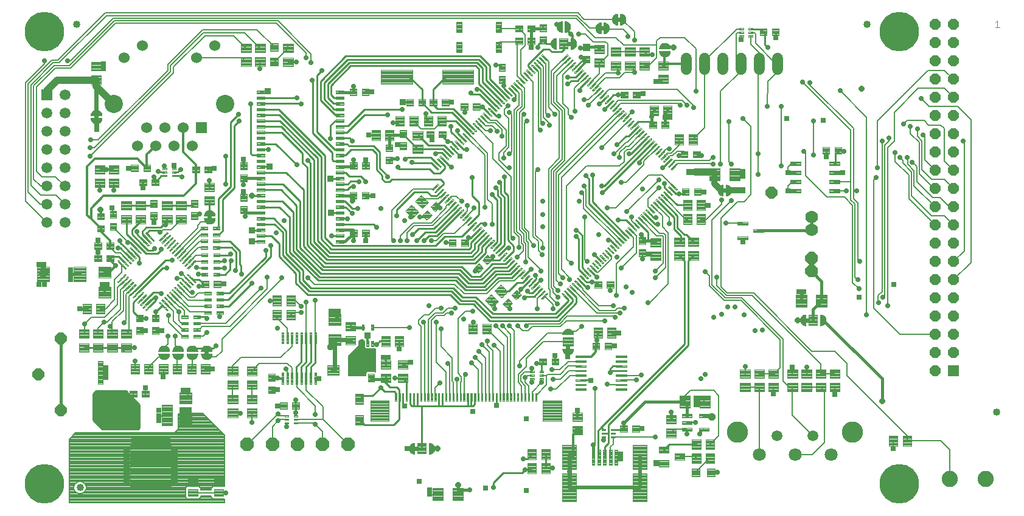
<source format=gtl>
G75*
%MOIN*%
%OFA0B0*%
%FSLAX25Y25*%
%IPPOS*%
%LPD*%
%AMOC8*
5,1,8,0,0,1.08239X$1,22.5*
%
%ADD10C,0.00400*%
%ADD11C,0.04000*%
%ADD12C,0.00394*%
%ADD13C,0.00409*%
%ADD14C,0.00402*%
%ADD15C,0.00378*%
%ADD16C,0.00425*%
%ADD17C,0.00457*%
%ADD18C,0.00390*%
%ADD19C,0.00100*%
%ADD20R,0.05906X0.05906*%
%ADD21OC8,0.05906*%
%ADD22C,0.05906*%
%ADD23OC8,0.07087*%
%ADD24C,0.07087*%
%ADD25C,0.11661*%
%ADD26C,0.06000*%
%ADD27R,0.06000X0.06000*%
%ADD28C,0.10000*%
%ADD29C,0.00403*%
%ADD30C,0.00396*%
%ADD31C,0.00413*%
%ADD32C,0.00404*%
%ADD33OC8,0.06496*%
%ADD34C,0.08858*%
%ADD35C,0.05906*%
%ADD36C,0.00400*%
%ADD37C,0.00390*%
%ADD38C,0.07000*%
%ADD39OC8,0.07000*%
%ADD40C,0.00406*%
%ADD41C,0.21654*%
%ADD42OC8,0.02781*%
%ADD43R,0.02781X0.02781*%
%ADD44R,0.03175X0.03175*%
%ADD45C,0.00600*%
%ADD46C,0.01600*%
%ADD47C,0.01000*%
%ADD48OC8,0.03175*%
%ADD49C,0.00800*%
%ADD50C,0.01400*%
%ADD51C,0.00900*%
%ADD52C,0.01200*%
%ADD53C,0.02400*%
%ADD54C,0.03200*%
%ADD55OC8,0.03962*%
%ADD56C,0.04000*%
%ADD57OC8,0.03569*%
%ADD58C,0.06000*%
%ADD59C,0.02000*%
D10*
X0268078Y0171804D02*
X0271178Y0171804D01*
X0268078Y0171804D02*
X0268078Y0172404D01*
X0271178Y0172404D01*
X0271178Y0171804D01*
X0271178Y0172203D02*
X0268078Y0172203D01*
X0272328Y0169304D02*
X0276928Y0169304D01*
X0272328Y0169304D02*
X0272328Y0174904D01*
X0276928Y0174904D01*
X0276928Y0169304D01*
X0276928Y0169703D02*
X0272328Y0169703D01*
X0272328Y0170102D02*
X0276928Y0170102D01*
X0276928Y0170501D02*
X0272328Y0170501D01*
X0272328Y0170900D02*
X0276928Y0170900D01*
X0276928Y0171299D02*
X0272328Y0171299D01*
X0272328Y0171698D02*
X0276928Y0171698D01*
X0276928Y0172097D02*
X0272328Y0172097D01*
X0272328Y0172496D02*
X0276928Y0172496D01*
X0276928Y0172895D02*
X0272328Y0172895D01*
X0272328Y0173294D02*
X0276928Y0173294D01*
X0276928Y0173693D02*
X0272328Y0173693D01*
X0272328Y0174092D02*
X0276928Y0174092D01*
X0276928Y0174491D02*
X0272328Y0174491D01*
X0272328Y0174890D02*
X0276928Y0174890D01*
X0279578Y0171804D02*
X0281178Y0171804D01*
X0279578Y0171804D02*
X0279578Y0172404D01*
X0281178Y0172404D01*
X0281178Y0171804D01*
X0281178Y0172203D02*
X0279578Y0172203D01*
X0354978Y0224104D02*
X0354978Y0227204D01*
X0354978Y0224104D02*
X0354378Y0224104D01*
X0354378Y0227204D01*
X0354978Y0227204D01*
X0354978Y0224503D02*
X0354378Y0224503D01*
X0354378Y0224902D02*
X0354978Y0224902D01*
X0354978Y0225301D02*
X0354378Y0225301D01*
X0354378Y0225700D02*
X0354978Y0225700D01*
X0354978Y0226099D02*
X0354378Y0226099D01*
X0354378Y0226498D02*
X0354978Y0226498D01*
X0354978Y0226897D02*
X0354378Y0226897D01*
X0357478Y0228354D02*
X0357478Y0232954D01*
X0357478Y0228354D02*
X0351878Y0228354D01*
X0351878Y0232954D01*
X0357478Y0232954D01*
X0357478Y0228753D02*
X0351878Y0228753D01*
X0351878Y0229152D02*
X0357478Y0229152D01*
X0357478Y0229551D02*
X0351878Y0229551D01*
X0351878Y0229950D02*
X0357478Y0229950D01*
X0357478Y0230349D02*
X0351878Y0230349D01*
X0351878Y0230748D02*
X0357478Y0230748D01*
X0357478Y0231147D02*
X0351878Y0231147D01*
X0351878Y0231546D02*
X0357478Y0231546D01*
X0357478Y0231945D02*
X0351878Y0231945D01*
X0351878Y0232344D02*
X0357478Y0232344D01*
X0357478Y0232743D02*
X0351878Y0232743D01*
X0354978Y0235604D02*
X0354978Y0237204D01*
X0354978Y0235604D02*
X0354378Y0235604D01*
X0354378Y0237204D01*
X0354978Y0237204D01*
X0354978Y0236003D02*
X0354378Y0236003D01*
X0354378Y0236402D02*
X0354978Y0236402D01*
X0354978Y0236801D02*
X0354378Y0236801D01*
X0354378Y0237200D02*
X0354978Y0237200D01*
X0437128Y0313404D02*
X0440228Y0313404D01*
X0437128Y0313404D02*
X0437128Y0314004D01*
X0440228Y0314004D01*
X0440228Y0313404D01*
X0440228Y0313803D02*
X0437128Y0313803D01*
X0442128Y0313404D02*
X0443728Y0313404D01*
X0442128Y0313404D02*
X0442128Y0314004D01*
X0443728Y0314004D01*
X0443728Y0313404D01*
X0443728Y0313803D02*
X0442128Y0313803D01*
X0482378Y0242254D02*
X0485478Y0242254D01*
X0482378Y0242254D02*
X0482378Y0242854D01*
X0485478Y0242854D01*
X0485478Y0242254D01*
X0485478Y0242653D02*
X0482378Y0242653D01*
X0486628Y0239754D02*
X0491228Y0239754D01*
X0486628Y0239754D02*
X0486628Y0245354D01*
X0491228Y0245354D01*
X0491228Y0239754D01*
X0491228Y0240153D02*
X0486628Y0240153D01*
X0486628Y0240552D02*
X0491228Y0240552D01*
X0491228Y0240951D02*
X0486628Y0240951D01*
X0486628Y0241350D02*
X0491228Y0241350D01*
X0491228Y0241749D02*
X0486628Y0241749D01*
X0486628Y0242148D02*
X0491228Y0242148D01*
X0491228Y0242547D02*
X0486628Y0242547D01*
X0486628Y0242946D02*
X0491228Y0242946D01*
X0491228Y0243345D02*
X0486628Y0243345D01*
X0486628Y0243744D02*
X0491228Y0243744D01*
X0491228Y0244143D02*
X0486628Y0244143D01*
X0486628Y0244542D02*
X0491228Y0244542D01*
X0491228Y0244941D02*
X0486628Y0244941D01*
X0486628Y0245340D02*
X0491228Y0245340D01*
X0493878Y0242254D02*
X0495478Y0242254D01*
X0493878Y0242254D02*
X0493878Y0242854D01*
X0495478Y0242854D01*
X0495478Y0242254D01*
X0495478Y0242653D02*
X0493878Y0242653D01*
X0407378Y0387454D02*
X0407378Y0389054D01*
X0407978Y0389054D01*
X0407978Y0387454D01*
X0407378Y0387454D01*
X0407378Y0387853D02*
X0407978Y0387853D01*
X0407978Y0388252D02*
X0407378Y0388252D01*
X0407378Y0388651D02*
X0407978Y0388651D01*
X0407978Y0389050D02*
X0407378Y0389050D01*
X0407378Y0392454D02*
X0407378Y0394054D01*
X0407978Y0394054D01*
X0407978Y0392454D01*
X0407378Y0392454D01*
X0407378Y0392853D02*
X0407978Y0392853D01*
X0407978Y0393252D02*
X0407378Y0393252D01*
X0407378Y0393651D02*
X0407978Y0393651D01*
X0407978Y0394050D02*
X0407378Y0394050D01*
X0385878Y0407804D02*
X0382778Y0407804D01*
X0385878Y0407804D02*
X0385878Y0407204D01*
X0382778Y0407204D01*
X0382778Y0407804D01*
X0382778Y0407603D02*
X0385878Y0407603D01*
X0380878Y0407804D02*
X0379278Y0407804D01*
X0380878Y0407804D02*
X0380878Y0407204D01*
X0379278Y0407204D01*
X0379278Y0407804D01*
X0379278Y0407603D02*
X0380878Y0407603D01*
X0376778Y0402354D02*
X0375178Y0402354D01*
X0375178Y0402954D01*
X0376778Y0402954D01*
X0376778Y0402354D01*
X0376778Y0402753D02*
X0375178Y0402753D01*
X0373278Y0402354D02*
X0370178Y0402354D01*
X0370178Y0402954D01*
X0373278Y0402954D01*
X0373278Y0402354D01*
X0373278Y0402753D02*
X0370178Y0402753D01*
X0358828Y0394454D02*
X0355728Y0394454D01*
X0358828Y0394454D02*
X0358828Y0393854D01*
X0355728Y0393854D01*
X0355728Y0394454D01*
X0355728Y0394253D02*
X0358828Y0394253D01*
X0354578Y0396954D02*
X0349978Y0396954D01*
X0354578Y0396954D02*
X0354578Y0391354D01*
X0349978Y0391354D01*
X0349978Y0396954D01*
X0349978Y0391753D02*
X0354578Y0391753D01*
X0354578Y0392152D02*
X0349978Y0392152D01*
X0349978Y0392551D02*
X0354578Y0392551D01*
X0354578Y0392950D02*
X0349978Y0392950D01*
X0349978Y0393349D02*
X0354578Y0393349D01*
X0354578Y0393748D02*
X0349978Y0393748D01*
X0349978Y0394147D02*
X0354578Y0394147D01*
X0354578Y0394546D02*
X0349978Y0394546D01*
X0349978Y0394945D02*
X0354578Y0394945D01*
X0354578Y0395344D02*
X0349978Y0395344D01*
X0349978Y0395743D02*
X0354578Y0395743D01*
X0354578Y0396142D02*
X0349978Y0396142D01*
X0349978Y0396541D02*
X0354578Y0396541D01*
X0354578Y0396940D02*
X0349978Y0396940D01*
X0347328Y0394454D02*
X0345728Y0394454D01*
X0347328Y0394454D02*
X0347328Y0393854D01*
X0345728Y0393854D01*
X0345728Y0394454D01*
X0345728Y0394253D02*
X0347328Y0394253D01*
X0348978Y0403704D02*
X0350578Y0403704D01*
X0350578Y0403104D01*
X0348978Y0403104D01*
X0348978Y0403704D01*
X0348978Y0403503D02*
X0350578Y0403503D01*
X0353978Y0403704D02*
X0355578Y0403704D01*
X0355578Y0403104D01*
X0353978Y0403104D01*
X0353978Y0403704D01*
X0353978Y0403503D02*
X0355578Y0403503D01*
X0158028Y0302304D02*
X0158028Y0299204D01*
X0158028Y0302304D02*
X0158628Y0302304D01*
X0158628Y0299204D01*
X0158028Y0299204D01*
X0158028Y0299603D02*
X0158628Y0299603D01*
X0158628Y0300002D02*
X0158028Y0300002D01*
X0158028Y0300401D02*
X0158628Y0300401D01*
X0158628Y0300800D02*
X0158028Y0300800D01*
X0158028Y0301199D02*
X0158628Y0301199D01*
X0158628Y0301598D02*
X0158028Y0301598D01*
X0158028Y0301997D02*
X0158628Y0301997D01*
X0158028Y0297304D02*
X0158028Y0295704D01*
X0158028Y0297304D02*
X0158628Y0297304D01*
X0158628Y0295704D01*
X0158028Y0295704D01*
X0158028Y0296103D02*
X0158628Y0296103D01*
X0158628Y0296502D02*
X0158028Y0296502D01*
X0158028Y0296901D02*
X0158628Y0296901D01*
X0158628Y0297300D02*
X0158028Y0297300D01*
X0096578Y0350704D02*
X0096578Y0353804D01*
X0096578Y0350704D02*
X0095978Y0350704D01*
X0095978Y0353804D01*
X0096578Y0353804D01*
X0096578Y0351103D02*
X0095978Y0351103D01*
X0095978Y0351502D02*
X0096578Y0351502D01*
X0096578Y0351901D02*
X0095978Y0351901D01*
X0095978Y0352300D02*
X0096578Y0352300D01*
X0096578Y0352699D02*
X0095978Y0352699D01*
X0095978Y0353098D02*
X0096578Y0353098D01*
X0096578Y0353497D02*
X0095978Y0353497D01*
X0096578Y0355704D02*
X0096578Y0357304D01*
X0096578Y0355704D02*
X0095978Y0355704D01*
X0095978Y0357304D01*
X0096578Y0357304D01*
X0096578Y0356103D02*
X0095978Y0356103D01*
X0095978Y0356502D02*
X0096578Y0356502D01*
X0096578Y0356901D02*
X0095978Y0356901D01*
X0095978Y0357300D02*
X0096578Y0357300D01*
X0133628Y0228054D02*
X0133628Y0226454D01*
X0133028Y0226454D01*
X0133028Y0228054D01*
X0133628Y0228054D01*
X0133628Y0226853D02*
X0133028Y0226853D01*
X0133028Y0227252D02*
X0133628Y0227252D01*
X0133628Y0227651D02*
X0133028Y0227651D01*
X0133028Y0228050D02*
X0133628Y0228050D01*
X0133628Y0223054D02*
X0133628Y0221454D01*
X0133028Y0221454D01*
X0133028Y0223054D01*
X0133628Y0223054D01*
X0133628Y0221853D02*
X0133028Y0221853D01*
X0133028Y0222252D02*
X0133628Y0222252D01*
X0133628Y0222651D02*
X0133028Y0222651D01*
X0133028Y0223050D02*
X0133628Y0223050D01*
X0140728Y0223054D02*
X0140728Y0221454D01*
X0140728Y0223054D02*
X0141328Y0223054D01*
X0141328Y0221454D01*
X0140728Y0221454D01*
X0140728Y0221853D02*
X0141328Y0221853D01*
X0141328Y0222252D02*
X0140728Y0222252D01*
X0140728Y0222651D02*
X0141328Y0222651D01*
X0141328Y0223050D02*
X0140728Y0223050D01*
X0140728Y0226454D02*
X0140728Y0228054D01*
X0141328Y0228054D01*
X0141328Y0226454D01*
X0140728Y0226454D01*
X0140728Y0226853D02*
X0141328Y0226853D01*
X0141328Y0227252D02*
X0140728Y0227252D01*
X0140728Y0227651D02*
X0141328Y0227651D01*
X0141328Y0228050D02*
X0140728Y0228050D01*
X0148428Y0228054D02*
X0148428Y0226454D01*
X0148428Y0228054D02*
X0149028Y0228054D01*
X0149028Y0226454D01*
X0148428Y0226454D01*
X0148428Y0226853D02*
X0149028Y0226853D01*
X0149028Y0227252D02*
X0148428Y0227252D01*
X0148428Y0227651D02*
X0149028Y0227651D01*
X0149028Y0228050D02*
X0148428Y0228050D01*
X0148428Y0223054D02*
X0148428Y0221454D01*
X0148428Y0223054D02*
X0149028Y0223054D01*
X0149028Y0221454D01*
X0148428Y0221454D01*
X0148428Y0221853D02*
X0149028Y0221853D01*
X0149028Y0222252D02*
X0148428Y0222252D01*
X0148428Y0222651D02*
X0149028Y0222651D01*
X0149028Y0223050D02*
X0148428Y0223050D01*
X0156378Y0223054D02*
X0156378Y0221454D01*
X0156378Y0223054D02*
X0156978Y0223054D01*
X0156978Y0221454D01*
X0156378Y0221454D01*
X0156378Y0221853D02*
X0156978Y0221853D01*
X0156978Y0222252D02*
X0156378Y0222252D01*
X0156378Y0222651D02*
X0156978Y0222651D01*
X0156978Y0223050D02*
X0156378Y0223050D01*
X0156378Y0224954D02*
X0156378Y0228054D01*
X0156978Y0228054D01*
X0156978Y0224954D01*
X0156378Y0224954D01*
X0156378Y0225353D02*
X0156978Y0225353D01*
X0156978Y0225752D02*
X0156378Y0225752D01*
X0156378Y0226151D02*
X0156978Y0226151D01*
X0156978Y0226550D02*
X0156378Y0226550D01*
X0156378Y0226949D02*
X0156978Y0226949D01*
X0156978Y0227348D02*
X0156378Y0227348D01*
X0156378Y0227747D02*
X0156978Y0227747D01*
X0588749Y0403184D02*
X0591151Y0403184D01*
X0589950Y0403184D02*
X0589950Y0406787D01*
X0588749Y0405586D01*
D11*
X0518510Y0404602D03*
X0589377Y0192004D03*
X0087408Y0150665D03*
X0085439Y0404602D03*
D12*
X0184051Y0368336D02*
X0184051Y0366762D01*
X0184051Y0368336D02*
X0188381Y0368336D01*
X0188381Y0366762D01*
X0184051Y0366762D01*
X0184051Y0367155D02*
X0188381Y0367155D01*
X0188381Y0367548D02*
X0184051Y0367548D01*
X0184051Y0367941D02*
X0188381Y0367941D01*
X0188381Y0368334D02*
X0184051Y0368334D01*
X0184051Y0365187D02*
X0184051Y0363613D01*
X0184051Y0365187D02*
X0188381Y0365187D01*
X0188381Y0363613D01*
X0184051Y0363613D01*
X0184051Y0364006D02*
X0188381Y0364006D01*
X0188381Y0364399D02*
X0184051Y0364399D01*
X0184051Y0364792D02*
X0188381Y0364792D01*
X0188381Y0365185D02*
X0184051Y0365185D01*
X0184051Y0362037D02*
X0184051Y0360463D01*
X0184051Y0362037D02*
X0188381Y0362037D01*
X0188381Y0360463D01*
X0184051Y0360463D01*
X0184051Y0360856D02*
X0188381Y0360856D01*
X0188381Y0361249D02*
X0184051Y0361249D01*
X0184051Y0361642D02*
X0188381Y0361642D01*
X0188381Y0362035D02*
X0184051Y0362035D01*
X0184051Y0358887D02*
X0184051Y0357313D01*
X0184051Y0358887D02*
X0188381Y0358887D01*
X0188381Y0357313D01*
X0184051Y0357313D01*
X0184051Y0357706D02*
X0188381Y0357706D01*
X0188381Y0358099D02*
X0184051Y0358099D01*
X0184051Y0358492D02*
X0188381Y0358492D01*
X0188381Y0358885D02*
X0184051Y0358885D01*
X0184051Y0355738D02*
X0184051Y0354164D01*
X0184051Y0355738D02*
X0188381Y0355738D01*
X0188381Y0354164D01*
X0184051Y0354164D01*
X0184051Y0354557D02*
X0188381Y0354557D01*
X0188381Y0354950D02*
X0184051Y0354950D01*
X0184051Y0355343D02*
X0188381Y0355343D01*
X0188381Y0355736D02*
X0184051Y0355736D01*
X0184051Y0352588D02*
X0184051Y0351014D01*
X0184051Y0352588D02*
X0188381Y0352588D01*
X0188381Y0351014D01*
X0184051Y0351014D01*
X0184051Y0351407D02*
X0188381Y0351407D01*
X0188381Y0351800D02*
X0184051Y0351800D01*
X0184051Y0352193D02*
X0188381Y0352193D01*
X0188381Y0352586D02*
X0184051Y0352586D01*
X0184051Y0349439D02*
X0184051Y0347865D01*
X0184051Y0349439D02*
X0188381Y0349439D01*
X0188381Y0347865D01*
X0184051Y0347865D01*
X0184051Y0348258D02*
X0188381Y0348258D01*
X0188381Y0348651D02*
X0184051Y0348651D01*
X0184051Y0349044D02*
X0188381Y0349044D01*
X0188381Y0349437D02*
X0184051Y0349437D01*
X0184051Y0346289D02*
X0184051Y0344715D01*
X0184051Y0346289D02*
X0188381Y0346289D01*
X0188381Y0344715D01*
X0184051Y0344715D01*
X0184051Y0345108D02*
X0188381Y0345108D01*
X0188381Y0345501D02*
X0184051Y0345501D01*
X0184051Y0345894D02*
X0188381Y0345894D01*
X0188381Y0346287D02*
X0184051Y0346287D01*
X0184051Y0343139D02*
X0184051Y0341565D01*
X0184051Y0343139D02*
X0188381Y0343139D01*
X0188381Y0341565D01*
X0184051Y0341565D01*
X0184051Y0341958D02*
X0188381Y0341958D01*
X0188381Y0342351D02*
X0184051Y0342351D01*
X0184051Y0342744D02*
X0188381Y0342744D01*
X0188381Y0343137D02*
X0184051Y0343137D01*
X0184051Y0339990D02*
X0184051Y0338416D01*
X0184051Y0339990D02*
X0188381Y0339990D01*
X0188381Y0338416D01*
X0184051Y0338416D01*
X0184051Y0338809D02*
X0188381Y0338809D01*
X0188381Y0339202D02*
X0184051Y0339202D01*
X0184051Y0339595D02*
X0188381Y0339595D01*
X0188381Y0339988D02*
X0184051Y0339988D01*
X0184051Y0336840D02*
X0184051Y0335266D01*
X0184051Y0336840D02*
X0188381Y0336840D01*
X0188381Y0335266D01*
X0184051Y0335266D01*
X0184051Y0335659D02*
X0188381Y0335659D01*
X0188381Y0336052D02*
X0184051Y0336052D01*
X0184051Y0336445D02*
X0188381Y0336445D01*
X0188381Y0336838D02*
X0184051Y0336838D01*
X0184051Y0333691D02*
X0184051Y0332117D01*
X0184051Y0333691D02*
X0188381Y0333691D01*
X0188381Y0332117D01*
X0184051Y0332117D01*
X0184051Y0332510D02*
X0188381Y0332510D01*
X0188381Y0332903D02*
X0184051Y0332903D01*
X0184051Y0333296D02*
X0188381Y0333296D01*
X0188381Y0333689D02*
X0184051Y0333689D01*
X0184051Y0330541D02*
X0184051Y0328967D01*
X0184051Y0330541D02*
X0188381Y0330541D01*
X0188381Y0328967D01*
X0184051Y0328967D01*
X0184051Y0329360D02*
X0188381Y0329360D01*
X0188381Y0329753D02*
X0184051Y0329753D01*
X0184051Y0330146D02*
X0188381Y0330146D01*
X0188381Y0330539D02*
X0184051Y0330539D01*
X0184051Y0327391D02*
X0184051Y0325817D01*
X0184051Y0327391D02*
X0188381Y0327391D01*
X0188381Y0325817D01*
X0184051Y0325817D01*
X0184051Y0326210D02*
X0188381Y0326210D01*
X0188381Y0326603D02*
X0184051Y0326603D01*
X0184051Y0326996D02*
X0188381Y0326996D01*
X0188381Y0327389D02*
X0184051Y0327389D01*
X0184051Y0324242D02*
X0184051Y0322668D01*
X0184051Y0324242D02*
X0188381Y0324242D01*
X0188381Y0322668D01*
X0184051Y0322668D01*
X0184051Y0323061D02*
X0188381Y0323061D01*
X0188381Y0323454D02*
X0184051Y0323454D01*
X0184051Y0323847D02*
X0188381Y0323847D01*
X0188381Y0324240D02*
X0184051Y0324240D01*
X0184051Y0321092D02*
X0184051Y0319518D01*
X0184051Y0321092D02*
X0188381Y0321092D01*
X0188381Y0319518D01*
X0184051Y0319518D01*
X0184051Y0319911D02*
X0188381Y0319911D01*
X0188381Y0320304D02*
X0184051Y0320304D01*
X0184051Y0320697D02*
X0188381Y0320697D01*
X0188381Y0321090D02*
X0184051Y0321090D01*
X0184051Y0317943D02*
X0184051Y0316369D01*
X0184051Y0317943D02*
X0188381Y0317943D01*
X0188381Y0316369D01*
X0184051Y0316369D01*
X0184051Y0316762D02*
X0188381Y0316762D01*
X0188381Y0317155D02*
X0184051Y0317155D01*
X0184051Y0317548D02*
X0188381Y0317548D01*
X0188381Y0317941D02*
X0184051Y0317941D01*
X0184051Y0314793D02*
X0184051Y0313219D01*
X0184051Y0314793D02*
X0188381Y0314793D01*
X0188381Y0313219D01*
X0184051Y0313219D01*
X0184051Y0313612D02*
X0188381Y0313612D01*
X0188381Y0314005D02*
X0184051Y0314005D01*
X0184051Y0314398D02*
X0188381Y0314398D01*
X0188381Y0314791D02*
X0184051Y0314791D01*
X0184051Y0311643D02*
X0184051Y0310069D01*
X0184051Y0311643D02*
X0188381Y0311643D01*
X0188381Y0310069D01*
X0184051Y0310069D01*
X0184051Y0310462D02*
X0188381Y0310462D01*
X0188381Y0310855D02*
X0184051Y0310855D01*
X0184051Y0311248D02*
X0188381Y0311248D01*
X0188381Y0311641D02*
X0184051Y0311641D01*
X0184051Y0308494D02*
X0184051Y0306920D01*
X0184051Y0308494D02*
X0188381Y0308494D01*
X0188381Y0306920D01*
X0184051Y0306920D01*
X0184051Y0307313D02*
X0188381Y0307313D01*
X0188381Y0307706D02*
X0184051Y0307706D01*
X0184051Y0308099D02*
X0188381Y0308099D01*
X0188381Y0308492D02*
X0184051Y0308492D01*
X0184051Y0305344D02*
X0184051Y0303770D01*
X0184051Y0305344D02*
X0188381Y0305344D01*
X0188381Y0303770D01*
X0184051Y0303770D01*
X0184051Y0304163D02*
X0188381Y0304163D01*
X0188381Y0304556D02*
X0184051Y0304556D01*
X0184051Y0304949D02*
X0188381Y0304949D01*
X0188381Y0305342D02*
X0184051Y0305342D01*
X0184051Y0302194D02*
X0184051Y0300620D01*
X0184051Y0302194D02*
X0188381Y0302194D01*
X0188381Y0300620D01*
X0184051Y0300620D01*
X0184051Y0301013D02*
X0188381Y0301013D01*
X0188381Y0301406D02*
X0184051Y0301406D01*
X0184051Y0301799D02*
X0188381Y0301799D01*
X0188381Y0302192D02*
X0184051Y0302192D01*
X0184051Y0299045D02*
X0184051Y0297471D01*
X0184051Y0299045D02*
X0188381Y0299045D01*
X0188381Y0297471D01*
X0184051Y0297471D01*
X0184051Y0297864D02*
X0188381Y0297864D01*
X0188381Y0298257D02*
X0184051Y0298257D01*
X0184051Y0298650D02*
X0188381Y0298650D01*
X0188381Y0299043D02*
X0184051Y0299043D01*
X0184051Y0295895D02*
X0184051Y0294321D01*
X0184051Y0295895D02*
X0188381Y0295895D01*
X0188381Y0294321D01*
X0184051Y0294321D01*
X0184051Y0294714D02*
X0188381Y0294714D01*
X0188381Y0295107D02*
X0184051Y0295107D01*
X0184051Y0295500D02*
X0188381Y0295500D01*
X0188381Y0295893D02*
X0184051Y0295893D01*
X0184051Y0292746D02*
X0184051Y0291172D01*
X0184051Y0292746D02*
X0188381Y0292746D01*
X0188381Y0291172D01*
X0184051Y0291172D01*
X0184051Y0291565D02*
X0188381Y0291565D01*
X0188381Y0291958D02*
X0184051Y0291958D01*
X0184051Y0292351D02*
X0188381Y0292351D01*
X0188381Y0292744D02*
X0184051Y0292744D01*
X0184051Y0289596D02*
X0184051Y0288022D01*
X0184051Y0289596D02*
X0188381Y0289596D01*
X0188381Y0288022D01*
X0184051Y0288022D01*
X0184051Y0288415D02*
X0188381Y0288415D01*
X0188381Y0288808D02*
X0184051Y0288808D01*
X0184051Y0289201D02*
X0188381Y0289201D01*
X0188381Y0289594D02*
X0184051Y0289594D01*
X0184051Y0286446D02*
X0184051Y0284872D01*
X0184051Y0286446D02*
X0188381Y0286446D01*
X0188381Y0284872D01*
X0184051Y0284872D01*
X0184051Y0285265D02*
X0188381Y0285265D01*
X0188381Y0285658D02*
X0184051Y0285658D01*
X0184051Y0286051D02*
X0188381Y0286051D01*
X0188381Y0286444D02*
X0184051Y0286444D01*
X0178699Y0301040D02*
X0178699Y0304976D01*
X0178699Y0301040D02*
X0175157Y0301040D01*
X0175157Y0304976D01*
X0178699Y0304976D01*
X0178699Y0301433D02*
X0175157Y0301433D01*
X0175157Y0301826D02*
X0178699Y0301826D01*
X0178699Y0302219D02*
X0175157Y0302219D01*
X0175157Y0302612D02*
X0178699Y0302612D01*
X0178699Y0303005D02*
X0175157Y0303005D01*
X0175157Y0303398D02*
X0178699Y0303398D01*
X0178699Y0303791D02*
X0175157Y0303791D01*
X0175157Y0304184D02*
X0178699Y0304184D01*
X0178699Y0304577D02*
X0175157Y0304577D01*
X0175157Y0304970D02*
X0178699Y0304970D01*
X0178699Y0307733D02*
X0178699Y0311669D01*
X0178699Y0307733D02*
X0175157Y0307733D01*
X0175157Y0311669D01*
X0178699Y0311669D01*
X0178699Y0308126D02*
X0175157Y0308126D01*
X0175157Y0308519D02*
X0178699Y0308519D01*
X0178699Y0308912D02*
X0175157Y0308912D01*
X0175157Y0309305D02*
X0178699Y0309305D01*
X0178699Y0309698D02*
X0175157Y0309698D01*
X0175157Y0310091D02*
X0178699Y0310091D01*
X0178699Y0310484D02*
X0175157Y0310484D01*
X0175157Y0310877D02*
X0178699Y0310877D01*
X0178699Y0311270D02*
X0175157Y0311270D01*
X0175157Y0311663D02*
X0178699Y0311663D01*
X0178699Y0318340D02*
X0178699Y0322276D01*
X0178699Y0318340D02*
X0175157Y0318340D01*
X0175157Y0322276D01*
X0178699Y0322276D01*
X0178699Y0318733D02*
X0175157Y0318733D01*
X0175157Y0319126D02*
X0178699Y0319126D01*
X0178699Y0319519D02*
X0175157Y0319519D01*
X0175157Y0319912D02*
X0178699Y0319912D01*
X0178699Y0320305D02*
X0175157Y0320305D01*
X0175157Y0320698D02*
X0178699Y0320698D01*
X0178699Y0321091D02*
X0175157Y0321091D01*
X0175157Y0321484D02*
X0178699Y0321484D01*
X0178699Y0321877D02*
X0175157Y0321877D01*
X0175157Y0322270D02*
X0178699Y0322270D01*
X0178699Y0325033D02*
X0178699Y0328969D01*
X0178699Y0325033D02*
X0175157Y0325033D01*
X0175157Y0328969D01*
X0178699Y0328969D01*
X0178699Y0325426D02*
X0175157Y0325426D01*
X0175157Y0325819D02*
X0178699Y0325819D01*
X0178699Y0326212D02*
X0175157Y0326212D01*
X0175157Y0326605D02*
X0178699Y0326605D01*
X0178699Y0326998D02*
X0175157Y0326998D01*
X0175157Y0327391D02*
X0178699Y0327391D01*
X0178699Y0327784D02*
X0175157Y0327784D01*
X0175157Y0328177D02*
X0178699Y0328177D01*
X0178699Y0328570D02*
X0175157Y0328570D01*
X0175157Y0328963D02*
X0178699Y0328963D01*
X0159493Y0326875D02*
X0155557Y0326875D01*
X0159493Y0326875D02*
X0159493Y0323333D01*
X0155557Y0323333D01*
X0155557Y0326875D01*
X0155557Y0323726D02*
X0159493Y0323726D01*
X0159493Y0324119D02*
X0155557Y0324119D01*
X0155557Y0324512D02*
X0159493Y0324512D01*
X0159493Y0324905D02*
X0155557Y0324905D01*
X0155557Y0325298D02*
X0159493Y0325298D01*
X0159493Y0325691D02*
X0155557Y0325691D01*
X0155557Y0326084D02*
X0159493Y0326084D01*
X0159493Y0326477D02*
X0155557Y0326477D01*
X0155557Y0326870D02*
X0159493Y0326870D01*
X0152800Y0326875D02*
X0148864Y0326875D01*
X0152800Y0326875D02*
X0152800Y0323333D01*
X0148864Y0323333D01*
X0148864Y0326875D01*
X0148864Y0323726D02*
X0152800Y0323726D01*
X0152800Y0324119D02*
X0148864Y0324119D01*
X0148864Y0324512D02*
X0152800Y0324512D01*
X0152800Y0324905D02*
X0148864Y0324905D01*
X0148864Y0325298D02*
X0152800Y0325298D01*
X0152800Y0325691D02*
X0148864Y0325691D01*
X0148864Y0326084D02*
X0152800Y0326084D01*
X0152800Y0326477D02*
X0148864Y0326477D01*
X0148864Y0326870D02*
X0152800Y0326870D01*
X0148207Y0308369D02*
X0148207Y0304433D01*
X0148207Y0308369D02*
X0151749Y0308369D01*
X0151749Y0304433D01*
X0148207Y0304433D01*
X0148207Y0304826D02*
X0151749Y0304826D01*
X0151749Y0305219D02*
X0148207Y0305219D01*
X0148207Y0305612D02*
X0151749Y0305612D01*
X0151749Y0306005D02*
X0148207Y0306005D01*
X0148207Y0306398D02*
X0151749Y0306398D01*
X0151749Y0306791D02*
X0148207Y0306791D01*
X0148207Y0307184D02*
X0151749Y0307184D01*
X0151749Y0307577D02*
X0148207Y0307577D01*
X0148207Y0307970D02*
X0151749Y0307970D01*
X0151749Y0308363D02*
X0148207Y0308363D01*
X0148207Y0301676D02*
X0148207Y0297740D01*
X0148207Y0301676D02*
X0151749Y0301676D01*
X0151749Y0297740D01*
X0148207Y0297740D01*
X0148207Y0298133D02*
X0151749Y0298133D01*
X0151749Y0298526D02*
X0148207Y0298526D01*
X0148207Y0298919D02*
X0151749Y0298919D01*
X0151749Y0299312D02*
X0148207Y0299312D01*
X0148207Y0299705D02*
X0151749Y0299705D01*
X0151749Y0300098D02*
X0148207Y0300098D01*
X0148207Y0300491D02*
X0151749Y0300491D01*
X0151749Y0300884D02*
X0148207Y0300884D01*
X0148207Y0301277D02*
X0151749Y0301277D01*
X0151749Y0301670D02*
X0148207Y0301670D01*
X0157153Y0293656D02*
X0157153Y0292082D01*
X0153611Y0292082D01*
X0153611Y0293656D01*
X0157153Y0293656D01*
X0157153Y0292475D02*
X0153611Y0292475D01*
X0153611Y0292868D02*
X0157153Y0292868D01*
X0157153Y0293261D02*
X0153611Y0293261D01*
X0153611Y0293654D02*
X0157153Y0293654D01*
X0157153Y0290113D02*
X0157153Y0288539D01*
X0153611Y0288539D01*
X0153611Y0290113D01*
X0157153Y0290113D01*
X0157153Y0288932D02*
X0153611Y0288932D01*
X0153611Y0289325D02*
X0157153Y0289325D01*
X0157153Y0289718D02*
X0153611Y0289718D01*
X0153611Y0290111D02*
X0157153Y0290111D01*
X0157153Y0286570D02*
X0157153Y0284996D01*
X0153611Y0284996D01*
X0153611Y0286570D01*
X0157153Y0286570D01*
X0157153Y0285389D02*
X0153611Y0285389D01*
X0153611Y0285782D02*
X0157153Y0285782D01*
X0157153Y0286175D02*
X0153611Y0286175D01*
X0153611Y0286568D02*
X0157153Y0286568D01*
X0157153Y0283026D02*
X0157153Y0281452D01*
X0153611Y0281452D01*
X0153611Y0283026D01*
X0157153Y0283026D01*
X0157153Y0281845D02*
X0153611Y0281845D01*
X0153611Y0282238D02*
X0157153Y0282238D01*
X0157153Y0282631D02*
X0153611Y0282631D01*
X0153611Y0283024D02*
X0157153Y0283024D01*
X0163846Y0283026D02*
X0163846Y0281452D01*
X0160304Y0281452D01*
X0160304Y0283026D01*
X0163846Y0283026D01*
X0163846Y0281845D02*
X0160304Y0281845D01*
X0160304Y0282238D02*
X0163846Y0282238D01*
X0163846Y0282631D02*
X0160304Y0282631D01*
X0160304Y0283024D02*
X0163846Y0283024D01*
X0163846Y0284996D02*
X0163846Y0286570D01*
X0163846Y0284996D02*
X0160304Y0284996D01*
X0160304Y0286570D01*
X0163846Y0286570D01*
X0163846Y0285389D02*
X0160304Y0285389D01*
X0160304Y0285782D02*
X0163846Y0285782D01*
X0163846Y0286175D02*
X0160304Y0286175D01*
X0160304Y0286568D02*
X0163846Y0286568D01*
X0163846Y0288539D02*
X0163846Y0290113D01*
X0163846Y0288539D02*
X0160304Y0288539D01*
X0160304Y0290113D01*
X0163846Y0290113D01*
X0163846Y0288932D02*
X0160304Y0288932D01*
X0160304Y0289325D02*
X0163846Y0289325D01*
X0163846Y0289718D02*
X0160304Y0289718D01*
X0160304Y0290111D02*
X0163846Y0290111D01*
X0163846Y0292082D02*
X0163846Y0293656D01*
X0163846Y0292082D02*
X0160304Y0292082D01*
X0160304Y0293656D01*
X0163846Y0293656D01*
X0163846Y0292475D02*
X0160304Y0292475D01*
X0160304Y0292868D02*
X0163846Y0292868D01*
X0163846Y0293261D02*
X0160304Y0293261D01*
X0160304Y0293654D02*
X0163846Y0293654D01*
X0163946Y0278956D02*
X0163946Y0277382D01*
X0160404Y0277382D01*
X0160404Y0278956D01*
X0163946Y0278956D01*
X0163946Y0277775D02*
X0160404Y0277775D01*
X0160404Y0278168D02*
X0163946Y0278168D01*
X0163946Y0278561D02*
X0160404Y0278561D01*
X0160404Y0278954D02*
X0163946Y0278954D01*
X0163946Y0275413D02*
X0163946Y0273839D01*
X0160404Y0273839D01*
X0160404Y0275413D01*
X0163946Y0275413D01*
X0163946Y0274232D02*
X0160404Y0274232D01*
X0160404Y0274625D02*
X0163946Y0274625D01*
X0163946Y0275018D02*
X0160404Y0275018D01*
X0160404Y0275411D02*
X0163946Y0275411D01*
X0163946Y0271870D02*
X0163946Y0270296D01*
X0160404Y0270296D01*
X0160404Y0271870D01*
X0163946Y0271870D01*
X0163946Y0270689D02*
X0160404Y0270689D01*
X0160404Y0271082D02*
X0163946Y0271082D01*
X0163946Y0271475D02*
X0160404Y0271475D01*
X0160404Y0271868D02*
X0163946Y0271868D01*
X0163946Y0268326D02*
X0163946Y0266752D01*
X0160404Y0266752D01*
X0160404Y0268326D01*
X0163946Y0268326D01*
X0163946Y0267145D02*
X0160404Y0267145D01*
X0160404Y0267538D02*
X0163946Y0267538D01*
X0163946Y0267931D02*
X0160404Y0267931D01*
X0160404Y0268324D02*
X0163946Y0268324D01*
X0164543Y0260483D02*
X0160607Y0260483D01*
X0160607Y0264025D01*
X0164543Y0264025D01*
X0164543Y0260483D01*
X0164543Y0260876D02*
X0160607Y0260876D01*
X0160607Y0261269D02*
X0164543Y0261269D01*
X0164543Y0261662D02*
X0160607Y0261662D01*
X0160607Y0262055D02*
X0164543Y0262055D01*
X0164543Y0262448D02*
X0160607Y0262448D01*
X0160607Y0262841D02*
X0164543Y0262841D01*
X0164543Y0263234D02*
X0160607Y0263234D01*
X0160607Y0263627D02*
X0164543Y0263627D01*
X0164543Y0264020D02*
X0160607Y0264020D01*
X0157850Y0260483D02*
X0153914Y0260483D01*
X0153914Y0264025D01*
X0157850Y0264025D01*
X0157850Y0260483D01*
X0157850Y0260876D02*
X0153914Y0260876D01*
X0153914Y0261269D02*
X0157850Y0261269D01*
X0157850Y0261662D02*
X0153914Y0261662D01*
X0153914Y0262055D02*
X0157850Y0262055D01*
X0157850Y0262448D02*
X0153914Y0262448D01*
X0153914Y0262841D02*
X0157850Y0262841D01*
X0157850Y0263234D02*
X0153914Y0263234D01*
X0153914Y0263627D02*
X0157850Y0263627D01*
X0157850Y0264020D02*
X0153914Y0264020D01*
X0157253Y0266752D02*
X0157253Y0268326D01*
X0157253Y0266752D02*
X0153711Y0266752D01*
X0153711Y0268326D01*
X0157253Y0268326D01*
X0157253Y0267145D02*
X0153711Y0267145D01*
X0153711Y0267538D02*
X0157253Y0267538D01*
X0157253Y0267931D02*
X0153711Y0267931D01*
X0153711Y0268324D02*
X0157253Y0268324D01*
X0157253Y0270296D02*
X0157253Y0271870D01*
X0157253Y0270296D02*
X0153711Y0270296D01*
X0153711Y0271870D01*
X0157253Y0271870D01*
X0157253Y0270689D02*
X0153711Y0270689D01*
X0153711Y0271082D02*
X0157253Y0271082D01*
X0157253Y0271475D02*
X0153711Y0271475D01*
X0153711Y0271868D02*
X0157253Y0271868D01*
X0157253Y0273839D02*
X0157253Y0275413D01*
X0157253Y0273839D02*
X0153711Y0273839D01*
X0153711Y0275413D01*
X0157253Y0275413D01*
X0157253Y0274232D02*
X0153711Y0274232D01*
X0153711Y0274625D02*
X0157253Y0274625D01*
X0157253Y0275018D02*
X0153711Y0275018D01*
X0153711Y0275411D02*
X0157253Y0275411D01*
X0157253Y0277382D02*
X0157253Y0278956D01*
X0157253Y0277382D02*
X0153711Y0277382D01*
X0153711Y0278956D01*
X0157253Y0278956D01*
X0157253Y0277775D02*
X0153711Y0277775D01*
X0153711Y0278168D02*
X0157253Y0278168D01*
X0157253Y0278561D02*
X0153711Y0278561D01*
X0153711Y0278954D02*
X0157253Y0278954D01*
X0159103Y0258056D02*
X0159103Y0256482D01*
X0155561Y0256482D01*
X0155561Y0258056D01*
X0159103Y0258056D01*
X0159103Y0256875D02*
X0155561Y0256875D01*
X0155561Y0257268D02*
X0159103Y0257268D01*
X0159103Y0257661D02*
X0155561Y0257661D01*
X0155561Y0258054D02*
X0159103Y0258054D01*
X0159103Y0254513D02*
X0159103Y0252939D01*
X0155561Y0252939D01*
X0155561Y0254513D01*
X0159103Y0254513D01*
X0159103Y0253332D02*
X0155561Y0253332D01*
X0155561Y0253725D02*
X0159103Y0253725D01*
X0159103Y0254118D02*
X0155561Y0254118D01*
X0155561Y0254511D02*
X0159103Y0254511D01*
X0159103Y0250970D02*
X0159103Y0249396D01*
X0155561Y0249396D01*
X0155561Y0250970D01*
X0159103Y0250970D01*
X0159103Y0249789D02*
X0155561Y0249789D01*
X0155561Y0250182D02*
X0159103Y0250182D01*
X0159103Y0250575D02*
X0155561Y0250575D01*
X0155561Y0250968D02*
X0159103Y0250968D01*
X0159103Y0247426D02*
X0159103Y0245852D01*
X0155561Y0245852D01*
X0155561Y0247426D01*
X0159103Y0247426D01*
X0159103Y0246245D02*
X0155561Y0246245D01*
X0155561Y0246638D02*
X0159103Y0246638D01*
X0159103Y0247031D02*
X0155561Y0247031D01*
X0155561Y0247424D02*
X0159103Y0247424D01*
X0165796Y0247426D02*
X0165796Y0245852D01*
X0162254Y0245852D01*
X0162254Y0247426D01*
X0165796Y0247426D01*
X0165796Y0246245D02*
X0162254Y0246245D01*
X0162254Y0246638D02*
X0165796Y0246638D01*
X0165796Y0247031D02*
X0162254Y0247031D01*
X0162254Y0247424D02*
X0165796Y0247424D01*
X0165796Y0249396D02*
X0165796Y0250970D01*
X0165796Y0249396D02*
X0162254Y0249396D01*
X0162254Y0250970D01*
X0165796Y0250970D01*
X0165796Y0249789D02*
X0162254Y0249789D01*
X0162254Y0250182D02*
X0165796Y0250182D01*
X0165796Y0250575D02*
X0162254Y0250575D01*
X0162254Y0250968D02*
X0165796Y0250968D01*
X0165796Y0252939D02*
X0165796Y0254513D01*
X0165796Y0252939D02*
X0162254Y0252939D01*
X0162254Y0254513D01*
X0165796Y0254513D01*
X0165796Y0253332D02*
X0162254Y0253332D01*
X0162254Y0253725D02*
X0165796Y0253725D01*
X0165796Y0254118D02*
X0162254Y0254118D01*
X0162254Y0254511D02*
X0165796Y0254511D01*
X0165796Y0256482D02*
X0165796Y0258056D01*
X0165796Y0256482D02*
X0162254Y0256482D01*
X0162254Y0258056D01*
X0165796Y0258056D01*
X0165796Y0256875D02*
X0162254Y0256875D01*
X0162254Y0257268D02*
X0165796Y0257268D01*
X0165796Y0257661D02*
X0162254Y0257661D01*
X0162254Y0258054D02*
X0165796Y0258054D01*
X0153146Y0245056D02*
X0153146Y0243482D01*
X0149604Y0243482D01*
X0149604Y0245056D01*
X0153146Y0245056D01*
X0153146Y0243875D02*
X0149604Y0243875D01*
X0149604Y0244268D02*
X0153146Y0244268D01*
X0153146Y0244661D02*
X0149604Y0244661D01*
X0149604Y0245054D02*
X0153146Y0245054D01*
X0153146Y0241513D02*
X0153146Y0239939D01*
X0149604Y0239939D01*
X0149604Y0241513D01*
X0153146Y0241513D01*
X0153146Y0240332D02*
X0149604Y0240332D01*
X0149604Y0240725D02*
X0153146Y0240725D01*
X0153146Y0241118D02*
X0149604Y0241118D01*
X0149604Y0241511D02*
X0153146Y0241511D01*
X0153146Y0237970D02*
X0153146Y0236396D01*
X0149604Y0236396D01*
X0149604Y0237970D01*
X0153146Y0237970D01*
X0153146Y0236789D02*
X0149604Y0236789D01*
X0149604Y0237182D02*
X0153146Y0237182D01*
X0153146Y0237575D02*
X0149604Y0237575D01*
X0149604Y0237968D02*
X0153146Y0237968D01*
X0153146Y0234426D02*
X0153146Y0232852D01*
X0149604Y0232852D01*
X0149604Y0234426D01*
X0153146Y0234426D01*
X0153146Y0233245D02*
X0149604Y0233245D01*
X0149604Y0233638D02*
X0153146Y0233638D01*
X0153146Y0234031D02*
X0149604Y0234031D01*
X0149604Y0234424D02*
X0153146Y0234424D01*
X0146453Y0234426D02*
X0146453Y0232852D01*
X0142911Y0232852D01*
X0142911Y0234426D01*
X0146453Y0234426D01*
X0146453Y0233245D02*
X0142911Y0233245D01*
X0142911Y0233638D02*
X0146453Y0233638D01*
X0146453Y0234031D02*
X0142911Y0234031D01*
X0142911Y0234424D02*
X0146453Y0234424D01*
X0146453Y0236396D02*
X0146453Y0237970D01*
X0146453Y0236396D02*
X0142911Y0236396D01*
X0142911Y0237970D01*
X0146453Y0237970D01*
X0146453Y0236789D02*
X0142911Y0236789D01*
X0142911Y0237182D02*
X0146453Y0237182D01*
X0146453Y0237575D02*
X0142911Y0237575D01*
X0142911Y0237968D02*
X0146453Y0237968D01*
X0146453Y0239939D02*
X0146453Y0241513D01*
X0146453Y0239939D02*
X0142911Y0239939D01*
X0142911Y0241513D01*
X0146453Y0241513D01*
X0146453Y0240332D02*
X0142911Y0240332D01*
X0142911Y0240725D02*
X0146453Y0240725D01*
X0146453Y0241118D02*
X0142911Y0241118D01*
X0142911Y0241511D02*
X0146453Y0241511D01*
X0146453Y0243482D02*
X0146453Y0245056D01*
X0146453Y0243482D02*
X0142911Y0243482D01*
X0142911Y0245056D01*
X0146453Y0245056D01*
X0146453Y0243875D02*
X0142911Y0243875D01*
X0142911Y0244268D02*
X0146453Y0244268D01*
X0146453Y0244661D02*
X0142911Y0244661D01*
X0142911Y0245054D02*
X0146453Y0245054D01*
X0127007Y0245519D02*
X0127007Y0241583D01*
X0127007Y0245519D02*
X0130549Y0245519D01*
X0130549Y0241583D01*
X0127007Y0241583D01*
X0127007Y0241976D02*
X0130549Y0241976D01*
X0130549Y0242369D02*
X0127007Y0242369D01*
X0127007Y0242762D02*
X0130549Y0242762D01*
X0130549Y0243155D02*
X0127007Y0243155D01*
X0127007Y0243548D02*
X0130549Y0243548D01*
X0130549Y0243941D02*
X0127007Y0243941D01*
X0127007Y0244334D02*
X0130549Y0244334D01*
X0130549Y0244727D02*
X0127007Y0244727D01*
X0127007Y0245120D02*
X0130549Y0245120D01*
X0130549Y0245513D02*
X0127007Y0245513D01*
X0118307Y0245519D02*
X0118307Y0241583D01*
X0118307Y0245519D02*
X0121849Y0245519D01*
X0121849Y0241583D01*
X0118307Y0241583D01*
X0118307Y0241976D02*
X0121849Y0241976D01*
X0121849Y0242369D02*
X0118307Y0242369D01*
X0118307Y0242762D02*
X0121849Y0242762D01*
X0121849Y0243155D02*
X0118307Y0243155D01*
X0118307Y0243548D02*
X0121849Y0243548D01*
X0121849Y0243941D02*
X0118307Y0243941D01*
X0118307Y0244334D02*
X0121849Y0244334D01*
X0121849Y0244727D02*
X0118307Y0244727D01*
X0118307Y0245120D02*
X0121849Y0245120D01*
X0121849Y0245513D02*
X0118307Y0245513D01*
X0118307Y0238826D02*
X0118307Y0234890D01*
X0118307Y0238826D02*
X0121849Y0238826D01*
X0121849Y0234890D01*
X0118307Y0234890D01*
X0118307Y0235283D02*
X0121849Y0235283D01*
X0121849Y0235676D02*
X0118307Y0235676D01*
X0118307Y0236069D02*
X0121849Y0236069D01*
X0121849Y0236462D02*
X0118307Y0236462D01*
X0118307Y0236855D02*
X0121849Y0236855D01*
X0121849Y0237248D02*
X0118307Y0237248D01*
X0118307Y0237641D02*
X0121849Y0237641D01*
X0121849Y0238034D02*
X0118307Y0238034D01*
X0118307Y0238427D02*
X0121849Y0238427D01*
X0121849Y0238820D02*
X0118307Y0238820D01*
X0127007Y0238826D02*
X0127007Y0234890D01*
X0127007Y0238826D02*
X0130549Y0238826D01*
X0130549Y0234890D01*
X0127007Y0234890D01*
X0127007Y0235283D02*
X0130549Y0235283D01*
X0130549Y0235676D02*
X0127007Y0235676D01*
X0127007Y0236069D02*
X0130549Y0236069D01*
X0130549Y0236462D02*
X0127007Y0236462D01*
X0127007Y0236855D02*
X0130549Y0236855D01*
X0130549Y0237248D02*
X0127007Y0237248D01*
X0127007Y0237641D02*
X0130549Y0237641D01*
X0130549Y0238034D02*
X0127007Y0238034D01*
X0127007Y0238427D02*
X0130549Y0238427D01*
X0130549Y0238820D02*
X0127007Y0238820D01*
X0105793Y0278175D02*
X0101857Y0278175D01*
X0105793Y0278175D02*
X0105793Y0274633D01*
X0101857Y0274633D01*
X0101857Y0278175D01*
X0101857Y0275026D02*
X0105793Y0275026D01*
X0105793Y0275419D02*
X0101857Y0275419D01*
X0101857Y0275812D02*
X0105793Y0275812D01*
X0105793Y0276205D02*
X0101857Y0276205D01*
X0101857Y0276598D02*
X0105793Y0276598D01*
X0105793Y0276991D02*
X0101857Y0276991D01*
X0101857Y0277384D02*
X0105793Y0277384D01*
X0105793Y0277777D02*
X0101857Y0277777D01*
X0101857Y0278170D02*
X0105793Y0278170D01*
X0105793Y0284925D02*
X0101857Y0284925D01*
X0105793Y0284925D02*
X0105793Y0281383D01*
X0101857Y0281383D01*
X0101857Y0284925D01*
X0101857Y0281776D02*
X0105793Y0281776D01*
X0105793Y0282169D02*
X0101857Y0282169D01*
X0101857Y0282562D02*
X0105793Y0282562D01*
X0105793Y0282955D02*
X0101857Y0282955D01*
X0101857Y0283348D02*
X0105793Y0283348D01*
X0105793Y0283741D02*
X0101857Y0283741D01*
X0101857Y0284134D02*
X0105793Y0284134D01*
X0105793Y0284527D02*
X0101857Y0284527D01*
X0101857Y0284920D02*
X0105793Y0284920D01*
X0099100Y0284925D02*
X0095164Y0284925D01*
X0099100Y0284925D02*
X0099100Y0281383D01*
X0095164Y0281383D01*
X0095164Y0284925D01*
X0095164Y0281776D02*
X0099100Y0281776D01*
X0099100Y0282169D02*
X0095164Y0282169D01*
X0095164Y0282562D02*
X0099100Y0282562D01*
X0099100Y0282955D02*
X0095164Y0282955D01*
X0095164Y0283348D02*
X0099100Y0283348D01*
X0099100Y0283741D02*
X0095164Y0283741D01*
X0095164Y0284134D02*
X0099100Y0284134D01*
X0099100Y0284527D02*
X0095164Y0284527D01*
X0095164Y0284920D02*
X0099100Y0284920D01*
X0096760Y0290987D02*
X0096760Y0294529D01*
X0100696Y0294529D01*
X0100696Y0290987D01*
X0096760Y0290987D01*
X0096760Y0291380D02*
X0100696Y0291380D01*
X0100696Y0291773D02*
X0096760Y0291773D01*
X0096760Y0292166D02*
X0100696Y0292166D01*
X0100696Y0292559D02*
X0096760Y0292559D01*
X0096760Y0292952D02*
X0100696Y0292952D01*
X0100696Y0293345D02*
X0096760Y0293345D01*
X0096760Y0293738D02*
X0100696Y0293738D01*
X0100696Y0294131D02*
X0096760Y0294131D01*
X0096760Y0294524D02*
X0100696Y0294524D01*
X0107299Y0295776D02*
X0107299Y0291840D01*
X0103757Y0291840D01*
X0103757Y0295776D01*
X0107299Y0295776D01*
X0107299Y0292233D02*
X0103757Y0292233D01*
X0103757Y0292626D02*
X0107299Y0292626D01*
X0107299Y0293019D02*
X0103757Y0293019D01*
X0103757Y0293412D02*
X0107299Y0293412D01*
X0107299Y0293805D02*
X0103757Y0293805D01*
X0103757Y0294198D02*
X0107299Y0294198D01*
X0107299Y0294591D02*
X0103757Y0294591D01*
X0103757Y0294984D02*
X0107299Y0294984D01*
X0107299Y0295377D02*
X0103757Y0295377D01*
X0103757Y0295770D02*
X0107299Y0295770D01*
X0107299Y0298533D02*
X0107299Y0302469D01*
X0107299Y0298533D02*
X0103757Y0298533D01*
X0103757Y0302469D01*
X0107299Y0302469D01*
X0107299Y0298926D02*
X0103757Y0298926D01*
X0103757Y0299319D02*
X0107299Y0299319D01*
X0107299Y0299712D02*
X0103757Y0299712D01*
X0103757Y0300105D02*
X0107299Y0300105D01*
X0107299Y0300498D02*
X0103757Y0300498D01*
X0103757Y0300891D02*
X0107299Y0300891D01*
X0107299Y0301284D02*
X0103757Y0301284D01*
X0103757Y0301677D02*
X0107299Y0301677D01*
X0107299Y0302070D02*
X0103757Y0302070D01*
X0103757Y0302463D02*
X0107299Y0302463D01*
X0096760Y0301222D02*
X0096760Y0297680D01*
X0096760Y0301222D02*
X0100696Y0301222D01*
X0100696Y0297680D01*
X0096760Y0297680D01*
X0096760Y0298073D02*
X0100696Y0298073D01*
X0100696Y0298466D02*
X0096760Y0298466D01*
X0096760Y0298859D02*
X0100696Y0298859D01*
X0100696Y0299252D02*
X0096760Y0299252D01*
X0096760Y0299645D02*
X0100696Y0299645D01*
X0100696Y0300038D02*
X0096760Y0300038D01*
X0096760Y0300431D02*
X0100696Y0300431D01*
X0100696Y0300824D02*
X0096760Y0300824D01*
X0096760Y0301217D02*
X0100696Y0301217D01*
X0119764Y0319875D02*
X0123700Y0319875D01*
X0123700Y0316333D01*
X0119764Y0316333D01*
X0119764Y0319875D01*
X0119764Y0316726D02*
X0123700Y0316726D01*
X0123700Y0317119D02*
X0119764Y0317119D01*
X0119764Y0317512D02*
X0123700Y0317512D01*
X0123700Y0317905D02*
X0119764Y0317905D01*
X0119764Y0318298D02*
X0123700Y0318298D01*
X0123700Y0318691D02*
X0119764Y0318691D01*
X0119764Y0319084D02*
X0123700Y0319084D01*
X0123700Y0319477D02*
X0119764Y0319477D01*
X0119764Y0319870D02*
X0123700Y0319870D01*
X0126457Y0319875D02*
X0130393Y0319875D01*
X0130393Y0316333D01*
X0126457Y0316333D01*
X0126457Y0319875D01*
X0126457Y0316726D02*
X0130393Y0316726D01*
X0130393Y0317119D02*
X0126457Y0317119D01*
X0126457Y0317512D02*
X0130393Y0317512D01*
X0130393Y0317905D02*
X0126457Y0317905D01*
X0126457Y0318298D02*
X0130393Y0318298D01*
X0130393Y0318691D02*
X0126457Y0318691D01*
X0126457Y0319084D02*
X0130393Y0319084D01*
X0130393Y0319477D02*
X0126457Y0319477D01*
X0126457Y0319870D02*
X0130393Y0319870D01*
X0125993Y0324083D02*
X0122057Y0324083D01*
X0122057Y0327625D01*
X0125993Y0327625D01*
X0125993Y0324083D01*
X0125993Y0324476D02*
X0122057Y0324476D01*
X0122057Y0324869D02*
X0125993Y0324869D01*
X0125993Y0325262D02*
X0122057Y0325262D01*
X0122057Y0325655D02*
X0125993Y0325655D01*
X0125993Y0326048D02*
X0122057Y0326048D01*
X0122057Y0326441D02*
X0125993Y0326441D01*
X0125993Y0326834D02*
X0122057Y0326834D01*
X0122057Y0327227D02*
X0125993Y0327227D01*
X0125993Y0327620D02*
X0122057Y0327620D01*
X0119300Y0324083D02*
X0115364Y0324083D01*
X0115364Y0327625D01*
X0119300Y0327625D01*
X0119300Y0324083D01*
X0119300Y0324476D02*
X0115364Y0324476D01*
X0115364Y0324869D02*
X0119300Y0324869D01*
X0119300Y0325262D02*
X0115364Y0325262D01*
X0115364Y0325655D02*
X0119300Y0325655D01*
X0119300Y0326048D02*
X0115364Y0326048D01*
X0115364Y0326441D02*
X0119300Y0326441D01*
X0119300Y0326834D02*
X0115364Y0326834D01*
X0115364Y0327227D02*
X0119300Y0327227D01*
X0119300Y0327620D02*
X0115364Y0327620D01*
X0126007Y0308369D02*
X0126007Y0304433D01*
X0126007Y0308369D02*
X0129549Y0308369D01*
X0129549Y0304433D01*
X0126007Y0304433D01*
X0126007Y0304826D02*
X0129549Y0304826D01*
X0129549Y0305219D02*
X0126007Y0305219D01*
X0126007Y0305612D02*
X0129549Y0305612D01*
X0129549Y0306005D02*
X0126007Y0306005D01*
X0126007Y0306398D02*
X0129549Y0306398D01*
X0129549Y0306791D02*
X0126007Y0306791D01*
X0126007Y0307184D02*
X0129549Y0307184D01*
X0129549Y0307577D02*
X0126007Y0307577D01*
X0126007Y0307970D02*
X0129549Y0307970D01*
X0129549Y0308363D02*
X0126007Y0308363D01*
X0126007Y0301676D02*
X0126007Y0297740D01*
X0126007Y0301676D02*
X0129549Y0301676D01*
X0129549Y0297740D01*
X0126007Y0297740D01*
X0126007Y0298133D02*
X0129549Y0298133D01*
X0129549Y0298526D02*
X0126007Y0298526D01*
X0126007Y0298919D02*
X0129549Y0298919D01*
X0129549Y0299312D02*
X0126007Y0299312D01*
X0126007Y0299705D02*
X0129549Y0299705D01*
X0129549Y0300098D02*
X0126007Y0300098D01*
X0126007Y0300491D02*
X0129549Y0300491D01*
X0129549Y0300884D02*
X0126007Y0300884D01*
X0126007Y0301277D02*
X0129549Y0301277D01*
X0129549Y0301670D02*
X0126007Y0301670D01*
X0099100Y0278175D02*
X0095164Y0278175D01*
X0099100Y0278175D02*
X0099100Y0274633D01*
X0095164Y0274633D01*
X0095164Y0278175D01*
X0095164Y0275026D02*
X0099100Y0275026D01*
X0099100Y0275419D02*
X0095164Y0275419D01*
X0095164Y0275812D02*
X0099100Y0275812D01*
X0099100Y0276205D02*
X0095164Y0276205D01*
X0095164Y0276598D02*
X0099100Y0276598D01*
X0099100Y0276991D02*
X0095164Y0276991D01*
X0095164Y0277384D02*
X0099100Y0277384D01*
X0099100Y0277777D02*
X0095164Y0277777D01*
X0095164Y0278170D02*
X0099100Y0278170D01*
X0190607Y0212919D02*
X0190607Y0208983D01*
X0190607Y0212919D02*
X0194149Y0212919D01*
X0194149Y0208983D01*
X0190607Y0208983D01*
X0190607Y0209376D02*
X0194149Y0209376D01*
X0194149Y0209769D02*
X0190607Y0209769D01*
X0190607Y0210162D02*
X0194149Y0210162D01*
X0194149Y0210555D02*
X0190607Y0210555D01*
X0190607Y0210948D02*
X0194149Y0210948D01*
X0194149Y0211341D02*
X0190607Y0211341D01*
X0190607Y0211734D02*
X0194149Y0211734D01*
X0194149Y0212127D02*
X0190607Y0212127D01*
X0190607Y0212520D02*
X0194149Y0212520D01*
X0194149Y0212913D02*
X0190607Y0212913D01*
X0190607Y0206226D02*
X0190607Y0202290D01*
X0190607Y0206226D02*
X0194149Y0206226D01*
X0194149Y0202290D01*
X0190607Y0202290D01*
X0190607Y0202683D02*
X0194149Y0202683D01*
X0194149Y0203076D02*
X0190607Y0203076D01*
X0190607Y0203469D02*
X0194149Y0203469D01*
X0194149Y0203862D02*
X0190607Y0203862D01*
X0190607Y0204255D02*
X0194149Y0204255D01*
X0194149Y0204648D02*
X0190607Y0204648D01*
X0190607Y0205041D02*
X0194149Y0205041D01*
X0194149Y0205434D02*
X0190607Y0205434D01*
X0190607Y0205827D02*
X0194149Y0205827D01*
X0194149Y0206220D02*
X0190607Y0206220D01*
X0196964Y0197325D02*
X0200900Y0197325D01*
X0200900Y0193783D01*
X0196964Y0193783D01*
X0196964Y0197325D01*
X0196964Y0194176D02*
X0200900Y0194176D01*
X0200900Y0194569D02*
X0196964Y0194569D01*
X0196964Y0194962D02*
X0200900Y0194962D01*
X0200900Y0195355D02*
X0196964Y0195355D01*
X0196964Y0195748D02*
X0200900Y0195748D01*
X0200900Y0196141D02*
X0196964Y0196141D01*
X0196964Y0196534D02*
X0200900Y0196534D01*
X0200900Y0196927D02*
X0196964Y0196927D01*
X0196964Y0197320D02*
X0200900Y0197320D01*
X0203657Y0197325D02*
X0207593Y0197325D01*
X0207593Y0193783D01*
X0203657Y0193783D01*
X0203657Y0197325D01*
X0203657Y0194176D02*
X0207593Y0194176D01*
X0207593Y0194569D02*
X0203657Y0194569D01*
X0203657Y0194962D02*
X0207593Y0194962D01*
X0207593Y0195355D02*
X0203657Y0195355D01*
X0203657Y0195748D02*
X0207593Y0195748D01*
X0207593Y0196141D02*
X0203657Y0196141D01*
X0203657Y0196534D02*
X0207593Y0196534D01*
X0207593Y0196927D02*
X0203657Y0196927D01*
X0203657Y0197320D02*
X0207593Y0197320D01*
X0248599Y0208621D02*
X0248599Y0212951D01*
X0248599Y0208621D02*
X0245057Y0208621D01*
X0245057Y0212951D01*
X0248599Y0212951D01*
X0248599Y0209014D02*
X0245057Y0209014D01*
X0245057Y0209407D02*
X0248599Y0209407D01*
X0248599Y0209800D02*
X0245057Y0209800D01*
X0245057Y0210193D02*
X0248599Y0210193D01*
X0248599Y0210586D02*
X0245057Y0210586D01*
X0245057Y0210979D02*
X0248599Y0210979D01*
X0248599Y0211372D02*
X0245057Y0211372D01*
X0245057Y0211765D02*
X0248599Y0211765D01*
X0248599Y0212158D02*
X0245057Y0212158D01*
X0245057Y0212551D02*
X0248599Y0212551D01*
X0248599Y0212944D02*
X0245057Y0212944D01*
X0248599Y0218857D02*
X0248599Y0223187D01*
X0248599Y0218857D02*
X0245057Y0218857D01*
X0245057Y0223187D01*
X0248599Y0223187D01*
X0248599Y0219250D02*
X0245057Y0219250D01*
X0245057Y0219643D02*
X0248599Y0219643D01*
X0248599Y0220036D02*
X0245057Y0220036D01*
X0245057Y0220429D02*
X0248599Y0220429D01*
X0248599Y0220822D02*
X0245057Y0220822D01*
X0245057Y0221215D02*
X0248599Y0221215D01*
X0248599Y0221608D02*
X0245057Y0221608D01*
X0245057Y0222001D02*
X0248599Y0222001D01*
X0248599Y0222394D02*
X0245057Y0222394D01*
X0245057Y0222787D02*
X0248599Y0222787D01*
X0248599Y0223180D02*
X0245057Y0223180D01*
X0245518Y0231051D02*
X0244338Y0231051D01*
X0245518Y0231051D02*
X0245518Y0228099D01*
X0244338Y0228099D01*
X0244338Y0231051D01*
X0244338Y0228492D02*
X0245518Y0228492D01*
X0245518Y0228885D02*
X0244338Y0228885D01*
X0244338Y0229278D02*
X0245518Y0229278D01*
X0245518Y0229671D02*
X0244338Y0229671D01*
X0244338Y0230064D02*
X0245518Y0230064D01*
X0245518Y0230457D02*
X0244338Y0230457D01*
X0244338Y0230850D02*
X0245518Y0230850D01*
X0246898Y0231051D02*
X0248078Y0231051D01*
X0248078Y0228099D01*
X0246898Y0228099D01*
X0246898Y0231051D01*
X0246898Y0228492D02*
X0248078Y0228492D01*
X0248078Y0228885D02*
X0246898Y0228885D01*
X0246898Y0229278D02*
X0248078Y0229278D01*
X0248078Y0229671D02*
X0246898Y0229671D01*
X0246898Y0230064D02*
X0248078Y0230064D01*
X0248078Y0230457D02*
X0246898Y0230457D01*
X0246898Y0230850D02*
X0248078Y0230850D01*
X0242959Y0231051D02*
X0241779Y0231051D01*
X0242959Y0231051D02*
X0242959Y0228099D01*
X0241779Y0228099D01*
X0241779Y0231051D01*
X0241779Y0228492D02*
X0242959Y0228492D01*
X0242959Y0228885D02*
X0241779Y0228885D01*
X0241779Y0229278D02*
X0242959Y0229278D01*
X0242959Y0229671D02*
X0241779Y0229671D01*
X0241779Y0230064D02*
X0242959Y0230064D01*
X0242959Y0230457D02*
X0241779Y0230457D01*
X0241779Y0230850D02*
X0242959Y0230850D01*
X0242959Y0239909D02*
X0241779Y0239909D01*
X0242959Y0239909D02*
X0242959Y0236957D01*
X0241779Y0236957D01*
X0241779Y0239909D01*
X0241779Y0237350D02*
X0242959Y0237350D01*
X0242959Y0237743D02*
X0241779Y0237743D01*
X0241779Y0238136D02*
X0242959Y0238136D01*
X0242959Y0238529D02*
X0241779Y0238529D01*
X0241779Y0238922D02*
X0242959Y0238922D01*
X0242959Y0239315D02*
X0241779Y0239315D01*
X0241779Y0239708D02*
X0242959Y0239708D01*
X0246898Y0239909D02*
X0248078Y0239909D01*
X0248078Y0236957D01*
X0246898Y0236957D01*
X0246898Y0239909D01*
X0246898Y0237350D02*
X0248078Y0237350D01*
X0248078Y0237743D02*
X0246898Y0237743D01*
X0246898Y0238136D02*
X0248078Y0238136D01*
X0248078Y0238529D02*
X0246898Y0238529D01*
X0246898Y0238922D02*
X0248078Y0238922D01*
X0248078Y0239315D02*
X0246898Y0239315D01*
X0246898Y0239708D02*
X0248078Y0239708D01*
X0303069Y0270799D02*
X0305851Y0273581D01*
X0308355Y0271077D01*
X0305573Y0268295D01*
X0303069Y0270799D01*
X0305180Y0268688D02*
X0305966Y0268688D01*
X0306359Y0269081D02*
X0304787Y0269081D01*
X0304394Y0269474D02*
X0306752Y0269474D01*
X0307145Y0269867D02*
X0304001Y0269867D01*
X0303608Y0270260D02*
X0307538Y0270260D01*
X0307931Y0270653D02*
X0303215Y0270653D01*
X0303316Y0271046D02*
X0308324Y0271046D01*
X0307993Y0271439D02*
X0303709Y0271439D01*
X0304102Y0271832D02*
X0307600Y0271832D01*
X0307207Y0272225D02*
X0304495Y0272225D01*
X0304888Y0272618D02*
X0306814Y0272618D01*
X0306421Y0273011D02*
X0305281Y0273011D01*
X0305674Y0273404D02*
X0306028Y0273404D01*
X0307802Y0275532D02*
X0310584Y0278314D01*
X0313088Y0275810D01*
X0310306Y0273028D01*
X0307802Y0275532D01*
X0309913Y0273421D02*
X0310699Y0273421D01*
X0311092Y0273814D02*
X0309520Y0273814D01*
X0309127Y0274207D02*
X0311485Y0274207D01*
X0311878Y0274600D02*
X0308734Y0274600D01*
X0308341Y0274993D02*
X0312271Y0274993D01*
X0312664Y0275386D02*
X0307948Y0275386D01*
X0308049Y0275779D02*
X0313057Y0275779D01*
X0312726Y0276172D02*
X0308442Y0276172D01*
X0308835Y0276565D02*
X0312333Y0276565D01*
X0311940Y0276958D02*
X0309228Y0276958D01*
X0309621Y0277351D02*
X0311547Y0277351D01*
X0311154Y0277744D02*
X0310014Y0277744D01*
X0310407Y0278137D02*
X0310761Y0278137D01*
X0300043Y0286725D02*
X0296107Y0286725D01*
X0300043Y0286725D02*
X0300043Y0283183D01*
X0296107Y0283183D01*
X0296107Y0286725D01*
X0296107Y0283576D02*
X0300043Y0283576D01*
X0300043Y0283969D02*
X0296107Y0283969D01*
X0296107Y0284362D02*
X0300043Y0284362D01*
X0300043Y0284755D02*
X0296107Y0284755D01*
X0296107Y0285148D02*
X0300043Y0285148D01*
X0300043Y0285541D02*
X0296107Y0285541D01*
X0296107Y0285934D02*
X0300043Y0285934D01*
X0300043Y0286327D02*
X0296107Y0286327D01*
X0296107Y0286720D02*
X0300043Y0286720D01*
X0293350Y0286725D02*
X0289414Y0286725D01*
X0293350Y0286725D02*
X0293350Y0283183D01*
X0289414Y0283183D01*
X0289414Y0286725D01*
X0289414Y0283576D02*
X0293350Y0283576D01*
X0293350Y0283969D02*
X0289414Y0283969D01*
X0289414Y0284362D02*
X0293350Y0284362D01*
X0293350Y0284755D02*
X0289414Y0284755D01*
X0289414Y0285148D02*
X0293350Y0285148D01*
X0293350Y0285541D02*
X0289414Y0285541D01*
X0289414Y0285934D02*
X0293350Y0285934D01*
X0293350Y0286327D02*
X0289414Y0286327D01*
X0289414Y0286720D02*
X0293350Y0286720D01*
X0277551Y0302681D02*
X0274769Y0299899D01*
X0277551Y0302681D02*
X0280055Y0300177D01*
X0277273Y0297395D01*
X0274769Y0299899D01*
X0276880Y0297788D02*
X0277666Y0297788D01*
X0278059Y0298181D02*
X0276487Y0298181D01*
X0276094Y0298574D02*
X0278452Y0298574D01*
X0278845Y0298967D02*
X0275701Y0298967D01*
X0275308Y0299360D02*
X0279238Y0299360D01*
X0279631Y0299753D02*
X0274915Y0299753D01*
X0275016Y0300146D02*
X0280024Y0300146D01*
X0279693Y0300539D02*
X0275409Y0300539D01*
X0275802Y0300932D02*
X0279300Y0300932D01*
X0278907Y0301325D02*
X0276195Y0301325D01*
X0276588Y0301718D02*
X0278514Y0301718D01*
X0278121Y0302111D02*
X0276981Y0302111D01*
X0277374Y0302504D02*
X0277728Y0302504D01*
X0279502Y0304632D02*
X0282284Y0307414D01*
X0284788Y0304910D01*
X0282006Y0302128D01*
X0279502Y0304632D01*
X0281613Y0302521D02*
X0282399Y0302521D01*
X0282792Y0302914D02*
X0281220Y0302914D01*
X0280827Y0303307D02*
X0283185Y0303307D01*
X0283578Y0303700D02*
X0280434Y0303700D01*
X0280041Y0304093D02*
X0283971Y0304093D01*
X0284364Y0304486D02*
X0279648Y0304486D01*
X0279749Y0304879D02*
X0284757Y0304879D01*
X0284426Y0305272D02*
X0280142Y0305272D01*
X0280535Y0305665D02*
X0284033Y0305665D01*
X0283640Y0306058D02*
X0280928Y0306058D01*
X0281321Y0306451D02*
X0283247Y0306451D01*
X0282854Y0306844D02*
X0281714Y0306844D01*
X0282107Y0307237D02*
X0282461Y0307237D01*
X0258696Y0328437D02*
X0258696Y0331979D01*
X0258696Y0328437D02*
X0254760Y0328437D01*
X0254760Y0331979D01*
X0258696Y0331979D01*
X0258696Y0328830D02*
X0254760Y0328830D01*
X0254760Y0329223D02*
X0258696Y0329223D01*
X0258696Y0329616D02*
X0254760Y0329616D01*
X0254760Y0330009D02*
X0258696Y0330009D01*
X0258696Y0330402D02*
X0254760Y0330402D01*
X0254760Y0330795D02*
X0258696Y0330795D01*
X0258696Y0331188D02*
X0254760Y0331188D01*
X0254760Y0331581D02*
X0258696Y0331581D01*
X0258696Y0331974D02*
X0254760Y0331974D01*
X0258696Y0335130D02*
X0258696Y0338672D01*
X0258696Y0335130D02*
X0254760Y0335130D01*
X0254760Y0338672D01*
X0258696Y0338672D01*
X0258696Y0335523D02*
X0254760Y0335523D01*
X0254760Y0335916D02*
X0258696Y0335916D01*
X0258696Y0336309D02*
X0254760Y0336309D01*
X0254760Y0336702D02*
X0258696Y0336702D01*
X0258696Y0337095D02*
X0254760Y0337095D01*
X0254760Y0337488D02*
X0258696Y0337488D01*
X0258696Y0337881D02*
X0254760Y0337881D01*
X0254760Y0338274D02*
X0258696Y0338274D01*
X0258696Y0338667D02*
X0254760Y0338667D01*
X0262607Y0339976D02*
X0262607Y0336040D01*
X0262607Y0339976D02*
X0266149Y0339976D01*
X0266149Y0336040D01*
X0262607Y0336040D01*
X0262607Y0336433D02*
X0266149Y0336433D01*
X0266149Y0336826D02*
X0262607Y0336826D01*
X0262607Y0337219D02*
X0266149Y0337219D01*
X0266149Y0337612D02*
X0262607Y0337612D01*
X0262607Y0338005D02*
X0266149Y0338005D01*
X0266149Y0338398D02*
X0262607Y0338398D01*
X0262607Y0338791D02*
X0266149Y0338791D01*
X0266149Y0339184D02*
X0262607Y0339184D01*
X0262607Y0339577D02*
X0266149Y0339577D01*
X0266149Y0339970D02*
X0262607Y0339970D01*
X0262607Y0342733D02*
X0262607Y0346669D01*
X0266149Y0346669D01*
X0266149Y0342733D01*
X0262607Y0342733D01*
X0262607Y0343126D02*
X0266149Y0343126D01*
X0266149Y0343519D02*
X0262607Y0343519D01*
X0262607Y0343912D02*
X0266149Y0343912D01*
X0266149Y0344305D02*
X0262607Y0344305D01*
X0262607Y0344698D02*
X0266149Y0344698D01*
X0266149Y0345091D02*
X0262607Y0345091D01*
X0262607Y0345484D02*
X0266149Y0345484D01*
X0266149Y0345877D02*
X0262607Y0345877D01*
X0262607Y0346270D02*
X0266149Y0346270D01*
X0266149Y0346663D02*
X0262607Y0346663D01*
X0266064Y0360083D02*
X0270000Y0360083D01*
X0266064Y0360083D02*
X0266064Y0363625D01*
X0270000Y0363625D01*
X0270000Y0360083D01*
X0270000Y0360476D02*
X0266064Y0360476D01*
X0266064Y0360869D02*
X0270000Y0360869D01*
X0270000Y0361262D02*
X0266064Y0361262D01*
X0266064Y0361655D02*
X0270000Y0361655D01*
X0270000Y0362048D02*
X0266064Y0362048D01*
X0266064Y0362441D02*
X0270000Y0362441D01*
X0270000Y0362834D02*
X0266064Y0362834D01*
X0266064Y0363227D02*
X0270000Y0363227D01*
X0270000Y0363620D02*
X0266064Y0363620D01*
X0272757Y0360083D02*
X0276693Y0360083D01*
X0272757Y0360083D02*
X0272757Y0363625D01*
X0276693Y0363625D01*
X0276693Y0360083D01*
X0276693Y0360476D02*
X0272757Y0360476D01*
X0272757Y0360869D02*
X0276693Y0360869D01*
X0276693Y0361262D02*
X0272757Y0361262D01*
X0272757Y0361655D02*
X0276693Y0361655D01*
X0276693Y0362048D02*
X0272757Y0362048D01*
X0272757Y0362441D02*
X0276693Y0362441D01*
X0276693Y0362834D02*
X0272757Y0362834D01*
X0272757Y0363227D02*
X0276693Y0363227D01*
X0276693Y0363620D02*
X0272757Y0363620D01*
X0278814Y0363625D02*
X0282750Y0363625D01*
X0282750Y0360083D01*
X0278814Y0360083D01*
X0278814Y0363625D01*
X0278814Y0360476D02*
X0282750Y0360476D01*
X0282750Y0360869D02*
X0278814Y0360869D01*
X0278814Y0361262D02*
X0282750Y0361262D01*
X0282750Y0361655D02*
X0278814Y0361655D01*
X0278814Y0362048D02*
X0282750Y0362048D01*
X0282750Y0362441D02*
X0278814Y0362441D01*
X0278814Y0362834D02*
X0282750Y0362834D01*
X0282750Y0363227D02*
X0278814Y0363227D01*
X0278814Y0363620D02*
X0282750Y0363620D01*
X0285507Y0363625D02*
X0289443Y0363625D01*
X0289443Y0360083D01*
X0285507Y0360083D01*
X0285507Y0363625D01*
X0285507Y0360476D02*
X0289443Y0360476D01*
X0289443Y0360869D02*
X0285507Y0360869D01*
X0285507Y0361262D02*
X0289443Y0361262D01*
X0289443Y0361655D02*
X0285507Y0361655D01*
X0285507Y0362048D02*
X0289443Y0362048D01*
X0289443Y0362441D02*
X0285507Y0362441D01*
X0285507Y0362834D02*
X0289443Y0362834D01*
X0289443Y0363227D02*
X0285507Y0363227D01*
X0285507Y0363620D02*
X0289443Y0363620D01*
X0295764Y0361375D02*
X0299700Y0361375D01*
X0299700Y0357833D01*
X0295764Y0357833D01*
X0295764Y0361375D01*
X0295764Y0358226D02*
X0299700Y0358226D01*
X0299700Y0358619D02*
X0295764Y0358619D01*
X0295764Y0359012D02*
X0299700Y0359012D01*
X0299700Y0359405D02*
X0295764Y0359405D01*
X0295764Y0359798D02*
X0299700Y0359798D01*
X0299700Y0360191D02*
X0295764Y0360191D01*
X0295764Y0360584D02*
X0299700Y0360584D01*
X0299700Y0360977D02*
X0295764Y0360977D01*
X0295764Y0361370D02*
X0299700Y0361370D01*
X0302457Y0361375D02*
X0306393Y0361375D01*
X0306393Y0357833D01*
X0302457Y0357833D01*
X0302457Y0361375D01*
X0302457Y0358226D02*
X0306393Y0358226D01*
X0306393Y0358619D02*
X0302457Y0358619D01*
X0302457Y0359012D02*
X0306393Y0359012D01*
X0306393Y0359405D02*
X0302457Y0359405D01*
X0302457Y0359798D02*
X0306393Y0359798D01*
X0306393Y0360191D02*
X0302457Y0360191D01*
X0302457Y0360584D02*
X0306393Y0360584D01*
X0306393Y0360977D02*
X0302457Y0360977D01*
X0302457Y0361370D02*
X0306393Y0361370D01*
X0320299Y0372440D02*
X0320299Y0376376D01*
X0320299Y0372440D02*
X0316757Y0372440D01*
X0316757Y0376376D01*
X0320299Y0376376D01*
X0320299Y0372833D02*
X0316757Y0372833D01*
X0316757Y0373226D02*
X0320299Y0373226D01*
X0320299Y0373619D02*
X0316757Y0373619D01*
X0316757Y0374012D02*
X0320299Y0374012D01*
X0320299Y0374405D02*
X0316757Y0374405D01*
X0316757Y0374798D02*
X0320299Y0374798D01*
X0320299Y0375191D02*
X0316757Y0375191D01*
X0316757Y0375584D02*
X0320299Y0375584D01*
X0320299Y0375977D02*
X0316757Y0375977D01*
X0316757Y0376370D02*
X0320299Y0376370D01*
X0320299Y0379133D02*
X0320299Y0383069D01*
X0320299Y0379133D02*
X0316757Y0379133D01*
X0316757Y0383069D01*
X0320299Y0383069D01*
X0320299Y0379526D02*
X0316757Y0379526D01*
X0316757Y0379919D02*
X0320299Y0379919D01*
X0320299Y0380312D02*
X0316757Y0380312D01*
X0316757Y0380705D02*
X0320299Y0380705D01*
X0320299Y0381098D02*
X0316757Y0381098D01*
X0316757Y0381491D02*
X0320299Y0381491D01*
X0320299Y0381884D02*
X0316757Y0381884D01*
X0316757Y0382277D02*
X0320299Y0382277D01*
X0320299Y0382670D02*
X0316757Y0382670D01*
X0316757Y0383063D02*
X0320299Y0383063D01*
X0325864Y0393883D02*
X0329800Y0393883D01*
X0325864Y0393883D02*
X0325864Y0397425D01*
X0329800Y0397425D01*
X0329800Y0393883D01*
X0329800Y0394276D02*
X0325864Y0394276D01*
X0325864Y0394669D02*
X0329800Y0394669D01*
X0329800Y0395062D02*
X0325864Y0395062D01*
X0325864Y0395455D02*
X0329800Y0395455D01*
X0329800Y0395848D02*
X0325864Y0395848D01*
X0325864Y0396241D02*
X0329800Y0396241D01*
X0329800Y0396634D02*
X0325864Y0396634D01*
X0325864Y0397027D02*
X0329800Y0397027D01*
X0329800Y0397420D02*
X0325864Y0397420D01*
X0325864Y0400683D02*
X0329800Y0400683D01*
X0325864Y0400683D02*
X0325864Y0404225D01*
X0329800Y0404225D01*
X0329800Y0400683D01*
X0329800Y0401076D02*
X0325864Y0401076D01*
X0325864Y0401469D02*
X0329800Y0401469D01*
X0329800Y0401862D02*
X0325864Y0401862D01*
X0325864Y0402255D02*
X0329800Y0402255D01*
X0329800Y0402648D02*
X0325864Y0402648D01*
X0325864Y0403041D02*
X0329800Y0403041D01*
X0329800Y0403434D02*
X0325864Y0403434D01*
X0325864Y0403827D02*
X0329800Y0403827D01*
X0329800Y0404220D02*
X0325864Y0404220D01*
X0332557Y0400683D02*
X0336493Y0400683D01*
X0332557Y0400683D02*
X0332557Y0404225D01*
X0336493Y0404225D01*
X0336493Y0400683D01*
X0336493Y0401076D02*
X0332557Y0401076D01*
X0332557Y0401469D02*
X0336493Y0401469D01*
X0336493Y0401862D02*
X0332557Y0401862D01*
X0332557Y0402255D02*
X0336493Y0402255D01*
X0336493Y0402648D02*
X0332557Y0402648D01*
X0332557Y0403041D02*
X0336493Y0403041D01*
X0336493Y0403434D02*
X0332557Y0403434D01*
X0332557Y0403827D02*
X0336493Y0403827D01*
X0336493Y0404220D02*
X0332557Y0404220D01*
X0342699Y0404769D02*
X0342699Y0400833D01*
X0339157Y0400833D01*
X0339157Y0404769D01*
X0342699Y0404769D01*
X0342699Y0401226D02*
X0339157Y0401226D01*
X0339157Y0401619D02*
X0342699Y0401619D01*
X0342699Y0402012D02*
X0339157Y0402012D01*
X0339157Y0402405D02*
X0342699Y0402405D01*
X0342699Y0402798D02*
X0339157Y0402798D01*
X0339157Y0403191D02*
X0342699Y0403191D01*
X0342699Y0403584D02*
X0339157Y0403584D01*
X0339157Y0403977D02*
X0342699Y0403977D01*
X0342699Y0404370D02*
X0339157Y0404370D01*
X0339157Y0404763D02*
X0342699Y0404763D01*
X0342699Y0398076D02*
X0342699Y0394140D01*
X0339157Y0394140D01*
X0339157Y0398076D01*
X0342699Y0398076D01*
X0342699Y0394533D02*
X0339157Y0394533D01*
X0339157Y0394926D02*
X0342699Y0394926D01*
X0342699Y0395319D02*
X0339157Y0395319D01*
X0339157Y0395712D02*
X0342699Y0395712D01*
X0342699Y0396105D02*
X0339157Y0396105D01*
X0339157Y0396498D02*
X0342699Y0396498D01*
X0342699Y0396891D02*
X0339157Y0396891D01*
X0339157Y0397284D02*
X0342699Y0397284D01*
X0342699Y0397677D02*
X0339157Y0397677D01*
X0339157Y0398070D02*
X0342699Y0398070D01*
X0336493Y0393883D02*
X0332557Y0393883D01*
X0332557Y0397425D01*
X0336493Y0397425D01*
X0336493Y0393883D01*
X0336493Y0394276D02*
X0332557Y0394276D01*
X0332557Y0394669D02*
X0336493Y0394669D01*
X0336493Y0395062D02*
X0332557Y0395062D01*
X0332557Y0395455D02*
X0336493Y0395455D01*
X0336493Y0395848D02*
X0332557Y0395848D01*
X0332557Y0396241D02*
X0336493Y0396241D01*
X0336493Y0396634D02*
X0332557Y0396634D01*
X0332557Y0397027D02*
X0336493Y0397027D01*
X0336493Y0397420D02*
X0332557Y0397420D01*
X0366399Y0394219D02*
X0366399Y0390283D01*
X0362857Y0390283D01*
X0362857Y0394219D01*
X0366399Y0394219D01*
X0366399Y0390676D02*
X0362857Y0390676D01*
X0362857Y0391069D02*
X0366399Y0391069D01*
X0366399Y0391462D02*
X0362857Y0391462D01*
X0362857Y0391855D02*
X0366399Y0391855D01*
X0366399Y0392248D02*
X0362857Y0392248D01*
X0362857Y0392641D02*
X0366399Y0392641D01*
X0366399Y0393034D02*
X0362857Y0393034D01*
X0362857Y0393427D02*
X0366399Y0393427D01*
X0366399Y0393820D02*
X0362857Y0393820D01*
X0362857Y0394213D02*
X0366399Y0394213D01*
X0366399Y0387526D02*
X0366399Y0383590D01*
X0362857Y0383590D01*
X0362857Y0387526D01*
X0366399Y0387526D01*
X0366399Y0383983D02*
X0362857Y0383983D01*
X0362857Y0384376D02*
X0366399Y0384376D01*
X0366399Y0384769D02*
X0362857Y0384769D01*
X0362857Y0385162D02*
X0366399Y0385162D01*
X0366399Y0385555D02*
X0362857Y0385555D01*
X0362857Y0385948D02*
X0366399Y0385948D01*
X0366399Y0386341D02*
X0362857Y0386341D01*
X0362857Y0386734D02*
X0366399Y0386734D01*
X0366399Y0387127D02*
X0362857Y0387127D01*
X0362857Y0387520D02*
X0366399Y0387520D01*
X0383664Y0364283D02*
X0387600Y0364283D01*
X0383664Y0364283D02*
X0383664Y0367825D01*
X0387600Y0367825D01*
X0387600Y0364283D01*
X0387600Y0364676D02*
X0383664Y0364676D01*
X0383664Y0365069D02*
X0387600Y0365069D01*
X0387600Y0365462D02*
X0383664Y0365462D01*
X0383664Y0365855D02*
X0387600Y0365855D01*
X0387600Y0366248D02*
X0383664Y0366248D01*
X0383664Y0366641D02*
X0387600Y0366641D01*
X0387600Y0367034D02*
X0383664Y0367034D01*
X0383664Y0367427D02*
X0387600Y0367427D01*
X0387600Y0367820D02*
X0383664Y0367820D01*
X0390357Y0364283D02*
X0394293Y0364283D01*
X0390357Y0364283D02*
X0390357Y0367825D01*
X0394293Y0367825D01*
X0394293Y0364283D01*
X0394293Y0364676D02*
X0390357Y0364676D01*
X0390357Y0365069D02*
X0394293Y0365069D01*
X0394293Y0365462D02*
X0390357Y0365462D01*
X0390357Y0365855D02*
X0394293Y0365855D01*
X0394293Y0366248D02*
X0390357Y0366248D01*
X0390357Y0366641D02*
X0394293Y0366641D01*
X0394293Y0367034D02*
X0390357Y0367034D01*
X0390357Y0367427D02*
X0394293Y0367427D01*
X0394293Y0367820D02*
X0390357Y0367820D01*
X0399214Y0347883D02*
X0403150Y0347883D01*
X0399214Y0347883D02*
X0399214Y0351425D01*
X0403150Y0351425D01*
X0403150Y0347883D01*
X0403150Y0348276D02*
X0399214Y0348276D01*
X0399214Y0348669D02*
X0403150Y0348669D01*
X0403150Y0349062D02*
X0399214Y0349062D01*
X0399214Y0349455D02*
X0403150Y0349455D01*
X0403150Y0349848D02*
X0399214Y0349848D01*
X0399214Y0350241D02*
X0403150Y0350241D01*
X0403150Y0350634D02*
X0399214Y0350634D01*
X0399214Y0351027D02*
X0403150Y0351027D01*
X0403150Y0351420D02*
X0399214Y0351420D01*
X0405907Y0347883D02*
X0409843Y0347883D01*
X0405907Y0347883D02*
X0405907Y0351425D01*
X0409843Y0351425D01*
X0409843Y0347883D01*
X0409843Y0348276D02*
X0405907Y0348276D01*
X0405907Y0348669D02*
X0409843Y0348669D01*
X0409843Y0349062D02*
X0405907Y0349062D01*
X0405907Y0349455D02*
X0409843Y0349455D01*
X0409843Y0349848D02*
X0405907Y0349848D01*
X0405907Y0350241D02*
X0409843Y0350241D01*
X0409843Y0350634D02*
X0405907Y0350634D01*
X0405907Y0351027D02*
X0409843Y0351027D01*
X0409843Y0351420D02*
X0405907Y0351420D01*
X0416414Y0331683D02*
X0420350Y0331683D01*
X0416414Y0331683D02*
X0416414Y0335225D01*
X0420350Y0335225D01*
X0420350Y0331683D01*
X0420350Y0332076D02*
X0416414Y0332076D01*
X0416414Y0332469D02*
X0420350Y0332469D01*
X0420350Y0332862D02*
X0416414Y0332862D01*
X0416414Y0333255D02*
X0420350Y0333255D01*
X0420350Y0333648D02*
X0416414Y0333648D01*
X0416414Y0334041D02*
X0420350Y0334041D01*
X0420350Y0334434D02*
X0416414Y0334434D01*
X0416414Y0334827D02*
X0420350Y0334827D01*
X0420350Y0335220D02*
X0416414Y0335220D01*
X0423107Y0331683D02*
X0427043Y0331683D01*
X0423107Y0331683D02*
X0423107Y0335225D01*
X0427043Y0335225D01*
X0427043Y0331683D01*
X0427043Y0332076D02*
X0423107Y0332076D01*
X0423107Y0332469D02*
X0427043Y0332469D01*
X0427043Y0332862D02*
X0423107Y0332862D01*
X0423107Y0333255D02*
X0427043Y0333255D01*
X0427043Y0333648D02*
X0423107Y0333648D01*
X0423107Y0334041D02*
X0427043Y0334041D01*
X0427043Y0334434D02*
X0423107Y0334434D01*
X0423107Y0334827D02*
X0427043Y0334827D01*
X0427043Y0335220D02*
X0423107Y0335220D01*
X0423757Y0311083D02*
X0427693Y0311083D01*
X0423757Y0311083D02*
X0423757Y0314625D01*
X0427693Y0314625D01*
X0427693Y0311083D01*
X0427693Y0311476D02*
X0423757Y0311476D01*
X0423757Y0311869D02*
X0427693Y0311869D01*
X0427693Y0312262D02*
X0423757Y0312262D01*
X0423757Y0312655D02*
X0427693Y0312655D01*
X0427693Y0313048D02*
X0423757Y0313048D01*
X0423757Y0313441D02*
X0427693Y0313441D01*
X0427693Y0313834D02*
X0423757Y0313834D01*
X0423757Y0314227D02*
X0427693Y0314227D01*
X0427693Y0314620D02*
X0423757Y0314620D01*
X0421000Y0311083D02*
X0417064Y0311083D01*
X0417064Y0314625D01*
X0421000Y0314625D01*
X0421000Y0311083D01*
X0421000Y0311476D02*
X0417064Y0311476D01*
X0417064Y0311869D02*
X0421000Y0311869D01*
X0421000Y0312262D02*
X0417064Y0312262D01*
X0417064Y0312655D02*
X0421000Y0312655D01*
X0421000Y0313048D02*
X0417064Y0313048D01*
X0417064Y0313441D02*
X0421000Y0313441D01*
X0421000Y0313834D02*
X0417064Y0313834D01*
X0417064Y0314227D02*
X0421000Y0314227D01*
X0421000Y0314620D02*
X0417064Y0314620D01*
X0393607Y0288119D02*
X0393607Y0284183D01*
X0393607Y0288119D02*
X0397149Y0288119D01*
X0397149Y0284183D01*
X0393607Y0284183D01*
X0393607Y0284576D02*
X0397149Y0284576D01*
X0397149Y0284969D02*
X0393607Y0284969D01*
X0393607Y0285362D02*
X0397149Y0285362D01*
X0397149Y0285755D02*
X0393607Y0285755D01*
X0393607Y0286148D02*
X0397149Y0286148D01*
X0397149Y0286541D02*
X0393607Y0286541D01*
X0393607Y0286934D02*
X0397149Y0286934D01*
X0397149Y0287327D02*
X0393607Y0287327D01*
X0393607Y0287720D02*
X0397149Y0287720D01*
X0397149Y0288113D02*
X0393607Y0288113D01*
X0393607Y0281426D02*
X0393607Y0277490D01*
X0393607Y0281426D02*
X0397149Y0281426D01*
X0397149Y0277490D01*
X0393607Y0277490D01*
X0393607Y0277883D02*
X0397149Y0277883D01*
X0397149Y0278276D02*
X0393607Y0278276D01*
X0393607Y0278669D02*
X0397149Y0278669D01*
X0397149Y0279062D02*
X0393607Y0279062D01*
X0393607Y0279455D02*
X0397149Y0279455D01*
X0397149Y0279848D02*
X0393607Y0279848D01*
X0393607Y0280241D02*
X0397149Y0280241D01*
X0397149Y0280634D02*
X0393607Y0280634D01*
X0393607Y0281027D02*
X0397149Y0281027D01*
X0397149Y0281420D02*
X0393607Y0281420D01*
X0379793Y0260183D02*
X0375857Y0260183D01*
X0375857Y0263725D01*
X0379793Y0263725D01*
X0379793Y0260183D01*
X0379793Y0260576D02*
X0375857Y0260576D01*
X0375857Y0260969D02*
X0379793Y0260969D01*
X0379793Y0261362D02*
X0375857Y0261362D01*
X0375857Y0261755D02*
X0379793Y0261755D01*
X0379793Y0262148D02*
X0375857Y0262148D01*
X0375857Y0262541D02*
X0379793Y0262541D01*
X0379793Y0262934D02*
X0375857Y0262934D01*
X0375857Y0263327D02*
X0379793Y0263327D01*
X0379793Y0263720D02*
X0375857Y0263720D01*
X0373100Y0260183D02*
X0369164Y0260183D01*
X0369164Y0263725D01*
X0373100Y0263725D01*
X0373100Y0260183D01*
X0373100Y0260576D02*
X0369164Y0260576D01*
X0369164Y0260969D02*
X0373100Y0260969D01*
X0373100Y0261362D02*
X0369164Y0261362D01*
X0369164Y0261755D02*
X0373100Y0261755D01*
X0373100Y0262148D02*
X0369164Y0262148D01*
X0369164Y0262541D02*
X0373100Y0262541D01*
X0373100Y0262934D02*
X0369164Y0262934D01*
X0369164Y0263327D02*
X0373100Y0263327D01*
X0373100Y0263720D02*
X0369164Y0263720D01*
X0326534Y0259064D02*
X0323752Y0256282D01*
X0326534Y0259064D02*
X0329038Y0256560D01*
X0326256Y0253778D01*
X0323752Y0256282D01*
X0325863Y0254171D02*
X0326649Y0254171D01*
X0327042Y0254564D02*
X0325470Y0254564D01*
X0325077Y0254957D02*
X0327435Y0254957D01*
X0327828Y0255350D02*
X0324684Y0255350D01*
X0324291Y0255743D02*
X0328221Y0255743D01*
X0328614Y0256136D02*
X0323898Y0256136D01*
X0323999Y0256529D02*
X0329007Y0256529D01*
X0328676Y0256922D02*
X0324392Y0256922D01*
X0324785Y0257315D02*
X0328283Y0257315D01*
X0327890Y0257708D02*
X0325178Y0257708D01*
X0325571Y0258101D02*
X0327497Y0258101D01*
X0327104Y0258494D02*
X0325964Y0258494D01*
X0326357Y0258887D02*
X0326711Y0258887D01*
X0321801Y0254331D02*
X0319019Y0251549D01*
X0321801Y0254331D02*
X0324305Y0251827D01*
X0321523Y0249045D01*
X0319019Y0251549D01*
X0321130Y0249438D02*
X0321916Y0249438D01*
X0322309Y0249831D02*
X0320737Y0249831D01*
X0320344Y0250224D02*
X0322702Y0250224D01*
X0323095Y0250617D02*
X0319951Y0250617D01*
X0319558Y0251010D02*
X0323488Y0251010D01*
X0323881Y0251403D02*
X0319165Y0251403D01*
X0319266Y0251796D02*
X0324274Y0251796D01*
X0323943Y0252189D02*
X0319659Y0252189D01*
X0320052Y0252582D02*
X0323550Y0252582D01*
X0323157Y0252975D02*
X0320445Y0252975D01*
X0320838Y0253368D02*
X0322764Y0253368D01*
X0322371Y0253761D02*
X0321231Y0253761D01*
X0321624Y0254154D02*
X0321978Y0254154D01*
X0339014Y0221475D02*
X0342950Y0221475D01*
X0342950Y0217933D01*
X0339014Y0217933D01*
X0339014Y0221475D01*
X0339014Y0218326D02*
X0342950Y0218326D01*
X0342950Y0218719D02*
X0339014Y0218719D01*
X0339014Y0219112D02*
X0342950Y0219112D01*
X0342950Y0219505D02*
X0339014Y0219505D01*
X0339014Y0219898D02*
X0342950Y0219898D01*
X0342950Y0220291D02*
X0339014Y0220291D01*
X0339014Y0220684D02*
X0342950Y0220684D01*
X0342950Y0221077D02*
X0339014Y0221077D01*
X0339014Y0221470D02*
X0342950Y0221470D01*
X0345707Y0221475D02*
X0349643Y0221475D01*
X0349643Y0217933D01*
X0345707Y0217933D01*
X0345707Y0221475D01*
X0345707Y0218326D02*
X0349643Y0218326D01*
X0349643Y0218719D02*
X0345707Y0218719D01*
X0345707Y0219112D02*
X0349643Y0219112D01*
X0349643Y0219505D02*
X0345707Y0219505D01*
X0345707Y0219898D02*
X0349643Y0219898D01*
X0349643Y0220291D02*
X0345707Y0220291D01*
X0345707Y0220684D02*
X0349643Y0220684D01*
X0349643Y0221077D02*
X0345707Y0221077D01*
X0345707Y0221470D02*
X0349643Y0221470D01*
X0368064Y0230075D02*
X0372000Y0230075D01*
X0372000Y0226533D01*
X0368064Y0226533D01*
X0368064Y0230075D01*
X0368064Y0226926D02*
X0372000Y0226926D01*
X0372000Y0227319D02*
X0368064Y0227319D01*
X0368064Y0227712D02*
X0372000Y0227712D01*
X0372000Y0228105D02*
X0368064Y0228105D01*
X0368064Y0228498D02*
X0372000Y0228498D01*
X0372000Y0228891D02*
X0368064Y0228891D01*
X0368064Y0229284D02*
X0372000Y0229284D01*
X0372000Y0229677D02*
X0368064Y0229677D01*
X0368064Y0230070D02*
X0372000Y0230070D01*
X0374757Y0230075D02*
X0378693Y0230075D01*
X0378693Y0226533D01*
X0374757Y0226533D01*
X0374757Y0230075D01*
X0374757Y0226926D02*
X0378693Y0226926D01*
X0378693Y0227319D02*
X0374757Y0227319D01*
X0374757Y0227712D02*
X0378693Y0227712D01*
X0378693Y0228105D02*
X0374757Y0228105D01*
X0374757Y0228498D02*
X0378693Y0228498D01*
X0378693Y0228891D02*
X0374757Y0228891D01*
X0374757Y0229284D02*
X0378693Y0229284D01*
X0378693Y0229677D02*
X0374757Y0229677D01*
X0374757Y0230070D02*
X0378693Y0230070D01*
X0383314Y0184725D02*
X0387250Y0184725D01*
X0387250Y0181183D01*
X0383314Y0181183D01*
X0383314Y0184725D01*
X0383314Y0181576D02*
X0387250Y0181576D01*
X0387250Y0181969D02*
X0383314Y0181969D01*
X0383314Y0182362D02*
X0387250Y0182362D01*
X0387250Y0182755D02*
X0383314Y0182755D01*
X0383314Y0183148D02*
X0387250Y0183148D01*
X0387250Y0183541D02*
X0383314Y0183541D01*
X0383314Y0183934D02*
X0387250Y0183934D01*
X0387250Y0184327D02*
X0383314Y0184327D01*
X0383314Y0184720D02*
X0387250Y0184720D01*
X0390007Y0184725D02*
X0393943Y0184725D01*
X0393943Y0181183D01*
X0390007Y0181183D01*
X0390007Y0184725D01*
X0390007Y0181576D02*
X0393943Y0181576D01*
X0393943Y0181969D02*
X0390007Y0181969D01*
X0390007Y0182362D02*
X0393943Y0182362D01*
X0393943Y0182755D02*
X0390007Y0182755D01*
X0390007Y0183148D02*
X0393943Y0183148D01*
X0393943Y0183541D02*
X0390007Y0183541D01*
X0390007Y0183934D02*
X0393943Y0183934D01*
X0393943Y0184327D02*
X0390007Y0184327D01*
X0390007Y0184720D02*
X0393943Y0184720D01*
X0404639Y0173165D02*
X0404639Y0169623D01*
X0404639Y0173165D02*
X0409757Y0173165D01*
X0409757Y0169623D01*
X0404639Y0169623D01*
X0404639Y0170016D02*
X0409757Y0170016D01*
X0409757Y0170409D02*
X0404639Y0170409D01*
X0404639Y0170802D02*
X0409757Y0170802D01*
X0409757Y0171195D02*
X0404639Y0171195D01*
X0404639Y0171588D02*
X0409757Y0171588D01*
X0409757Y0171981D02*
X0404639Y0171981D01*
X0404639Y0172374D02*
X0409757Y0172374D01*
X0409757Y0172767D02*
X0404639Y0172767D01*
X0404639Y0173160D02*
X0409757Y0173160D01*
X0413300Y0169425D02*
X0413300Y0165883D01*
X0413300Y0169425D02*
X0418418Y0169425D01*
X0418418Y0165883D01*
X0413300Y0165883D01*
X0413300Y0166276D02*
X0418418Y0166276D01*
X0418418Y0166669D02*
X0413300Y0166669D01*
X0413300Y0167062D02*
X0418418Y0167062D01*
X0418418Y0167455D02*
X0413300Y0167455D01*
X0413300Y0167848D02*
X0418418Y0167848D01*
X0418418Y0168241D02*
X0413300Y0168241D01*
X0413300Y0168634D02*
X0418418Y0168634D01*
X0418418Y0169027D02*
X0413300Y0169027D01*
X0413300Y0169420D02*
X0418418Y0169420D01*
X0404639Y0165685D02*
X0404639Y0162143D01*
X0404639Y0165685D02*
X0409757Y0165685D01*
X0409757Y0162143D01*
X0404639Y0162143D01*
X0404639Y0162536D02*
X0409757Y0162536D01*
X0409757Y0162929D02*
X0404639Y0162929D01*
X0404639Y0163322D02*
X0409757Y0163322D01*
X0409757Y0163715D02*
X0404639Y0163715D01*
X0404639Y0164108D02*
X0409757Y0164108D01*
X0409757Y0164501D02*
X0404639Y0164501D01*
X0404639Y0164894D02*
X0409757Y0164894D01*
X0409757Y0165287D02*
X0404639Y0165287D01*
X0404639Y0165680D02*
X0409757Y0165680D01*
X0381896Y0163067D02*
X0381896Y0171531D01*
X0381896Y0163067D02*
X0380322Y0163067D01*
X0380322Y0171531D01*
X0381896Y0171531D01*
X0381896Y0163460D02*
X0380322Y0163460D01*
X0380322Y0163853D02*
X0381896Y0163853D01*
X0381896Y0164246D02*
X0380322Y0164246D01*
X0380322Y0164639D02*
X0381896Y0164639D01*
X0381896Y0165032D02*
X0380322Y0165032D01*
X0380322Y0165425D02*
X0381896Y0165425D01*
X0381896Y0165818D02*
X0380322Y0165818D01*
X0380322Y0166211D02*
X0381896Y0166211D01*
X0381896Y0166604D02*
X0380322Y0166604D01*
X0380322Y0166997D02*
X0381896Y0166997D01*
X0381896Y0167390D02*
X0380322Y0167390D01*
X0380322Y0167783D02*
X0381896Y0167783D01*
X0381896Y0168176D02*
X0380322Y0168176D01*
X0380322Y0168569D02*
X0381896Y0168569D01*
X0381896Y0168962D02*
X0380322Y0168962D01*
X0380322Y0169355D02*
X0381896Y0169355D01*
X0381896Y0169748D02*
X0380322Y0169748D01*
X0380322Y0170141D02*
X0381896Y0170141D01*
X0381896Y0170534D02*
X0380322Y0170534D01*
X0380322Y0170927D02*
X0381896Y0170927D01*
X0381896Y0171320D02*
X0380322Y0171320D01*
X0378746Y0171531D02*
X0378746Y0163067D01*
X0377172Y0163067D01*
X0377172Y0171531D01*
X0378746Y0171531D01*
X0378746Y0163460D02*
X0377172Y0163460D01*
X0377172Y0163853D02*
X0378746Y0163853D01*
X0378746Y0164246D02*
X0377172Y0164246D01*
X0377172Y0164639D02*
X0378746Y0164639D01*
X0378746Y0165032D02*
X0377172Y0165032D01*
X0377172Y0165425D02*
X0378746Y0165425D01*
X0378746Y0165818D02*
X0377172Y0165818D01*
X0377172Y0166211D02*
X0378746Y0166211D01*
X0378746Y0166604D02*
X0377172Y0166604D01*
X0377172Y0166997D02*
X0378746Y0166997D01*
X0378746Y0167390D02*
X0377172Y0167390D01*
X0377172Y0167783D02*
X0378746Y0167783D01*
X0378746Y0168176D02*
X0377172Y0168176D01*
X0377172Y0168569D02*
X0378746Y0168569D01*
X0378746Y0168962D02*
X0377172Y0168962D01*
X0377172Y0169355D02*
X0378746Y0169355D01*
X0378746Y0169748D02*
X0377172Y0169748D01*
X0377172Y0170141D02*
X0378746Y0170141D01*
X0378746Y0170534D02*
X0377172Y0170534D01*
X0377172Y0170927D02*
X0378746Y0170927D01*
X0378746Y0171320D02*
X0377172Y0171320D01*
X0375597Y0171531D02*
X0375597Y0163067D01*
X0374023Y0163067D01*
X0374023Y0171531D01*
X0375597Y0171531D01*
X0375597Y0163460D02*
X0374023Y0163460D01*
X0374023Y0163853D02*
X0375597Y0163853D01*
X0375597Y0164246D02*
X0374023Y0164246D01*
X0374023Y0164639D02*
X0375597Y0164639D01*
X0375597Y0165032D02*
X0374023Y0165032D01*
X0374023Y0165425D02*
X0375597Y0165425D01*
X0375597Y0165818D02*
X0374023Y0165818D01*
X0374023Y0166211D02*
X0375597Y0166211D01*
X0375597Y0166604D02*
X0374023Y0166604D01*
X0374023Y0166997D02*
X0375597Y0166997D01*
X0375597Y0167390D02*
X0374023Y0167390D01*
X0374023Y0167783D02*
X0375597Y0167783D01*
X0375597Y0168176D02*
X0374023Y0168176D01*
X0374023Y0168569D02*
X0375597Y0168569D01*
X0375597Y0168962D02*
X0374023Y0168962D01*
X0374023Y0169355D02*
X0375597Y0169355D01*
X0375597Y0169748D02*
X0374023Y0169748D01*
X0374023Y0170141D02*
X0375597Y0170141D01*
X0375597Y0170534D02*
X0374023Y0170534D01*
X0374023Y0170927D02*
X0375597Y0170927D01*
X0375597Y0171320D02*
X0374023Y0171320D01*
X0372447Y0171531D02*
X0372447Y0163067D01*
X0370873Y0163067D01*
X0370873Y0171531D01*
X0372447Y0171531D01*
X0372447Y0163460D02*
X0370873Y0163460D01*
X0370873Y0163853D02*
X0372447Y0163853D01*
X0372447Y0164246D02*
X0370873Y0164246D01*
X0370873Y0164639D02*
X0372447Y0164639D01*
X0372447Y0165032D02*
X0370873Y0165032D01*
X0370873Y0165425D02*
X0372447Y0165425D01*
X0372447Y0165818D02*
X0370873Y0165818D01*
X0370873Y0166211D02*
X0372447Y0166211D01*
X0372447Y0166604D02*
X0370873Y0166604D01*
X0370873Y0166997D02*
X0372447Y0166997D01*
X0372447Y0167390D02*
X0370873Y0167390D01*
X0370873Y0167783D02*
X0372447Y0167783D01*
X0372447Y0168176D02*
X0370873Y0168176D01*
X0370873Y0168569D02*
X0372447Y0168569D01*
X0372447Y0168962D02*
X0370873Y0168962D01*
X0370873Y0169355D02*
X0372447Y0169355D01*
X0372447Y0169748D02*
X0370873Y0169748D01*
X0370873Y0170141D02*
X0372447Y0170141D01*
X0372447Y0170534D02*
X0370873Y0170534D01*
X0370873Y0170927D02*
X0372447Y0170927D01*
X0372447Y0171320D02*
X0370873Y0171320D01*
X0369297Y0171531D02*
X0369297Y0163067D01*
X0367723Y0163067D01*
X0367723Y0171531D01*
X0369297Y0171531D01*
X0369297Y0163460D02*
X0367723Y0163460D01*
X0367723Y0163853D02*
X0369297Y0163853D01*
X0369297Y0164246D02*
X0367723Y0164246D01*
X0367723Y0164639D02*
X0369297Y0164639D01*
X0369297Y0165032D02*
X0367723Y0165032D01*
X0367723Y0165425D02*
X0369297Y0165425D01*
X0369297Y0165818D02*
X0367723Y0165818D01*
X0367723Y0166211D02*
X0369297Y0166211D01*
X0369297Y0166604D02*
X0367723Y0166604D01*
X0367723Y0166997D02*
X0369297Y0166997D01*
X0369297Y0167390D02*
X0367723Y0167390D01*
X0367723Y0167783D02*
X0369297Y0167783D01*
X0369297Y0168176D02*
X0367723Y0168176D01*
X0367723Y0168569D02*
X0369297Y0168569D01*
X0369297Y0168962D02*
X0367723Y0168962D01*
X0367723Y0169355D02*
X0369297Y0169355D01*
X0369297Y0169748D02*
X0367723Y0169748D01*
X0367723Y0170141D02*
X0369297Y0170141D01*
X0369297Y0170534D02*
X0367723Y0170534D01*
X0367723Y0170927D02*
X0369297Y0170927D01*
X0369297Y0171320D02*
X0367723Y0171320D01*
X0231706Y0284872D02*
X0231706Y0286446D01*
X0231706Y0284872D02*
X0227376Y0284872D01*
X0227376Y0286446D01*
X0231706Y0286446D01*
X0231706Y0285265D02*
X0227376Y0285265D01*
X0227376Y0285658D02*
X0231706Y0285658D01*
X0231706Y0286051D02*
X0227376Y0286051D01*
X0227376Y0286444D02*
X0231706Y0286444D01*
X0231706Y0288022D02*
X0231706Y0289596D01*
X0231706Y0288022D02*
X0227376Y0288022D01*
X0227376Y0289596D01*
X0231706Y0289596D01*
X0231706Y0288415D02*
X0227376Y0288415D01*
X0227376Y0288808D02*
X0231706Y0288808D01*
X0231706Y0289201D02*
X0227376Y0289201D01*
X0227376Y0289594D02*
X0231706Y0289594D01*
X0231706Y0291172D02*
X0231706Y0292746D01*
X0231706Y0291172D02*
X0227376Y0291172D01*
X0227376Y0292746D01*
X0231706Y0292746D01*
X0231706Y0291565D02*
X0227376Y0291565D01*
X0227376Y0291958D02*
X0231706Y0291958D01*
X0231706Y0292351D02*
X0227376Y0292351D01*
X0227376Y0292744D02*
X0231706Y0292744D01*
X0231706Y0294321D02*
X0231706Y0295895D01*
X0231706Y0294321D02*
X0227376Y0294321D01*
X0227376Y0295895D01*
X0231706Y0295895D01*
X0231706Y0294714D02*
X0227376Y0294714D01*
X0227376Y0295107D02*
X0231706Y0295107D01*
X0231706Y0295500D02*
X0227376Y0295500D01*
X0227376Y0295893D02*
X0231706Y0295893D01*
X0231706Y0297471D02*
X0231706Y0299045D01*
X0231706Y0297471D02*
X0227376Y0297471D01*
X0227376Y0299045D01*
X0231706Y0299045D01*
X0231706Y0297864D02*
X0227376Y0297864D01*
X0227376Y0298257D02*
X0231706Y0298257D01*
X0231706Y0298650D02*
X0227376Y0298650D01*
X0227376Y0299043D02*
X0231706Y0299043D01*
X0231706Y0300620D02*
X0231706Y0302194D01*
X0231706Y0300620D02*
X0227376Y0300620D01*
X0227376Y0302194D01*
X0231706Y0302194D01*
X0231706Y0301013D02*
X0227376Y0301013D01*
X0227376Y0301406D02*
X0231706Y0301406D01*
X0231706Y0301799D02*
X0227376Y0301799D01*
X0227376Y0302192D02*
X0231706Y0302192D01*
X0231706Y0303770D02*
X0231706Y0305344D01*
X0231706Y0303770D02*
X0227376Y0303770D01*
X0227376Y0305344D01*
X0231706Y0305344D01*
X0231706Y0304163D02*
X0227376Y0304163D01*
X0227376Y0304556D02*
X0231706Y0304556D01*
X0231706Y0304949D02*
X0227376Y0304949D01*
X0227376Y0305342D02*
X0231706Y0305342D01*
X0231706Y0306920D02*
X0231706Y0308494D01*
X0231706Y0306920D02*
X0227376Y0306920D01*
X0227376Y0308494D01*
X0231706Y0308494D01*
X0231706Y0307313D02*
X0227376Y0307313D01*
X0227376Y0307706D02*
X0231706Y0307706D01*
X0231706Y0308099D02*
X0227376Y0308099D01*
X0227376Y0308492D02*
X0231706Y0308492D01*
X0231706Y0310069D02*
X0231706Y0311643D01*
X0231706Y0310069D02*
X0227376Y0310069D01*
X0227376Y0311643D01*
X0231706Y0311643D01*
X0231706Y0310462D02*
X0227376Y0310462D01*
X0227376Y0310855D02*
X0231706Y0310855D01*
X0231706Y0311248D02*
X0227376Y0311248D01*
X0227376Y0311641D02*
X0231706Y0311641D01*
X0231706Y0313219D02*
X0231706Y0314793D01*
X0231706Y0313219D02*
X0227376Y0313219D01*
X0227376Y0314793D01*
X0231706Y0314793D01*
X0231706Y0313612D02*
X0227376Y0313612D01*
X0227376Y0314005D02*
X0231706Y0314005D01*
X0231706Y0314398D02*
X0227376Y0314398D01*
X0227376Y0314791D02*
X0231706Y0314791D01*
X0231706Y0316369D02*
X0231706Y0317943D01*
X0231706Y0316369D02*
X0227376Y0316369D01*
X0227376Y0317943D01*
X0231706Y0317943D01*
X0231706Y0316762D02*
X0227376Y0316762D01*
X0227376Y0317155D02*
X0231706Y0317155D01*
X0231706Y0317548D02*
X0227376Y0317548D01*
X0227376Y0317941D02*
X0231706Y0317941D01*
X0231706Y0319518D02*
X0231706Y0321092D01*
X0231706Y0319518D02*
X0227376Y0319518D01*
X0227376Y0321092D01*
X0231706Y0321092D01*
X0231706Y0319911D02*
X0227376Y0319911D01*
X0227376Y0320304D02*
X0231706Y0320304D01*
X0231706Y0320697D02*
X0227376Y0320697D01*
X0227376Y0321090D02*
X0231706Y0321090D01*
X0231706Y0322668D02*
X0231706Y0324242D01*
X0231706Y0322668D02*
X0227376Y0322668D01*
X0227376Y0324242D01*
X0231706Y0324242D01*
X0231706Y0323061D02*
X0227376Y0323061D01*
X0227376Y0323454D02*
X0231706Y0323454D01*
X0231706Y0323847D02*
X0227376Y0323847D01*
X0227376Y0324240D02*
X0231706Y0324240D01*
X0231706Y0325817D02*
X0231706Y0327391D01*
X0231706Y0325817D02*
X0227376Y0325817D01*
X0227376Y0327391D01*
X0231706Y0327391D01*
X0231706Y0326210D02*
X0227376Y0326210D01*
X0227376Y0326603D02*
X0231706Y0326603D01*
X0231706Y0326996D02*
X0227376Y0326996D01*
X0227376Y0327389D02*
X0231706Y0327389D01*
X0231706Y0328967D02*
X0231706Y0330541D01*
X0231706Y0328967D02*
X0227376Y0328967D01*
X0227376Y0330541D01*
X0231706Y0330541D01*
X0231706Y0329360D02*
X0227376Y0329360D01*
X0227376Y0329753D02*
X0231706Y0329753D01*
X0231706Y0330146D02*
X0227376Y0330146D01*
X0227376Y0330539D02*
X0231706Y0330539D01*
X0231706Y0332117D02*
X0231706Y0333691D01*
X0231706Y0332117D02*
X0227376Y0332117D01*
X0227376Y0333691D01*
X0231706Y0333691D01*
X0231706Y0332510D02*
X0227376Y0332510D01*
X0227376Y0332903D02*
X0231706Y0332903D01*
X0231706Y0333296D02*
X0227376Y0333296D01*
X0227376Y0333689D02*
X0231706Y0333689D01*
X0231706Y0335266D02*
X0231706Y0336840D01*
X0231706Y0335266D02*
X0227376Y0335266D01*
X0227376Y0336840D01*
X0231706Y0336840D01*
X0231706Y0335659D02*
X0227376Y0335659D01*
X0227376Y0336052D02*
X0231706Y0336052D01*
X0231706Y0336445D02*
X0227376Y0336445D01*
X0227376Y0336838D02*
X0231706Y0336838D01*
X0231706Y0338416D02*
X0231706Y0339990D01*
X0231706Y0338416D02*
X0227376Y0338416D01*
X0227376Y0339990D01*
X0231706Y0339990D01*
X0231706Y0338809D02*
X0227376Y0338809D01*
X0227376Y0339202D02*
X0231706Y0339202D01*
X0231706Y0339595D02*
X0227376Y0339595D01*
X0227376Y0339988D02*
X0231706Y0339988D01*
X0231706Y0341565D02*
X0231706Y0343139D01*
X0231706Y0341565D02*
X0227376Y0341565D01*
X0227376Y0343139D01*
X0231706Y0343139D01*
X0231706Y0341958D02*
X0227376Y0341958D01*
X0227376Y0342351D02*
X0231706Y0342351D01*
X0231706Y0342744D02*
X0227376Y0342744D01*
X0227376Y0343137D02*
X0231706Y0343137D01*
X0231706Y0344715D02*
X0231706Y0346289D01*
X0231706Y0344715D02*
X0227376Y0344715D01*
X0227376Y0346289D01*
X0231706Y0346289D01*
X0231706Y0345108D02*
X0227376Y0345108D01*
X0227376Y0345501D02*
X0231706Y0345501D01*
X0231706Y0345894D02*
X0227376Y0345894D01*
X0227376Y0346287D02*
X0231706Y0346287D01*
X0231706Y0347865D02*
X0231706Y0349439D01*
X0231706Y0347865D02*
X0227376Y0347865D01*
X0227376Y0349439D01*
X0231706Y0349439D01*
X0231706Y0348258D02*
X0227376Y0348258D01*
X0227376Y0348651D02*
X0231706Y0348651D01*
X0231706Y0349044D02*
X0227376Y0349044D01*
X0227376Y0349437D02*
X0231706Y0349437D01*
X0231706Y0351014D02*
X0231706Y0352588D01*
X0231706Y0351014D02*
X0227376Y0351014D01*
X0227376Y0352588D01*
X0231706Y0352588D01*
X0231706Y0351407D02*
X0227376Y0351407D01*
X0227376Y0351800D02*
X0231706Y0351800D01*
X0231706Y0352193D02*
X0227376Y0352193D01*
X0227376Y0352586D02*
X0231706Y0352586D01*
X0231706Y0354164D02*
X0231706Y0355738D01*
X0231706Y0354164D02*
X0227376Y0354164D01*
X0227376Y0355738D01*
X0231706Y0355738D01*
X0231706Y0354557D02*
X0227376Y0354557D01*
X0227376Y0354950D02*
X0231706Y0354950D01*
X0231706Y0355343D02*
X0227376Y0355343D01*
X0227376Y0355736D02*
X0231706Y0355736D01*
X0231706Y0357313D02*
X0231706Y0358887D01*
X0231706Y0357313D02*
X0227376Y0357313D01*
X0227376Y0358887D01*
X0231706Y0358887D01*
X0231706Y0357706D02*
X0227376Y0357706D01*
X0227376Y0358099D02*
X0231706Y0358099D01*
X0231706Y0358492D02*
X0227376Y0358492D01*
X0227376Y0358885D02*
X0231706Y0358885D01*
X0231706Y0360463D02*
X0231706Y0362037D01*
X0231706Y0360463D02*
X0227376Y0360463D01*
X0227376Y0362037D01*
X0231706Y0362037D01*
X0231706Y0360856D02*
X0227376Y0360856D01*
X0227376Y0361249D02*
X0231706Y0361249D01*
X0231706Y0361642D02*
X0227376Y0361642D01*
X0227376Y0362035D02*
X0231706Y0362035D01*
X0231706Y0363613D02*
X0231706Y0365187D01*
X0231706Y0363613D02*
X0227376Y0363613D01*
X0227376Y0365187D01*
X0231706Y0365187D01*
X0231706Y0364006D02*
X0227376Y0364006D01*
X0227376Y0364399D02*
X0231706Y0364399D01*
X0231706Y0364792D02*
X0227376Y0364792D01*
X0227376Y0365185D02*
X0231706Y0365185D01*
X0231706Y0366762D02*
X0231706Y0368336D01*
X0231706Y0366762D02*
X0227376Y0366762D01*
X0227376Y0368336D01*
X0231706Y0368336D01*
X0231706Y0367155D02*
X0227376Y0367155D01*
X0227376Y0367548D02*
X0231706Y0367548D01*
X0231706Y0367941D02*
X0227376Y0367941D01*
X0227376Y0368334D02*
X0231706Y0368334D01*
X0235064Y0365833D02*
X0239000Y0365833D01*
X0235064Y0365833D02*
X0235064Y0369375D01*
X0239000Y0369375D01*
X0239000Y0365833D01*
X0239000Y0366226D02*
X0235064Y0366226D01*
X0235064Y0366619D02*
X0239000Y0366619D01*
X0239000Y0367012D02*
X0235064Y0367012D01*
X0235064Y0367405D02*
X0239000Y0367405D01*
X0239000Y0367798D02*
X0235064Y0367798D01*
X0235064Y0368191D02*
X0239000Y0368191D01*
X0239000Y0368584D02*
X0235064Y0368584D01*
X0235064Y0368977D02*
X0239000Y0368977D01*
X0239000Y0369370D02*
X0235064Y0369370D01*
X0241757Y0365833D02*
X0245693Y0365833D01*
X0241757Y0365833D02*
X0241757Y0369375D01*
X0245693Y0369375D01*
X0245693Y0365833D01*
X0245693Y0366226D02*
X0241757Y0366226D01*
X0241757Y0366619D02*
X0245693Y0366619D01*
X0245693Y0367012D02*
X0241757Y0367012D01*
X0241757Y0367405D02*
X0245693Y0367405D01*
X0245693Y0367798D02*
X0241757Y0367798D01*
X0241757Y0368191D02*
X0245693Y0368191D01*
X0245693Y0368584D02*
X0241757Y0368584D01*
X0241757Y0368977D02*
X0245693Y0368977D01*
X0245693Y0369370D02*
X0241757Y0369370D01*
X0252235Y0372114D02*
X0269557Y0372114D01*
X0252235Y0372114D02*
X0252235Y0379594D01*
X0269557Y0379594D01*
X0269557Y0372114D01*
X0269557Y0372507D02*
X0252235Y0372507D01*
X0252235Y0372900D02*
X0269557Y0372900D01*
X0269557Y0373293D02*
X0252235Y0373293D01*
X0252235Y0373686D02*
X0269557Y0373686D01*
X0269557Y0374079D02*
X0252235Y0374079D01*
X0252235Y0374472D02*
X0269557Y0374472D01*
X0269557Y0374865D02*
X0252235Y0374865D01*
X0252235Y0375258D02*
X0269557Y0375258D01*
X0269557Y0375651D02*
X0252235Y0375651D01*
X0252235Y0376044D02*
X0269557Y0376044D01*
X0269557Y0376437D02*
X0252235Y0376437D01*
X0252235Y0376830D02*
X0269557Y0376830D01*
X0269557Y0377223D02*
X0252235Y0377223D01*
X0252235Y0377616D02*
X0269557Y0377616D01*
X0269557Y0378009D02*
X0252235Y0378009D01*
X0252235Y0378402D02*
X0269557Y0378402D01*
X0269557Y0378795D02*
X0252235Y0378795D01*
X0252235Y0379188D02*
X0269557Y0379188D01*
X0269557Y0379581D02*
X0252235Y0379581D01*
X0285700Y0372114D02*
X0303022Y0372114D01*
X0285700Y0372114D02*
X0285700Y0379594D01*
X0303022Y0379594D01*
X0303022Y0372114D01*
X0303022Y0372507D02*
X0285700Y0372507D01*
X0285700Y0372900D02*
X0303022Y0372900D01*
X0303022Y0373293D02*
X0285700Y0373293D01*
X0285700Y0373686D02*
X0303022Y0373686D01*
X0303022Y0374079D02*
X0285700Y0374079D01*
X0285700Y0374472D02*
X0303022Y0374472D01*
X0303022Y0374865D02*
X0285700Y0374865D01*
X0285700Y0375258D02*
X0303022Y0375258D01*
X0303022Y0375651D02*
X0285700Y0375651D01*
X0285700Y0376044D02*
X0303022Y0376044D01*
X0303022Y0376437D02*
X0285700Y0376437D01*
X0285700Y0376830D02*
X0303022Y0376830D01*
X0303022Y0377223D02*
X0285700Y0377223D01*
X0285700Y0377616D02*
X0303022Y0377616D01*
X0303022Y0378009D02*
X0285700Y0378009D01*
X0285700Y0378402D02*
X0303022Y0378402D01*
X0303022Y0378795D02*
X0285700Y0378795D01*
X0285700Y0379188D02*
X0303022Y0379188D01*
X0303022Y0379581D02*
X0285700Y0379581D01*
X0284007Y0346125D02*
X0287943Y0346125D01*
X0287943Y0342583D01*
X0284007Y0342583D01*
X0284007Y0346125D01*
X0284007Y0342976D02*
X0287943Y0342976D01*
X0287943Y0343369D02*
X0284007Y0343369D01*
X0284007Y0343762D02*
X0287943Y0343762D01*
X0287943Y0344155D02*
X0284007Y0344155D01*
X0284007Y0344548D02*
X0287943Y0344548D01*
X0287943Y0344941D02*
X0284007Y0344941D01*
X0284007Y0345334D02*
X0287943Y0345334D01*
X0287943Y0345727D02*
X0284007Y0345727D01*
X0284007Y0346120D02*
X0287943Y0346120D01*
X0281250Y0346125D02*
X0277314Y0346125D01*
X0281250Y0346125D02*
X0281250Y0342583D01*
X0277314Y0342583D01*
X0277314Y0346125D01*
X0277314Y0342976D02*
X0281250Y0342976D01*
X0281250Y0343369D02*
X0277314Y0343369D01*
X0277314Y0343762D02*
X0281250Y0343762D01*
X0281250Y0344155D02*
X0277314Y0344155D01*
X0277314Y0344548D02*
X0281250Y0344548D01*
X0281250Y0344941D02*
X0277314Y0344941D01*
X0277314Y0345334D02*
X0281250Y0345334D01*
X0281250Y0345727D02*
X0277314Y0345727D01*
X0277314Y0346120D02*
X0281250Y0346120D01*
X0245743Y0325433D02*
X0241807Y0325433D01*
X0241807Y0328975D01*
X0245743Y0328975D01*
X0245743Y0325433D01*
X0245743Y0325826D02*
X0241807Y0325826D01*
X0241807Y0326219D02*
X0245743Y0326219D01*
X0245743Y0326612D02*
X0241807Y0326612D01*
X0241807Y0327005D02*
X0245743Y0327005D01*
X0245743Y0327398D02*
X0241807Y0327398D01*
X0241807Y0327791D02*
X0245743Y0327791D01*
X0245743Y0328184D02*
X0241807Y0328184D01*
X0241807Y0328577D02*
X0245743Y0328577D01*
X0245743Y0328970D02*
X0241807Y0328970D01*
X0239050Y0325433D02*
X0235114Y0325433D01*
X0235114Y0328975D01*
X0239050Y0328975D01*
X0239050Y0325433D01*
X0239050Y0325826D02*
X0235114Y0325826D01*
X0235114Y0326219D02*
X0239050Y0326219D01*
X0239050Y0326612D02*
X0235114Y0326612D01*
X0235114Y0327005D02*
X0239050Y0327005D01*
X0239050Y0327398D02*
X0235114Y0327398D01*
X0235114Y0327791D02*
X0239050Y0327791D01*
X0239050Y0328184D02*
X0235114Y0328184D01*
X0235114Y0328577D02*
X0239050Y0328577D01*
X0239050Y0328970D02*
X0235114Y0328970D01*
X0235064Y0309083D02*
X0239000Y0309083D01*
X0235064Y0309083D02*
X0235064Y0312625D01*
X0239000Y0312625D01*
X0239000Y0309083D01*
X0239000Y0309476D02*
X0235064Y0309476D01*
X0235064Y0309869D02*
X0239000Y0309869D01*
X0239000Y0310262D02*
X0235064Y0310262D01*
X0235064Y0310655D02*
X0239000Y0310655D01*
X0239000Y0311048D02*
X0235064Y0311048D01*
X0235064Y0311441D02*
X0239000Y0311441D01*
X0239000Y0311834D02*
X0235064Y0311834D01*
X0235064Y0312227D02*
X0239000Y0312227D01*
X0239000Y0312620D02*
X0235064Y0312620D01*
X0241757Y0309083D02*
X0245693Y0309083D01*
X0241757Y0309083D02*
X0241757Y0312625D01*
X0245693Y0312625D01*
X0245693Y0309083D01*
X0245693Y0309476D02*
X0241757Y0309476D01*
X0241757Y0309869D02*
X0245693Y0309869D01*
X0245693Y0310262D02*
X0241757Y0310262D01*
X0241757Y0310655D02*
X0245693Y0310655D01*
X0245693Y0311048D02*
X0241757Y0311048D01*
X0241757Y0311441D02*
X0245693Y0311441D01*
X0245693Y0311834D02*
X0241757Y0311834D01*
X0241757Y0312227D02*
X0245693Y0312227D01*
X0245693Y0312620D02*
X0241757Y0312620D01*
X0241907Y0288433D02*
X0245843Y0288433D01*
X0241907Y0288433D02*
X0241907Y0291975D01*
X0245843Y0291975D01*
X0245843Y0288433D01*
X0245843Y0288826D02*
X0241907Y0288826D01*
X0241907Y0289219D02*
X0245843Y0289219D01*
X0245843Y0289612D02*
X0241907Y0289612D01*
X0241907Y0290005D02*
X0245843Y0290005D01*
X0245843Y0290398D02*
X0241907Y0290398D01*
X0241907Y0290791D02*
X0245843Y0290791D01*
X0245843Y0291184D02*
X0241907Y0291184D01*
X0241907Y0291577D02*
X0245843Y0291577D01*
X0245843Y0291970D02*
X0241907Y0291970D01*
X0239150Y0288433D02*
X0235214Y0288433D01*
X0235214Y0291975D01*
X0239150Y0291975D01*
X0239150Y0288433D01*
X0239150Y0288826D02*
X0235214Y0288826D01*
X0235214Y0289219D02*
X0239150Y0289219D01*
X0239150Y0289612D02*
X0235214Y0289612D01*
X0235214Y0290005D02*
X0239150Y0290005D01*
X0239150Y0290398D02*
X0235214Y0290398D01*
X0235214Y0290791D02*
X0239150Y0290791D01*
X0239150Y0291184D02*
X0235214Y0291184D01*
X0235214Y0291577D02*
X0239150Y0291577D01*
X0239150Y0291970D02*
X0235214Y0291970D01*
X0125093Y0200283D02*
X0121157Y0200283D01*
X0121157Y0203825D01*
X0125093Y0203825D01*
X0125093Y0200283D01*
X0125093Y0200676D02*
X0121157Y0200676D01*
X0121157Y0201069D02*
X0125093Y0201069D01*
X0125093Y0201462D02*
X0121157Y0201462D01*
X0121157Y0201855D02*
X0125093Y0201855D01*
X0125093Y0202248D02*
X0121157Y0202248D01*
X0121157Y0202641D02*
X0125093Y0202641D01*
X0125093Y0203034D02*
X0121157Y0203034D01*
X0121157Y0203427D02*
X0125093Y0203427D01*
X0125093Y0203820D02*
X0121157Y0203820D01*
X0118400Y0200283D02*
X0114464Y0200283D01*
X0114464Y0203825D01*
X0118400Y0203825D01*
X0118400Y0200283D01*
X0118400Y0200676D02*
X0114464Y0200676D01*
X0114464Y0201069D02*
X0118400Y0201069D01*
X0118400Y0201462D02*
X0114464Y0201462D01*
X0114464Y0201855D02*
X0118400Y0201855D01*
X0118400Y0202248D02*
X0114464Y0202248D01*
X0114464Y0202641D02*
X0118400Y0202641D01*
X0118400Y0203034D02*
X0114464Y0203034D01*
X0114464Y0203427D02*
X0118400Y0203427D01*
X0118400Y0203820D02*
X0114464Y0203820D01*
X0459714Y0398833D02*
X0463650Y0398833D01*
X0459714Y0398833D02*
X0459714Y0402375D01*
X0463650Y0402375D01*
X0463650Y0398833D01*
X0463650Y0399226D02*
X0459714Y0399226D01*
X0459714Y0399619D02*
X0463650Y0399619D01*
X0463650Y0400012D02*
X0459714Y0400012D01*
X0459714Y0400405D02*
X0463650Y0400405D01*
X0463650Y0400798D02*
X0459714Y0400798D01*
X0459714Y0401191D02*
X0463650Y0401191D01*
X0463650Y0401584D02*
X0459714Y0401584D01*
X0459714Y0401977D02*
X0463650Y0401977D01*
X0463650Y0402370D02*
X0459714Y0402370D01*
X0466407Y0398833D02*
X0470343Y0398833D01*
X0466407Y0398833D02*
X0466407Y0402375D01*
X0470343Y0402375D01*
X0470343Y0398833D01*
X0470343Y0399226D02*
X0466407Y0399226D01*
X0466407Y0399619D02*
X0470343Y0399619D01*
X0470343Y0400012D02*
X0466407Y0400012D01*
X0466407Y0400405D02*
X0470343Y0400405D01*
X0470343Y0400798D02*
X0466407Y0400798D01*
X0466407Y0401191D02*
X0470343Y0401191D01*
X0470343Y0401584D02*
X0466407Y0401584D01*
X0466407Y0401977D02*
X0470343Y0401977D01*
X0470343Y0402370D02*
X0466407Y0402370D01*
X0494064Y0333733D02*
X0498000Y0333733D01*
X0494064Y0333733D02*
X0494064Y0337275D01*
X0498000Y0337275D01*
X0498000Y0333733D01*
X0498000Y0334126D02*
X0494064Y0334126D01*
X0494064Y0334519D02*
X0498000Y0334519D01*
X0498000Y0334912D02*
X0494064Y0334912D01*
X0494064Y0335305D02*
X0498000Y0335305D01*
X0498000Y0335698D02*
X0494064Y0335698D01*
X0494064Y0336091D02*
X0498000Y0336091D01*
X0498000Y0336484D02*
X0494064Y0336484D01*
X0494064Y0336877D02*
X0498000Y0336877D01*
X0498000Y0337270D02*
X0494064Y0337270D01*
X0500757Y0333733D02*
X0504693Y0333733D01*
X0500757Y0333733D02*
X0500757Y0337275D01*
X0504693Y0337275D01*
X0504693Y0333733D01*
X0504693Y0334126D02*
X0500757Y0334126D01*
X0500757Y0334519D02*
X0504693Y0334519D01*
X0504693Y0334912D02*
X0500757Y0334912D01*
X0500757Y0335305D02*
X0504693Y0335305D01*
X0504693Y0335698D02*
X0500757Y0335698D01*
X0500757Y0336091D02*
X0504693Y0336091D01*
X0504693Y0336484D02*
X0500757Y0336484D01*
X0500757Y0336877D02*
X0504693Y0336877D01*
X0504693Y0337270D02*
X0500757Y0337270D01*
D13*
X0429974Y0302855D02*
X0425264Y0302855D01*
X0425264Y0308353D01*
X0429974Y0308353D01*
X0429974Y0302855D01*
X0429974Y0303263D02*
X0425264Y0303263D01*
X0425264Y0303671D02*
X0429974Y0303671D01*
X0429974Y0304079D02*
X0425264Y0304079D01*
X0425264Y0304487D02*
X0429974Y0304487D01*
X0429974Y0304895D02*
X0425264Y0304895D01*
X0425264Y0305303D02*
X0429974Y0305303D01*
X0429974Y0305711D02*
X0425264Y0305711D01*
X0425264Y0306119D02*
X0429974Y0306119D01*
X0429974Y0306527D02*
X0425264Y0306527D01*
X0425264Y0306935D02*
X0429974Y0306935D01*
X0429974Y0307343D02*
X0425264Y0307343D01*
X0425264Y0307751D02*
X0429974Y0307751D01*
X0429974Y0308159D02*
X0425264Y0308159D01*
X0422493Y0302855D02*
X0417783Y0302855D01*
X0417783Y0308353D01*
X0422493Y0308353D01*
X0422493Y0302855D01*
X0422493Y0303263D02*
X0417783Y0303263D01*
X0417783Y0303671D02*
X0422493Y0303671D01*
X0422493Y0304079D02*
X0417783Y0304079D01*
X0417783Y0304487D02*
X0422493Y0304487D01*
X0422493Y0304895D02*
X0417783Y0304895D01*
X0417783Y0305303D02*
X0422493Y0305303D01*
X0422493Y0305711D02*
X0417783Y0305711D01*
X0417783Y0306119D02*
X0422493Y0306119D01*
X0422493Y0306527D02*
X0417783Y0306527D01*
X0417783Y0306935D02*
X0422493Y0306935D01*
X0422493Y0307343D02*
X0417783Y0307343D01*
X0417783Y0307751D02*
X0422493Y0307751D01*
X0422493Y0308159D02*
X0417783Y0308159D01*
X0417783Y0295105D02*
X0422493Y0295105D01*
X0417783Y0295105D02*
X0417783Y0300603D01*
X0422493Y0300603D01*
X0422493Y0295105D01*
X0422493Y0295513D02*
X0417783Y0295513D01*
X0417783Y0295921D02*
X0422493Y0295921D01*
X0422493Y0296329D02*
X0417783Y0296329D01*
X0417783Y0296737D02*
X0422493Y0296737D01*
X0422493Y0297145D02*
X0417783Y0297145D01*
X0417783Y0297553D02*
X0422493Y0297553D01*
X0422493Y0297961D02*
X0417783Y0297961D01*
X0417783Y0298369D02*
X0422493Y0298369D01*
X0422493Y0298777D02*
X0417783Y0298777D01*
X0417783Y0299185D02*
X0422493Y0299185D01*
X0422493Y0299593D02*
X0417783Y0299593D01*
X0417783Y0300001D02*
X0422493Y0300001D01*
X0422493Y0300409D02*
X0417783Y0300409D01*
X0425264Y0295105D02*
X0429974Y0295105D01*
X0425264Y0295105D02*
X0425264Y0300603D01*
X0429974Y0300603D01*
X0429974Y0295105D01*
X0429974Y0295513D02*
X0425264Y0295513D01*
X0425264Y0295921D02*
X0429974Y0295921D01*
X0429974Y0296329D02*
X0425264Y0296329D01*
X0425264Y0296737D02*
X0429974Y0296737D01*
X0429974Y0297145D02*
X0425264Y0297145D01*
X0425264Y0297553D02*
X0429974Y0297553D01*
X0429974Y0297961D02*
X0425264Y0297961D01*
X0425264Y0298369D02*
X0429974Y0298369D01*
X0429974Y0298777D02*
X0425264Y0298777D01*
X0425264Y0299185D02*
X0429974Y0299185D01*
X0429974Y0299593D02*
X0425264Y0299593D01*
X0425264Y0300001D02*
X0429974Y0300001D01*
X0429974Y0300409D02*
X0425264Y0300409D01*
X0426127Y0287749D02*
X0426127Y0283039D01*
X0420629Y0283039D01*
X0420629Y0287749D01*
X0426127Y0287749D01*
X0426127Y0283447D02*
X0420629Y0283447D01*
X0420629Y0283855D02*
X0426127Y0283855D01*
X0426127Y0284263D02*
X0420629Y0284263D01*
X0420629Y0284671D02*
X0426127Y0284671D01*
X0426127Y0285079D02*
X0420629Y0285079D01*
X0420629Y0285487D02*
X0426127Y0285487D01*
X0426127Y0285895D02*
X0420629Y0285895D01*
X0420629Y0286303D02*
X0426127Y0286303D01*
X0426127Y0286711D02*
X0420629Y0286711D01*
X0420629Y0287119D02*
X0426127Y0287119D01*
X0426127Y0287527D02*
X0420629Y0287527D01*
X0418427Y0287749D02*
X0418427Y0283039D01*
X0412929Y0283039D01*
X0412929Y0287749D01*
X0418427Y0287749D01*
X0418427Y0283447D02*
X0412929Y0283447D01*
X0412929Y0283855D02*
X0418427Y0283855D01*
X0418427Y0284263D02*
X0412929Y0284263D01*
X0412929Y0284671D02*
X0418427Y0284671D01*
X0418427Y0285079D02*
X0412929Y0285079D01*
X0412929Y0285487D02*
X0418427Y0285487D01*
X0418427Y0285895D02*
X0412929Y0285895D01*
X0412929Y0286303D02*
X0418427Y0286303D01*
X0418427Y0286711D02*
X0412929Y0286711D01*
X0412929Y0287119D02*
X0418427Y0287119D01*
X0418427Y0287527D02*
X0412929Y0287527D01*
X0399879Y0287449D02*
X0399879Y0282739D01*
X0399879Y0287449D02*
X0405377Y0287449D01*
X0405377Y0282739D01*
X0399879Y0282739D01*
X0399879Y0283147D02*
X0405377Y0283147D01*
X0405377Y0283555D02*
X0399879Y0283555D01*
X0399879Y0283963D02*
X0405377Y0283963D01*
X0405377Y0284371D02*
X0399879Y0284371D01*
X0399879Y0284779D02*
X0405377Y0284779D01*
X0405377Y0285187D02*
X0399879Y0285187D01*
X0399879Y0285595D02*
X0405377Y0285595D01*
X0405377Y0286003D02*
X0399879Y0286003D01*
X0399879Y0286411D02*
X0405377Y0286411D01*
X0405377Y0286819D02*
X0399879Y0286819D01*
X0399879Y0287227D02*
X0405377Y0287227D01*
X0399879Y0279969D02*
X0399879Y0275259D01*
X0399879Y0279969D02*
X0405377Y0279969D01*
X0405377Y0275259D01*
X0399879Y0275259D01*
X0399879Y0275667D02*
X0405377Y0275667D01*
X0405377Y0276075D02*
X0399879Y0276075D01*
X0399879Y0276483D02*
X0405377Y0276483D01*
X0405377Y0276891D02*
X0399879Y0276891D01*
X0399879Y0277299D02*
X0405377Y0277299D01*
X0405377Y0277707D02*
X0399879Y0277707D01*
X0399879Y0278115D02*
X0405377Y0278115D01*
X0405377Y0278523D02*
X0399879Y0278523D01*
X0399879Y0278931D02*
X0405377Y0278931D01*
X0405377Y0279339D02*
X0399879Y0279339D01*
X0399879Y0279747D02*
X0405377Y0279747D01*
X0418427Y0280269D02*
X0418427Y0275559D01*
X0412929Y0275559D01*
X0412929Y0280269D01*
X0418427Y0280269D01*
X0418427Y0275967D02*
X0412929Y0275967D01*
X0412929Y0276375D02*
X0418427Y0276375D01*
X0418427Y0276783D02*
X0412929Y0276783D01*
X0412929Y0277191D02*
X0418427Y0277191D01*
X0418427Y0277599D02*
X0412929Y0277599D01*
X0412929Y0278007D02*
X0418427Y0278007D01*
X0418427Y0278415D02*
X0412929Y0278415D01*
X0412929Y0278823D02*
X0418427Y0278823D01*
X0418427Y0279231D02*
X0412929Y0279231D01*
X0412929Y0279639D02*
X0418427Y0279639D01*
X0418427Y0280047D02*
X0412929Y0280047D01*
X0426127Y0280269D02*
X0426127Y0275559D01*
X0420629Y0275559D01*
X0420629Y0280269D01*
X0426127Y0280269D01*
X0426127Y0275967D02*
X0420629Y0275967D01*
X0420629Y0276375D02*
X0426127Y0276375D01*
X0426127Y0276783D02*
X0420629Y0276783D01*
X0420629Y0277191D02*
X0426127Y0277191D01*
X0426127Y0277599D02*
X0420629Y0277599D01*
X0420629Y0278007D02*
X0426127Y0278007D01*
X0426127Y0278415D02*
X0420629Y0278415D01*
X0420629Y0278823D02*
X0426127Y0278823D01*
X0426127Y0279231D02*
X0420629Y0279231D01*
X0420629Y0279639D02*
X0426127Y0279639D01*
X0426127Y0280047D02*
X0420629Y0280047D01*
X0380974Y0238303D02*
X0376264Y0238303D01*
X0380974Y0238303D02*
X0380974Y0232805D01*
X0376264Y0232805D01*
X0376264Y0238303D01*
X0376264Y0233213D02*
X0380974Y0233213D01*
X0380974Y0233621D02*
X0376264Y0233621D01*
X0376264Y0234029D02*
X0380974Y0234029D01*
X0380974Y0234437D02*
X0376264Y0234437D01*
X0376264Y0234845D02*
X0380974Y0234845D01*
X0380974Y0235253D02*
X0376264Y0235253D01*
X0376264Y0235661D02*
X0380974Y0235661D01*
X0380974Y0236069D02*
X0376264Y0236069D01*
X0376264Y0236477D02*
X0380974Y0236477D01*
X0380974Y0236885D02*
X0376264Y0236885D01*
X0376264Y0237293D02*
X0380974Y0237293D01*
X0380974Y0237701D02*
X0376264Y0237701D01*
X0376264Y0238109D02*
X0380974Y0238109D01*
X0373493Y0238303D02*
X0368783Y0238303D01*
X0373493Y0238303D02*
X0373493Y0232805D01*
X0368783Y0232805D01*
X0368783Y0238303D01*
X0368783Y0233213D02*
X0373493Y0233213D01*
X0373493Y0233621D02*
X0368783Y0233621D01*
X0368783Y0234029D02*
X0373493Y0234029D01*
X0373493Y0234437D02*
X0368783Y0234437D01*
X0368783Y0234845D02*
X0373493Y0234845D01*
X0373493Y0235253D02*
X0368783Y0235253D01*
X0368783Y0235661D02*
X0373493Y0235661D01*
X0373493Y0236069D02*
X0368783Y0236069D01*
X0368783Y0236477D02*
X0373493Y0236477D01*
X0373493Y0236885D02*
X0368783Y0236885D01*
X0368783Y0237293D02*
X0373493Y0237293D01*
X0373493Y0237701D02*
X0368783Y0237701D01*
X0368783Y0238109D02*
X0373493Y0238109D01*
X0317795Y0261958D02*
X0314464Y0258627D01*
X0317795Y0261958D02*
X0321682Y0258071D01*
X0318351Y0254740D01*
X0314464Y0258627D01*
X0317943Y0255148D02*
X0318759Y0255148D01*
X0319167Y0255556D02*
X0317535Y0255556D01*
X0317127Y0255964D02*
X0319575Y0255964D01*
X0319983Y0256372D02*
X0316719Y0256372D01*
X0316311Y0256780D02*
X0320391Y0256780D01*
X0320799Y0257188D02*
X0315903Y0257188D01*
X0315495Y0257596D02*
X0321207Y0257596D01*
X0321615Y0258004D02*
X0315087Y0258004D01*
X0314679Y0258412D02*
X0321341Y0258412D01*
X0320933Y0258820D02*
X0314657Y0258820D01*
X0315065Y0259228D02*
X0320525Y0259228D01*
X0320117Y0259636D02*
X0315473Y0259636D01*
X0315881Y0260044D02*
X0319709Y0260044D01*
X0319301Y0260452D02*
X0316289Y0260452D01*
X0316697Y0260860D02*
X0318893Y0260860D01*
X0318485Y0261268D02*
X0317105Y0261268D01*
X0317513Y0261676D02*
X0318077Y0261676D01*
X0312506Y0256669D02*
X0309175Y0253338D01*
X0312506Y0256669D02*
X0316393Y0252782D01*
X0313062Y0249451D01*
X0309175Y0253338D01*
X0312654Y0249859D02*
X0313470Y0249859D01*
X0313878Y0250267D02*
X0312246Y0250267D01*
X0311838Y0250675D02*
X0314286Y0250675D01*
X0314694Y0251083D02*
X0311430Y0251083D01*
X0311022Y0251491D02*
X0315102Y0251491D01*
X0315510Y0251899D02*
X0310614Y0251899D01*
X0310206Y0252307D02*
X0315918Y0252307D01*
X0316326Y0252715D02*
X0309798Y0252715D01*
X0309390Y0253123D02*
X0316052Y0253123D01*
X0315644Y0253531D02*
X0309368Y0253531D01*
X0309776Y0253939D02*
X0315236Y0253939D01*
X0314828Y0254347D02*
X0310184Y0254347D01*
X0310592Y0254755D02*
X0314420Y0254755D01*
X0314012Y0255163D02*
X0311000Y0255163D01*
X0311408Y0255571D02*
X0313604Y0255571D01*
X0313196Y0255979D02*
X0311816Y0255979D01*
X0312224Y0256387D02*
X0312788Y0256387D01*
X0312424Y0240453D02*
X0307714Y0240453D01*
X0312424Y0240453D02*
X0312424Y0234955D01*
X0307714Y0234955D01*
X0307714Y0240453D01*
X0307714Y0235363D02*
X0312424Y0235363D01*
X0312424Y0235771D02*
X0307714Y0235771D01*
X0307714Y0236179D02*
X0312424Y0236179D01*
X0312424Y0236587D02*
X0307714Y0236587D01*
X0307714Y0236995D02*
X0312424Y0236995D01*
X0312424Y0237403D02*
X0307714Y0237403D01*
X0307714Y0237811D02*
X0312424Y0237811D01*
X0312424Y0238219D02*
X0307714Y0238219D01*
X0307714Y0238627D02*
X0312424Y0238627D01*
X0312424Y0239035D02*
X0307714Y0239035D01*
X0307714Y0239443D02*
X0312424Y0239443D01*
X0312424Y0239851D02*
X0307714Y0239851D01*
X0307714Y0240259D02*
X0312424Y0240259D01*
X0304943Y0240453D02*
X0300233Y0240453D01*
X0304943Y0240453D02*
X0304943Y0234955D01*
X0300233Y0234955D01*
X0300233Y0240453D01*
X0300233Y0235363D02*
X0304943Y0235363D01*
X0304943Y0235771D02*
X0300233Y0235771D01*
X0300233Y0236179D02*
X0304943Y0236179D01*
X0304943Y0236587D02*
X0300233Y0236587D01*
X0300233Y0236995D02*
X0304943Y0236995D01*
X0304943Y0237403D02*
X0300233Y0237403D01*
X0300233Y0237811D02*
X0304943Y0237811D01*
X0304943Y0238219D02*
X0300233Y0238219D01*
X0300233Y0238627D02*
X0304943Y0238627D01*
X0304943Y0239035D02*
X0300233Y0239035D01*
X0300233Y0239443D02*
X0304943Y0239443D01*
X0304943Y0239851D02*
X0300233Y0239851D01*
X0300233Y0240259D02*
X0304943Y0240259D01*
X0266927Y0220549D02*
X0266927Y0215839D01*
X0261429Y0215839D01*
X0261429Y0220549D01*
X0266927Y0220549D01*
X0266927Y0216247D02*
X0261429Y0216247D01*
X0261429Y0216655D02*
X0266927Y0216655D01*
X0266927Y0217063D02*
X0261429Y0217063D01*
X0261429Y0217471D02*
X0266927Y0217471D01*
X0266927Y0217879D02*
X0261429Y0217879D01*
X0261429Y0218287D02*
X0266927Y0218287D01*
X0266927Y0218695D02*
X0261429Y0218695D01*
X0261429Y0219103D02*
X0266927Y0219103D01*
X0266927Y0219511D02*
X0261429Y0219511D01*
X0261429Y0219919D02*
X0266927Y0219919D01*
X0266927Y0220327D02*
X0261429Y0220327D01*
X0257577Y0220499D02*
X0257577Y0215789D01*
X0252079Y0215789D01*
X0252079Y0220499D01*
X0257577Y0220499D01*
X0257577Y0216197D02*
X0252079Y0216197D01*
X0252079Y0216605D02*
X0257577Y0216605D01*
X0257577Y0217013D02*
X0252079Y0217013D01*
X0252079Y0217421D02*
X0257577Y0217421D01*
X0257577Y0217829D02*
X0252079Y0217829D01*
X0252079Y0218237D02*
X0257577Y0218237D01*
X0257577Y0218645D02*
X0252079Y0218645D01*
X0252079Y0219053D02*
X0257577Y0219053D01*
X0257577Y0219461D02*
X0252079Y0219461D01*
X0252079Y0219869D02*
X0257577Y0219869D01*
X0257577Y0220277D02*
X0252079Y0220277D01*
X0257577Y0213019D02*
X0257577Y0208309D01*
X0252079Y0208309D01*
X0252079Y0213019D01*
X0257577Y0213019D01*
X0257577Y0208717D02*
X0252079Y0208717D01*
X0252079Y0209125D02*
X0257577Y0209125D01*
X0257577Y0209533D02*
X0252079Y0209533D01*
X0252079Y0209941D02*
X0257577Y0209941D01*
X0257577Y0210349D02*
X0252079Y0210349D01*
X0252079Y0210757D02*
X0257577Y0210757D01*
X0257577Y0211165D02*
X0252079Y0211165D01*
X0252079Y0211573D02*
X0257577Y0211573D01*
X0257577Y0211981D02*
X0252079Y0211981D01*
X0252079Y0212389D02*
X0257577Y0212389D01*
X0257577Y0212797D02*
X0252079Y0212797D01*
X0266927Y0213069D02*
X0266927Y0208359D01*
X0261429Y0208359D01*
X0261429Y0213069D01*
X0266927Y0213069D01*
X0266927Y0208767D02*
X0261429Y0208767D01*
X0261429Y0209175D02*
X0266927Y0209175D01*
X0266927Y0209583D02*
X0261429Y0209583D01*
X0261429Y0209991D02*
X0266927Y0209991D01*
X0266927Y0210399D02*
X0261429Y0210399D01*
X0261429Y0210807D02*
X0266927Y0210807D01*
X0266927Y0211215D02*
X0261429Y0211215D01*
X0261429Y0211623D02*
X0266927Y0211623D01*
X0266927Y0212031D02*
X0261429Y0212031D01*
X0261429Y0212439D02*
X0266927Y0212439D01*
X0266927Y0212847D02*
X0261429Y0212847D01*
X0259864Y0228155D02*
X0264574Y0228155D01*
X0259864Y0228155D02*
X0259864Y0233653D01*
X0264574Y0233653D01*
X0264574Y0228155D01*
X0264574Y0228563D02*
X0259864Y0228563D01*
X0259864Y0228971D02*
X0264574Y0228971D01*
X0264574Y0229379D02*
X0259864Y0229379D01*
X0259864Y0229787D02*
X0264574Y0229787D01*
X0264574Y0230195D02*
X0259864Y0230195D01*
X0259864Y0230603D02*
X0264574Y0230603D01*
X0264574Y0231011D02*
X0259864Y0231011D01*
X0259864Y0231419D02*
X0264574Y0231419D01*
X0264574Y0231827D02*
X0259864Y0231827D01*
X0259864Y0232235D02*
X0264574Y0232235D01*
X0264574Y0232643D02*
X0259864Y0232643D01*
X0259864Y0233051D02*
X0264574Y0233051D01*
X0264574Y0233459D02*
X0259864Y0233459D01*
X0257093Y0228155D02*
X0252383Y0228155D01*
X0252383Y0233653D01*
X0257093Y0233653D01*
X0257093Y0228155D01*
X0257093Y0228563D02*
X0252383Y0228563D01*
X0252383Y0228971D02*
X0257093Y0228971D01*
X0257093Y0229379D02*
X0252383Y0229379D01*
X0252383Y0229787D02*
X0257093Y0229787D01*
X0257093Y0230195D02*
X0252383Y0230195D01*
X0252383Y0230603D02*
X0257093Y0230603D01*
X0257093Y0231011D02*
X0252383Y0231011D01*
X0252383Y0231419D02*
X0257093Y0231419D01*
X0257093Y0231827D02*
X0252383Y0231827D01*
X0252383Y0232235D02*
X0257093Y0232235D01*
X0257093Y0232643D02*
X0252383Y0232643D01*
X0252383Y0233051D02*
X0257093Y0233051D01*
X0257093Y0233459D02*
X0252383Y0233459D01*
X0238227Y0233869D02*
X0238227Y0229159D01*
X0232729Y0229159D01*
X0232729Y0233869D01*
X0238227Y0233869D01*
X0238227Y0229567D02*
X0232729Y0229567D01*
X0232729Y0229975D02*
X0238227Y0229975D01*
X0238227Y0230383D02*
X0232729Y0230383D01*
X0232729Y0230791D02*
X0238227Y0230791D01*
X0238227Y0231199D02*
X0232729Y0231199D01*
X0232729Y0231607D02*
X0238227Y0231607D01*
X0238227Y0232015D02*
X0232729Y0232015D01*
X0232729Y0232423D02*
X0238227Y0232423D01*
X0238227Y0232831D02*
X0232729Y0232831D01*
X0232729Y0233239D02*
X0238227Y0233239D01*
X0238227Y0233647D02*
X0232729Y0233647D01*
X0238227Y0236639D02*
X0238227Y0241349D01*
X0238227Y0236639D02*
X0232729Y0236639D01*
X0232729Y0241349D01*
X0238227Y0241349D01*
X0238227Y0237047D02*
X0232729Y0237047D01*
X0232729Y0237455D02*
X0238227Y0237455D01*
X0238227Y0237863D02*
X0232729Y0237863D01*
X0232729Y0238271D02*
X0238227Y0238271D01*
X0238227Y0238679D02*
X0232729Y0238679D01*
X0232729Y0239087D02*
X0238227Y0239087D01*
X0238227Y0239495D02*
X0232729Y0239495D01*
X0232729Y0239903D02*
X0238227Y0239903D01*
X0238227Y0240311D02*
X0232729Y0240311D01*
X0232729Y0240719D02*
X0238227Y0240719D01*
X0238227Y0241127D02*
X0232729Y0241127D01*
X0205124Y0242705D02*
X0200414Y0242705D01*
X0200414Y0248203D01*
X0205124Y0248203D01*
X0205124Y0242705D01*
X0205124Y0243113D02*
X0200414Y0243113D01*
X0200414Y0243521D02*
X0205124Y0243521D01*
X0205124Y0243929D02*
X0200414Y0243929D01*
X0200414Y0244337D02*
X0205124Y0244337D01*
X0205124Y0244745D02*
X0200414Y0244745D01*
X0200414Y0245153D02*
X0205124Y0245153D01*
X0205124Y0245561D02*
X0200414Y0245561D01*
X0200414Y0245969D02*
X0205124Y0245969D01*
X0205124Y0246377D02*
X0200414Y0246377D01*
X0200414Y0246785D02*
X0205124Y0246785D01*
X0205124Y0247193D02*
X0200414Y0247193D01*
X0200414Y0247601D02*
X0205124Y0247601D01*
X0205124Y0248009D02*
X0200414Y0248009D01*
X0200414Y0250455D02*
X0205124Y0250455D01*
X0200414Y0250455D02*
X0200414Y0255953D01*
X0205124Y0255953D01*
X0205124Y0250455D01*
X0205124Y0250863D02*
X0200414Y0250863D01*
X0200414Y0251271D02*
X0205124Y0251271D01*
X0205124Y0251679D02*
X0200414Y0251679D01*
X0200414Y0252087D02*
X0205124Y0252087D01*
X0205124Y0252495D02*
X0200414Y0252495D01*
X0200414Y0252903D02*
X0205124Y0252903D01*
X0205124Y0253311D02*
X0200414Y0253311D01*
X0200414Y0253719D02*
X0205124Y0253719D01*
X0205124Y0254127D02*
X0200414Y0254127D01*
X0200414Y0254535D02*
X0205124Y0254535D01*
X0205124Y0254943D02*
X0200414Y0254943D01*
X0200414Y0255351D02*
X0205124Y0255351D01*
X0205124Y0255759D02*
X0200414Y0255759D01*
X0197643Y0250455D02*
X0192933Y0250455D01*
X0192933Y0255953D01*
X0197643Y0255953D01*
X0197643Y0250455D01*
X0197643Y0250863D02*
X0192933Y0250863D01*
X0192933Y0251271D02*
X0197643Y0251271D01*
X0197643Y0251679D02*
X0192933Y0251679D01*
X0192933Y0252087D02*
X0197643Y0252087D01*
X0197643Y0252495D02*
X0192933Y0252495D01*
X0192933Y0252903D02*
X0197643Y0252903D01*
X0197643Y0253311D02*
X0192933Y0253311D01*
X0192933Y0253719D02*
X0197643Y0253719D01*
X0197643Y0254127D02*
X0192933Y0254127D01*
X0192933Y0254535D02*
X0197643Y0254535D01*
X0197643Y0254943D02*
X0192933Y0254943D01*
X0192933Y0255351D02*
X0197643Y0255351D01*
X0197643Y0255759D02*
X0192933Y0255759D01*
X0192933Y0242705D02*
X0197643Y0242705D01*
X0192933Y0242705D02*
X0192933Y0248203D01*
X0197643Y0248203D01*
X0197643Y0242705D01*
X0197643Y0243113D02*
X0192933Y0243113D01*
X0192933Y0243521D02*
X0197643Y0243521D01*
X0197643Y0243929D02*
X0192933Y0243929D01*
X0192933Y0244337D02*
X0197643Y0244337D01*
X0197643Y0244745D02*
X0192933Y0244745D01*
X0192933Y0245153D02*
X0197643Y0245153D01*
X0197643Y0245561D02*
X0192933Y0245561D01*
X0192933Y0245969D02*
X0197643Y0245969D01*
X0197643Y0246377D02*
X0192933Y0246377D01*
X0192933Y0246785D02*
X0197643Y0246785D01*
X0197643Y0247193D02*
X0192933Y0247193D01*
X0192933Y0247601D02*
X0197643Y0247601D01*
X0197643Y0248009D02*
X0192933Y0248009D01*
X0184277Y0216899D02*
X0184277Y0212189D01*
X0178779Y0212189D01*
X0178779Y0216899D01*
X0184277Y0216899D01*
X0184277Y0212597D02*
X0178779Y0212597D01*
X0178779Y0213005D02*
X0184277Y0213005D01*
X0184277Y0213413D02*
X0178779Y0213413D01*
X0178779Y0213821D02*
X0184277Y0213821D01*
X0184277Y0214229D02*
X0178779Y0214229D01*
X0178779Y0214637D02*
X0184277Y0214637D01*
X0184277Y0215045D02*
X0178779Y0215045D01*
X0178779Y0215453D02*
X0184277Y0215453D01*
X0184277Y0215861D02*
X0178779Y0215861D01*
X0178779Y0216269D02*
X0184277Y0216269D01*
X0184277Y0216677D02*
X0178779Y0216677D01*
X0173777Y0216899D02*
X0173777Y0212189D01*
X0168279Y0212189D01*
X0168279Y0216899D01*
X0173777Y0216899D01*
X0173777Y0212597D02*
X0168279Y0212597D01*
X0168279Y0213005D02*
X0173777Y0213005D01*
X0173777Y0213413D02*
X0168279Y0213413D01*
X0168279Y0213821D02*
X0173777Y0213821D01*
X0173777Y0214229D02*
X0168279Y0214229D01*
X0168279Y0214637D02*
X0173777Y0214637D01*
X0173777Y0215045D02*
X0168279Y0215045D01*
X0168279Y0215453D02*
X0173777Y0215453D01*
X0173777Y0215861D02*
X0168279Y0215861D01*
X0168279Y0216269D02*
X0173777Y0216269D01*
X0173777Y0216677D02*
X0168279Y0216677D01*
X0173777Y0209419D02*
X0173777Y0204709D01*
X0168279Y0204709D01*
X0168279Y0209419D01*
X0173777Y0209419D01*
X0173777Y0205117D02*
X0168279Y0205117D01*
X0168279Y0205525D02*
X0173777Y0205525D01*
X0173777Y0205933D02*
X0168279Y0205933D01*
X0168279Y0206341D02*
X0173777Y0206341D01*
X0173777Y0206749D02*
X0168279Y0206749D01*
X0168279Y0207157D02*
X0173777Y0207157D01*
X0173777Y0207565D02*
X0168279Y0207565D01*
X0168279Y0207973D02*
X0173777Y0207973D01*
X0173777Y0208381D02*
X0168279Y0208381D01*
X0168279Y0208789D02*
X0173777Y0208789D01*
X0173777Y0209197D02*
X0168279Y0209197D01*
X0173777Y0201399D02*
X0173777Y0196689D01*
X0168279Y0196689D01*
X0168279Y0201399D01*
X0173777Y0201399D01*
X0173777Y0197097D02*
X0168279Y0197097D01*
X0168279Y0197505D02*
X0173777Y0197505D01*
X0173777Y0197913D02*
X0168279Y0197913D01*
X0168279Y0198321D02*
X0173777Y0198321D01*
X0173777Y0198729D02*
X0168279Y0198729D01*
X0168279Y0199137D02*
X0173777Y0199137D01*
X0173777Y0199545D02*
X0168279Y0199545D01*
X0168279Y0199953D02*
X0173777Y0199953D01*
X0173777Y0200361D02*
X0168279Y0200361D01*
X0168279Y0200769D02*
X0173777Y0200769D01*
X0173777Y0201177D02*
X0168279Y0201177D01*
X0173777Y0193919D02*
X0173777Y0189209D01*
X0168279Y0189209D01*
X0168279Y0193919D01*
X0173777Y0193919D01*
X0173777Y0189617D02*
X0168279Y0189617D01*
X0168279Y0190025D02*
X0173777Y0190025D01*
X0173777Y0190433D02*
X0168279Y0190433D01*
X0168279Y0190841D02*
X0173777Y0190841D01*
X0173777Y0191249D02*
X0168279Y0191249D01*
X0168279Y0191657D02*
X0173777Y0191657D01*
X0173777Y0192065D02*
X0168279Y0192065D01*
X0168279Y0192473D02*
X0173777Y0192473D01*
X0173777Y0192881D02*
X0168279Y0192881D01*
X0168279Y0193289D02*
X0173777Y0193289D01*
X0173777Y0193697D02*
X0168279Y0193697D01*
X0184277Y0193919D02*
X0184277Y0189209D01*
X0178779Y0189209D01*
X0178779Y0193919D01*
X0184277Y0193919D01*
X0184277Y0189617D02*
X0178779Y0189617D01*
X0178779Y0190025D02*
X0184277Y0190025D01*
X0184277Y0190433D02*
X0178779Y0190433D01*
X0178779Y0190841D02*
X0184277Y0190841D01*
X0184277Y0191249D02*
X0178779Y0191249D01*
X0178779Y0191657D02*
X0184277Y0191657D01*
X0184277Y0192065D02*
X0178779Y0192065D01*
X0178779Y0192473D02*
X0184277Y0192473D01*
X0184277Y0192881D02*
X0178779Y0192881D01*
X0178779Y0193289D02*
X0184277Y0193289D01*
X0184277Y0193697D02*
X0178779Y0193697D01*
X0184277Y0196689D02*
X0184277Y0201399D01*
X0184277Y0196689D02*
X0178779Y0196689D01*
X0178779Y0201399D01*
X0184277Y0201399D01*
X0184277Y0197097D02*
X0178779Y0197097D01*
X0178779Y0197505D02*
X0184277Y0197505D01*
X0184277Y0197913D02*
X0178779Y0197913D01*
X0178779Y0198321D02*
X0184277Y0198321D01*
X0184277Y0198729D02*
X0178779Y0198729D01*
X0178779Y0199137D02*
X0184277Y0199137D01*
X0184277Y0199545D02*
X0178779Y0199545D01*
X0178779Y0199953D02*
X0184277Y0199953D01*
X0184277Y0200361D02*
X0178779Y0200361D01*
X0178779Y0200769D02*
X0184277Y0200769D01*
X0184277Y0201177D02*
X0178779Y0201177D01*
X0184277Y0204709D02*
X0184277Y0209419D01*
X0184277Y0204709D02*
X0178779Y0204709D01*
X0178779Y0209419D01*
X0184277Y0209419D01*
X0184277Y0205117D02*
X0178779Y0205117D01*
X0178779Y0205525D02*
X0184277Y0205525D01*
X0184277Y0205933D02*
X0178779Y0205933D01*
X0178779Y0206341D02*
X0184277Y0206341D01*
X0184277Y0206749D02*
X0178779Y0206749D01*
X0178779Y0207157D02*
X0184277Y0207157D01*
X0184277Y0207565D02*
X0178779Y0207565D01*
X0178779Y0207973D02*
X0184277Y0207973D01*
X0184277Y0208381D02*
X0178779Y0208381D01*
X0178779Y0208789D02*
X0184277Y0208789D01*
X0184277Y0209197D02*
X0178779Y0209197D01*
X0158374Y0218553D02*
X0153664Y0218553D01*
X0158374Y0218553D02*
X0158374Y0213055D01*
X0153664Y0213055D01*
X0153664Y0218553D01*
X0153664Y0213463D02*
X0158374Y0213463D01*
X0158374Y0213871D02*
X0153664Y0213871D01*
X0153664Y0214279D02*
X0158374Y0214279D01*
X0158374Y0214687D02*
X0153664Y0214687D01*
X0153664Y0215095D02*
X0158374Y0215095D01*
X0158374Y0215503D02*
X0153664Y0215503D01*
X0153664Y0215911D02*
X0158374Y0215911D01*
X0158374Y0216319D02*
X0153664Y0216319D01*
X0153664Y0216727D02*
X0158374Y0216727D01*
X0158374Y0217135D02*
X0153664Y0217135D01*
X0153664Y0217543D02*
X0158374Y0217543D01*
X0158374Y0217951D02*
X0153664Y0217951D01*
X0153664Y0218359D02*
X0158374Y0218359D01*
X0150893Y0218553D02*
X0146183Y0218553D01*
X0150893Y0218553D02*
X0150893Y0213055D01*
X0146183Y0213055D01*
X0146183Y0218553D01*
X0146183Y0213463D02*
X0150893Y0213463D01*
X0150893Y0213871D02*
X0146183Y0213871D01*
X0146183Y0214279D02*
X0150893Y0214279D01*
X0150893Y0214687D02*
X0146183Y0214687D01*
X0146183Y0215095D02*
X0150893Y0215095D01*
X0150893Y0215503D02*
X0146183Y0215503D01*
X0146183Y0215911D02*
X0150893Y0215911D01*
X0150893Y0216319D02*
X0146183Y0216319D01*
X0146183Y0216727D02*
X0150893Y0216727D01*
X0150893Y0217135D02*
X0146183Y0217135D01*
X0146183Y0217543D02*
X0150893Y0217543D01*
X0150893Y0217951D02*
X0146183Y0217951D01*
X0146183Y0218359D02*
X0150893Y0218359D01*
X0142874Y0213005D02*
X0138164Y0213005D01*
X0138164Y0218503D01*
X0142874Y0218503D01*
X0142874Y0213005D01*
X0142874Y0213413D02*
X0138164Y0213413D01*
X0138164Y0213821D02*
X0142874Y0213821D01*
X0142874Y0214229D02*
X0138164Y0214229D01*
X0138164Y0214637D02*
X0142874Y0214637D01*
X0142874Y0215045D02*
X0138164Y0215045D01*
X0138164Y0215453D02*
X0142874Y0215453D01*
X0142874Y0215861D02*
X0138164Y0215861D01*
X0138164Y0216269D02*
X0142874Y0216269D01*
X0142874Y0216677D02*
X0138164Y0216677D01*
X0138164Y0217085D02*
X0142874Y0217085D01*
X0142874Y0217493D02*
X0138164Y0217493D01*
X0138164Y0217901D02*
X0142874Y0217901D01*
X0142874Y0218309D02*
X0138164Y0218309D01*
X0135393Y0213005D02*
X0130683Y0213005D01*
X0130683Y0218503D01*
X0135393Y0218503D01*
X0135393Y0213005D01*
X0135393Y0213413D02*
X0130683Y0213413D01*
X0130683Y0213821D02*
X0135393Y0213821D01*
X0135393Y0214229D02*
X0130683Y0214229D01*
X0130683Y0214637D02*
X0135393Y0214637D01*
X0135393Y0215045D02*
X0130683Y0215045D01*
X0130683Y0215453D02*
X0135393Y0215453D01*
X0135393Y0215861D02*
X0130683Y0215861D01*
X0130683Y0216269D02*
X0135393Y0216269D01*
X0135393Y0216677D02*
X0130683Y0216677D01*
X0130683Y0217085D02*
X0135393Y0217085D01*
X0135393Y0217493D02*
X0130683Y0217493D01*
X0130683Y0217901D02*
X0135393Y0217901D01*
X0135393Y0218309D02*
X0130683Y0218309D01*
X0127324Y0213005D02*
X0122614Y0213005D01*
X0122614Y0218503D01*
X0127324Y0218503D01*
X0127324Y0213005D01*
X0127324Y0213413D02*
X0122614Y0213413D01*
X0122614Y0213821D02*
X0127324Y0213821D01*
X0127324Y0214229D02*
X0122614Y0214229D01*
X0122614Y0214637D02*
X0127324Y0214637D01*
X0127324Y0215045D02*
X0122614Y0215045D01*
X0122614Y0215453D02*
X0127324Y0215453D01*
X0127324Y0215861D02*
X0122614Y0215861D01*
X0122614Y0216269D02*
X0127324Y0216269D01*
X0127324Y0216677D02*
X0122614Y0216677D01*
X0122614Y0217085D02*
X0127324Y0217085D01*
X0127324Y0217493D02*
X0122614Y0217493D01*
X0122614Y0217901D02*
X0127324Y0217901D01*
X0127324Y0218309D02*
X0122614Y0218309D01*
X0119843Y0213005D02*
X0115133Y0213005D01*
X0115133Y0218503D01*
X0119843Y0218503D01*
X0119843Y0213005D01*
X0119843Y0213413D02*
X0115133Y0213413D01*
X0115133Y0213821D02*
X0119843Y0213821D01*
X0119843Y0214229D02*
X0115133Y0214229D01*
X0115133Y0214637D02*
X0119843Y0214637D01*
X0119843Y0215045D02*
X0115133Y0215045D01*
X0115133Y0215453D02*
X0119843Y0215453D01*
X0119843Y0215861D02*
X0115133Y0215861D01*
X0115133Y0216269D02*
X0119843Y0216269D01*
X0119843Y0216677D02*
X0115133Y0216677D01*
X0115133Y0217085D02*
X0119843Y0217085D01*
X0119843Y0217493D02*
X0115133Y0217493D01*
X0115133Y0217901D02*
X0119843Y0217901D01*
X0119843Y0218309D02*
X0115133Y0218309D01*
X0109979Y0225109D02*
X0109979Y0229819D01*
X0115477Y0229819D01*
X0115477Y0225109D01*
X0109979Y0225109D01*
X0109979Y0225517D02*
X0115477Y0225517D01*
X0115477Y0225925D02*
X0109979Y0225925D01*
X0109979Y0226333D02*
X0115477Y0226333D01*
X0115477Y0226741D02*
X0109979Y0226741D01*
X0109979Y0227149D02*
X0115477Y0227149D01*
X0115477Y0227557D02*
X0109979Y0227557D01*
X0109979Y0227965D02*
X0115477Y0227965D01*
X0115477Y0228373D02*
X0109979Y0228373D01*
X0109979Y0228781D02*
X0115477Y0228781D01*
X0115477Y0229189D02*
X0109979Y0229189D01*
X0109979Y0229597D02*
X0115477Y0229597D01*
X0109979Y0232589D02*
X0109979Y0237299D01*
X0115477Y0237299D01*
X0115477Y0232589D01*
X0109979Y0232589D01*
X0109979Y0232997D02*
X0115477Y0232997D01*
X0115477Y0233405D02*
X0109979Y0233405D01*
X0109979Y0233813D02*
X0115477Y0233813D01*
X0115477Y0234221D02*
X0109979Y0234221D01*
X0109979Y0234629D02*
X0115477Y0234629D01*
X0115477Y0235037D02*
X0109979Y0235037D01*
X0109979Y0235445D02*
X0115477Y0235445D01*
X0115477Y0235853D02*
X0109979Y0235853D01*
X0109979Y0236261D02*
X0115477Y0236261D01*
X0115477Y0236669D02*
X0109979Y0236669D01*
X0109979Y0237077D02*
X0115477Y0237077D01*
X0107727Y0237299D02*
X0107727Y0232589D01*
X0102229Y0232589D01*
X0102229Y0237299D01*
X0107727Y0237299D01*
X0107727Y0232997D02*
X0102229Y0232997D01*
X0102229Y0233405D02*
X0107727Y0233405D01*
X0107727Y0233813D02*
X0102229Y0233813D01*
X0102229Y0234221D02*
X0107727Y0234221D01*
X0107727Y0234629D02*
X0102229Y0234629D01*
X0102229Y0235037D02*
X0107727Y0235037D01*
X0107727Y0235445D02*
X0102229Y0235445D01*
X0102229Y0235853D02*
X0107727Y0235853D01*
X0107727Y0236261D02*
X0102229Y0236261D01*
X0102229Y0236669D02*
X0107727Y0236669D01*
X0107727Y0237077D02*
X0102229Y0237077D01*
X0099977Y0237299D02*
X0099977Y0232589D01*
X0094479Y0232589D01*
X0094479Y0237299D01*
X0099977Y0237299D01*
X0099977Y0232997D02*
X0094479Y0232997D01*
X0094479Y0233405D02*
X0099977Y0233405D01*
X0099977Y0233813D02*
X0094479Y0233813D01*
X0094479Y0234221D02*
X0099977Y0234221D01*
X0099977Y0234629D02*
X0094479Y0234629D01*
X0094479Y0235037D02*
X0099977Y0235037D01*
X0099977Y0235445D02*
X0094479Y0235445D01*
X0094479Y0235853D02*
X0099977Y0235853D01*
X0099977Y0236261D02*
X0094479Y0236261D01*
X0094479Y0236669D02*
X0099977Y0236669D01*
X0099977Y0237077D02*
X0094479Y0237077D01*
X0092227Y0237299D02*
X0092227Y0232589D01*
X0086729Y0232589D01*
X0086729Y0237299D01*
X0092227Y0237299D01*
X0092227Y0232997D02*
X0086729Y0232997D01*
X0086729Y0233405D02*
X0092227Y0233405D01*
X0092227Y0233813D02*
X0086729Y0233813D01*
X0086729Y0234221D02*
X0092227Y0234221D01*
X0092227Y0234629D02*
X0086729Y0234629D01*
X0086729Y0235037D02*
X0092227Y0235037D01*
X0092227Y0235445D02*
X0086729Y0235445D01*
X0086729Y0235853D02*
X0092227Y0235853D01*
X0092227Y0236261D02*
X0086729Y0236261D01*
X0086729Y0236669D02*
X0092227Y0236669D01*
X0092227Y0237077D02*
X0086729Y0237077D01*
X0092227Y0229819D02*
X0092227Y0225109D01*
X0086729Y0225109D01*
X0086729Y0229819D01*
X0092227Y0229819D01*
X0092227Y0225517D02*
X0086729Y0225517D01*
X0086729Y0225925D02*
X0092227Y0225925D01*
X0092227Y0226333D02*
X0086729Y0226333D01*
X0086729Y0226741D02*
X0092227Y0226741D01*
X0092227Y0227149D02*
X0086729Y0227149D01*
X0086729Y0227557D02*
X0092227Y0227557D01*
X0092227Y0227965D02*
X0086729Y0227965D01*
X0086729Y0228373D02*
X0092227Y0228373D01*
X0092227Y0228781D02*
X0086729Y0228781D01*
X0086729Y0229189D02*
X0092227Y0229189D01*
X0092227Y0229597D02*
X0086729Y0229597D01*
X0099977Y0229819D02*
X0099977Y0225109D01*
X0094479Y0225109D01*
X0094479Y0229819D01*
X0099977Y0229819D01*
X0099977Y0225517D02*
X0094479Y0225517D01*
X0094479Y0225925D02*
X0099977Y0225925D01*
X0099977Y0226333D02*
X0094479Y0226333D01*
X0094479Y0226741D02*
X0099977Y0226741D01*
X0099977Y0227149D02*
X0094479Y0227149D01*
X0094479Y0227557D02*
X0099977Y0227557D01*
X0099977Y0227965D02*
X0094479Y0227965D01*
X0094479Y0228373D02*
X0099977Y0228373D01*
X0099977Y0228781D02*
X0094479Y0228781D01*
X0094479Y0229189D02*
X0099977Y0229189D01*
X0099977Y0229597D02*
X0094479Y0229597D01*
X0107727Y0229819D02*
X0107727Y0225109D01*
X0102229Y0225109D01*
X0102229Y0229819D01*
X0107727Y0229819D01*
X0107727Y0225517D02*
X0102229Y0225517D01*
X0102229Y0225925D02*
X0107727Y0225925D01*
X0107727Y0226333D02*
X0102229Y0226333D01*
X0102229Y0226741D02*
X0107727Y0226741D01*
X0107727Y0227149D02*
X0102229Y0227149D01*
X0102229Y0227557D02*
X0107727Y0227557D01*
X0107727Y0227965D02*
X0102229Y0227965D01*
X0102229Y0228373D02*
X0107727Y0228373D01*
X0107727Y0228781D02*
X0102229Y0228781D01*
X0102229Y0229189D02*
X0107727Y0229189D01*
X0107727Y0229597D02*
X0102229Y0229597D01*
X0100974Y0246055D02*
X0096264Y0246055D01*
X0096264Y0251553D01*
X0100974Y0251553D01*
X0100974Y0246055D01*
X0100974Y0246463D02*
X0096264Y0246463D01*
X0096264Y0246871D02*
X0100974Y0246871D01*
X0100974Y0247279D02*
X0096264Y0247279D01*
X0096264Y0247687D02*
X0100974Y0247687D01*
X0100974Y0248095D02*
X0096264Y0248095D01*
X0096264Y0248503D02*
X0100974Y0248503D01*
X0100974Y0248911D02*
X0096264Y0248911D01*
X0096264Y0249319D02*
X0100974Y0249319D01*
X0100974Y0249727D02*
X0096264Y0249727D01*
X0096264Y0250135D02*
X0100974Y0250135D01*
X0100974Y0250543D02*
X0096264Y0250543D01*
X0096264Y0250951D02*
X0100974Y0250951D01*
X0100974Y0251359D02*
X0096264Y0251359D01*
X0093493Y0246055D02*
X0088783Y0246055D01*
X0088783Y0251553D01*
X0093493Y0251553D01*
X0093493Y0246055D01*
X0093493Y0246463D02*
X0088783Y0246463D01*
X0088783Y0246871D02*
X0093493Y0246871D01*
X0093493Y0247279D02*
X0088783Y0247279D01*
X0088783Y0247687D02*
X0093493Y0247687D01*
X0093493Y0248095D02*
X0088783Y0248095D01*
X0088783Y0248503D02*
X0093493Y0248503D01*
X0093493Y0248911D02*
X0088783Y0248911D01*
X0088783Y0249319D02*
X0093493Y0249319D01*
X0093493Y0249727D02*
X0088783Y0249727D01*
X0088783Y0250135D02*
X0093493Y0250135D01*
X0093493Y0250543D02*
X0088783Y0250543D01*
X0088783Y0250951D02*
X0093493Y0250951D01*
X0093493Y0251359D02*
X0088783Y0251359D01*
X0110029Y0295509D02*
X0110029Y0300219D01*
X0115527Y0300219D01*
X0115527Y0295509D01*
X0110029Y0295509D01*
X0110029Y0295917D02*
X0115527Y0295917D01*
X0115527Y0296325D02*
X0110029Y0296325D01*
X0110029Y0296733D02*
X0115527Y0296733D01*
X0115527Y0297141D02*
X0110029Y0297141D01*
X0110029Y0297549D02*
X0115527Y0297549D01*
X0115527Y0297957D02*
X0110029Y0297957D01*
X0110029Y0298365D02*
X0115527Y0298365D01*
X0115527Y0298773D02*
X0110029Y0298773D01*
X0110029Y0299181D02*
X0115527Y0299181D01*
X0115527Y0299589D02*
X0110029Y0299589D01*
X0110029Y0299997D02*
X0115527Y0299997D01*
X0123227Y0300219D02*
X0123227Y0295509D01*
X0117729Y0295509D01*
X0117729Y0300219D01*
X0123227Y0300219D01*
X0123227Y0295917D02*
X0117729Y0295917D01*
X0117729Y0296325D02*
X0123227Y0296325D01*
X0123227Y0296733D02*
X0117729Y0296733D01*
X0117729Y0297141D02*
X0123227Y0297141D01*
X0123227Y0297549D02*
X0117729Y0297549D01*
X0117729Y0297957D02*
X0123227Y0297957D01*
X0123227Y0298365D02*
X0117729Y0298365D01*
X0117729Y0298773D02*
X0123227Y0298773D01*
X0123227Y0299181D02*
X0117729Y0299181D01*
X0117729Y0299589D02*
X0123227Y0299589D01*
X0123227Y0299997D02*
X0117729Y0299997D01*
X0123227Y0302989D02*
X0123227Y0307699D01*
X0123227Y0302989D02*
X0117729Y0302989D01*
X0117729Y0307699D01*
X0123227Y0307699D01*
X0123227Y0303397D02*
X0117729Y0303397D01*
X0117729Y0303805D02*
X0123227Y0303805D01*
X0123227Y0304213D02*
X0117729Y0304213D01*
X0117729Y0304621D02*
X0123227Y0304621D01*
X0123227Y0305029D02*
X0117729Y0305029D01*
X0117729Y0305437D02*
X0123227Y0305437D01*
X0123227Y0305845D02*
X0117729Y0305845D01*
X0117729Y0306253D02*
X0123227Y0306253D01*
X0123227Y0306661D02*
X0117729Y0306661D01*
X0117729Y0307069D02*
X0123227Y0307069D01*
X0123227Y0307477D02*
X0117729Y0307477D01*
X0110029Y0307699D02*
X0110029Y0302989D01*
X0110029Y0307699D02*
X0115527Y0307699D01*
X0115527Y0302989D01*
X0110029Y0302989D01*
X0110029Y0303397D02*
X0115527Y0303397D01*
X0115527Y0303805D02*
X0110029Y0303805D01*
X0110029Y0304213D02*
X0115527Y0304213D01*
X0115527Y0304621D02*
X0110029Y0304621D01*
X0110029Y0305029D02*
X0115527Y0305029D01*
X0115527Y0305437D02*
X0110029Y0305437D01*
X0110029Y0305845D02*
X0115527Y0305845D01*
X0115527Y0306253D02*
X0110029Y0306253D01*
X0110029Y0306661D02*
X0115527Y0306661D01*
X0115527Y0307069D02*
X0110029Y0307069D01*
X0110029Y0307477D02*
X0115527Y0307477D01*
X0103129Y0315259D02*
X0103129Y0319969D01*
X0108627Y0319969D01*
X0108627Y0315259D01*
X0103129Y0315259D01*
X0103129Y0315667D02*
X0108627Y0315667D01*
X0108627Y0316075D02*
X0103129Y0316075D01*
X0103129Y0316483D02*
X0108627Y0316483D01*
X0108627Y0316891D02*
X0103129Y0316891D01*
X0103129Y0317299D02*
X0108627Y0317299D01*
X0108627Y0317707D02*
X0103129Y0317707D01*
X0103129Y0318115D02*
X0108627Y0318115D01*
X0108627Y0318523D02*
X0103129Y0318523D01*
X0103129Y0318931D02*
X0108627Y0318931D01*
X0108627Y0319339D02*
X0103129Y0319339D01*
X0103129Y0319747D02*
X0108627Y0319747D01*
X0103129Y0322739D02*
X0103129Y0327449D01*
X0108627Y0327449D01*
X0108627Y0322739D01*
X0103129Y0322739D01*
X0103129Y0323147D02*
X0108627Y0323147D01*
X0108627Y0323555D02*
X0103129Y0323555D01*
X0103129Y0323963D02*
X0108627Y0323963D01*
X0108627Y0324371D02*
X0103129Y0324371D01*
X0103129Y0324779D02*
X0108627Y0324779D01*
X0108627Y0325187D02*
X0103129Y0325187D01*
X0103129Y0325595D02*
X0108627Y0325595D01*
X0108627Y0326003D02*
X0103129Y0326003D01*
X0103129Y0326411D02*
X0108627Y0326411D01*
X0108627Y0326819D02*
X0103129Y0326819D01*
X0103129Y0327227D02*
X0108627Y0327227D01*
X0095379Y0327449D02*
X0095379Y0322739D01*
X0095379Y0327449D02*
X0100877Y0327449D01*
X0100877Y0322739D01*
X0095379Y0322739D01*
X0095379Y0323147D02*
X0100877Y0323147D01*
X0100877Y0323555D02*
X0095379Y0323555D01*
X0095379Y0323963D02*
X0100877Y0323963D01*
X0100877Y0324371D02*
X0095379Y0324371D01*
X0095379Y0324779D02*
X0100877Y0324779D01*
X0100877Y0325187D02*
X0095379Y0325187D01*
X0095379Y0325595D02*
X0100877Y0325595D01*
X0100877Y0326003D02*
X0095379Y0326003D01*
X0095379Y0326411D02*
X0100877Y0326411D01*
X0100877Y0326819D02*
X0095379Y0326819D01*
X0095379Y0327227D02*
X0100877Y0327227D01*
X0095379Y0319969D02*
X0095379Y0315259D01*
X0095379Y0319969D02*
X0100877Y0319969D01*
X0100877Y0315259D01*
X0095379Y0315259D01*
X0095379Y0315667D02*
X0100877Y0315667D01*
X0100877Y0316075D02*
X0095379Y0316075D01*
X0095379Y0316483D02*
X0100877Y0316483D01*
X0100877Y0316891D02*
X0095379Y0316891D01*
X0095379Y0317299D02*
X0100877Y0317299D01*
X0100877Y0317707D02*
X0095379Y0317707D01*
X0095379Y0318115D02*
X0100877Y0318115D01*
X0100877Y0318523D02*
X0095379Y0318523D01*
X0095379Y0318931D02*
X0100877Y0318931D01*
X0100877Y0319339D02*
X0095379Y0319339D01*
X0095379Y0319747D02*
X0100877Y0319747D01*
X0132279Y0307699D02*
X0132279Y0302989D01*
X0132279Y0307699D02*
X0137777Y0307699D01*
X0137777Y0302989D01*
X0132279Y0302989D01*
X0132279Y0303397D02*
X0137777Y0303397D01*
X0137777Y0303805D02*
X0132279Y0303805D01*
X0132279Y0304213D02*
X0137777Y0304213D01*
X0137777Y0304621D02*
X0132279Y0304621D01*
X0132279Y0305029D02*
X0137777Y0305029D01*
X0137777Y0305437D02*
X0132279Y0305437D01*
X0132279Y0305845D02*
X0137777Y0305845D01*
X0137777Y0306253D02*
X0132279Y0306253D01*
X0132279Y0306661D02*
X0137777Y0306661D01*
X0137777Y0307069D02*
X0132279Y0307069D01*
X0132279Y0307477D02*
X0137777Y0307477D01*
X0145527Y0307699D02*
X0145527Y0302989D01*
X0140029Y0302989D01*
X0140029Y0307699D01*
X0145527Y0307699D01*
X0145527Y0303397D02*
X0140029Y0303397D01*
X0140029Y0303805D02*
X0145527Y0303805D01*
X0145527Y0304213D02*
X0140029Y0304213D01*
X0140029Y0304621D02*
X0145527Y0304621D01*
X0145527Y0305029D02*
X0140029Y0305029D01*
X0140029Y0305437D02*
X0145527Y0305437D01*
X0145527Y0305845D02*
X0140029Y0305845D01*
X0140029Y0306253D02*
X0145527Y0306253D01*
X0145527Y0306661D02*
X0140029Y0306661D01*
X0140029Y0307069D02*
X0145527Y0307069D01*
X0145527Y0307477D02*
X0140029Y0307477D01*
X0145527Y0300219D02*
X0145527Y0295509D01*
X0140029Y0295509D01*
X0140029Y0300219D01*
X0145527Y0300219D01*
X0145527Y0295917D02*
X0140029Y0295917D01*
X0140029Y0296325D02*
X0145527Y0296325D01*
X0145527Y0296733D02*
X0140029Y0296733D01*
X0140029Y0297141D02*
X0145527Y0297141D01*
X0145527Y0297549D02*
X0140029Y0297549D01*
X0140029Y0297957D02*
X0145527Y0297957D01*
X0145527Y0298365D02*
X0140029Y0298365D01*
X0140029Y0298773D02*
X0145527Y0298773D01*
X0145527Y0299181D02*
X0140029Y0299181D01*
X0140029Y0299589D02*
X0145527Y0299589D01*
X0145527Y0299997D02*
X0140029Y0299997D01*
X0132279Y0300219D02*
X0132279Y0295509D01*
X0132279Y0300219D02*
X0137777Y0300219D01*
X0137777Y0295509D01*
X0132279Y0295509D01*
X0132279Y0295917D02*
X0137777Y0295917D01*
X0137777Y0296325D02*
X0132279Y0296325D01*
X0132279Y0296733D02*
X0137777Y0296733D01*
X0137777Y0297141D02*
X0132279Y0297141D01*
X0132279Y0297549D02*
X0137777Y0297549D01*
X0137777Y0297957D02*
X0132279Y0297957D01*
X0132279Y0298365D02*
X0137777Y0298365D01*
X0137777Y0298773D02*
X0132279Y0298773D01*
X0132279Y0299181D02*
X0137777Y0299181D01*
X0137777Y0299589D02*
X0132279Y0299589D01*
X0132279Y0299997D02*
X0137777Y0299997D01*
X0155429Y0305659D02*
X0155429Y0310369D01*
X0160927Y0310369D01*
X0160927Y0305659D01*
X0155429Y0305659D01*
X0155429Y0306067D02*
X0160927Y0306067D01*
X0160927Y0306475D02*
X0155429Y0306475D01*
X0155429Y0306883D02*
X0160927Y0306883D01*
X0160927Y0307291D02*
X0155429Y0307291D01*
X0155429Y0307699D02*
X0160927Y0307699D01*
X0160927Y0308107D02*
X0155429Y0308107D01*
X0155429Y0308515D02*
X0160927Y0308515D01*
X0160927Y0308923D02*
X0155429Y0308923D01*
X0155429Y0309331D02*
X0160927Y0309331D01*
X0160927Y0309739D02*
X0155429Y0309739D01*
X0155429Y0310147D02*
X0160927Y0310147D01*
X0155429Y0313139D02*
X0155429Y0317849D01*
X0160927Y0317849D01*
X0160927Y0313139D01*
X0155429Y0313139D01*
X0155429Y0313547D02*
X0160927Y0313547D01*
X0160927Y0313955D02*
X0155429Y0313955D01*
X0155429Y0314363D02*
X0160927Y0314363D01*
X0160927Y0314771D02*
X0155429Y0314771D01*
X0155429Y0315179D02*
X0160927Y0315179D01*
X0160927Y0315587D02*
X0155429Y0315587D01*
X0155429Y0315995D02*
X0160927Y0315995D01*
X0160927Y0316403D02*
X0155429Y0316403D01*
X0155429Y0316811D02*
X0160927Y0316811D01*
X0160927Y0317219D02*
X0155429Y0317219D01*
X0155429Y0317627D02*
X0160927Y0317627D01*
X0098927Y0371859D02*
X0098927Y0376569D01*
X0098927Y0371859D02*
X0093429Y0371859D01*
X0093429Y0376569D01*
X0098927Y0376569D01*
X0098927Y0372267D02*
X0093429Y0372267D01*
X0093429Y0372675D02*
X0098927Y0372675D01*
X0098927Y0373083D02*
X0093429Y0373083D01*
X0093429Y0373491D02*
X0098927Y0373491D01*
X0098927Y0373899D02*
X0093429Y0373899D01*
X0093429Y0374307D02*
X0098927Y0374307D01*
X0098927Y0374715D02*
X0093429Y0374715D01*
X0093429Y0375123D02*
X0098927Y0375123D01*
X0098927Y0375531D02*
X0093429Y0375531D01*
X0093429Y0375939D02*
X0098927Y0375939D01*
X0098927Y0376347D02*
X0093429Y0376347D01*
X0098927Y0379339D02*
X0098927Y0384049D01*
X0098927Y0379339D02*
X0093429Y0379339D01*
X0093429Y0384049D01*
X0098927Y0384049D01*
X0098927Y0379747D02*
X0093429Y0379747D01*
X0093429Y0380155D02*
X0098927Y0380155D01*
X0098927Y0380563D02*
X0093429Y0380563D01*
X0093429Y0380971D02*
X0098927Y0380971D01*
X0098927Y0381379D02*
X0093429Y0381379D01*
X0093429Y0381787D02*
X0098927Y0381787D01*
X0098927Y0382195D02*
X0093429Y0382195D01*
X0093429Y0382603D02*
X0098927Y0382603D01*
X0098927Y0383011D02*
X0093429Y0383011D01*
X0093429Y0383419D02*
X0098927Y0383419D01*
X0098927Y0383827D02*
X0093429Y0383827D01*
X0181077Y0381859D02*
X0181077Y0386569D01*
X0181077Y0381859D02*
X0175579Y0381859D01*
X0175579Y0386569D01*
X0181077Y0386569D01*
X0181077Y0382267D02*
X0175579Y0382267D01*
X0175579Y0382675D02*
X0181077Y0382675D01*
X0181077Y0383083D02*
X0175579Y0383083D01*
X0175579Y0383491D02*
X0181077Y0383491D01*
X0181077Y0383899D02*
X0175579Y0383899D01*
X0175579Y0384307D02*
X0181077Y0384307D01*
X0181077Y0384715D02*
X0175579Y0384715D01*
X0175579Y0385123D02*
X0181077Y0385123D01*
X0181077Y0385531D02*
X0175579Y0385531D01*
X0175579Y0385939D02*
X0181077Y0385939D01*
X0181077Y0386347D02*
X0175579Y0386347D01*
X0181077Y0389339D02*
X0181077Y0394049D01*
X0181077Y0389339D02*
X0175579Y0389339D01*
X0175579Y0394049D01*
X0181077Y0394049D01*
X0181077Y0389747D02*
X0175579Y0389747D01*
X0175579Y0390155D02*
X0181077Y0390155D01*
X0181077Y0390563D02*
X0175579Y0390563D01*
X0175579Y0390971D02*
X0181077Y0390971D01*
X0181077Y0391379D02*
X0175579Y0391379D01*
X0175579Y0391787D02*
X0181077Y0391787D01*
X0181077Y0392195D02*
X0175579Y0392195D01*
X0175579Y0392603D02*
X0181077Y0392603D01*
X0181077Y0393011D02*
X0175579Y0393011D01*
X0175579Y0393419D02*
X0181077Y0393419D01*
X0181077Y0393827D02*
X0175579Y0393827D01*
X0188777Y0394049D02*
X0188777Y0389339D01*
X0183279Y0389339D01*
X0183279Y0394049D01*
X0188777Y0394049D01*
X0188777Y0389747D02*
X0183279Y0389747D01*
X0183279Y0390155D02*
X0188777Y0390155D01*
X0188777Y0390563D02*
X0183279Y0390563D01*
X0183279Y0390971D02*
X0188777Y0390971D01*
X0188777Y0391379D02*
X0183279Y0391379D01*
X0183279Y0391787D02*
X0188777Y0391787D01*
X0188777Y0392195D02*
X0183279Y0392195D01*
X0183279Y0392603D02*
X0188777Y0392603D01*
X0188777Y0393011D02*
X0183279Y0393011D01*
X0183279Y0393419D02*
X0188777Y0393419D01*
X0188777Y0393827D02*
X0183279Y0393827D01*
X0188777Y0386569D02*
X0188777Y0381859D01*
X0183279Y0381859D01*
X0183279Y0386569D01*
X0188777Y0386569D01*
X0188777Y0382267D02*
X0183279Y0382267D01*
X0183279Y0382675D02*
X0188777Y0382675D01*
X0188777Y0383083D02*
X0183279Y0383083D01*
X0183279Y0383491D02*
X0188777Y0383491D01*
X0188777Y0383899D02*
X0183279Y0383899D01*
X0183279Y0384307D02*
X0188777Y0384307D01*
X0188777Y0384715D02*
X0183279Y0384715D01*
X0183279Y0385123D02*
X0188777Y0385123D01*
X0188777Y0385531D02*
X0183279Y0385531D01*
X0183279Y0385939D02*
X0188777Y0385939D01*
X0188777Y0386347D02*
X0183279Y0386347D01*
X0204177Y0386519D02*
X0204177Y0381809D01*
X0198679Y0381809D01*
X0198679Y0386519D01*
X0204177Y0386519D01*
X0204177Y0382217D02*
X0198679Y0382217D01*
X0198679Y0382625D02*
X0204177Y0382625D01*
X0204177Y0383033D02*
X0198679Y0383033D01*
X0198679Y0383441D02*
X0204177Y0383441D01*
X0204177Y0383849D02*
X0198679Y0383849D01*
X0198679Y0384257D02*
X0204177Y0384257D01*
X0204177Y0384665D02*
X0198679Y0384665D01*
X0198679Y0385073D02*
X0204177Y0385073D01*
X0204177Y0385481D02*
X0198679Y0385481D01*
X0198679Y0385889D02*
X0204177Y0385889D01*
X0204177Y0386297D02*
X0198679Y0386297D01*
X0204177Y0389289D02*
X0204177Y0393999D01*
X0204177Y0389289D02*
X0198679Y0389289D01*
X0198679Y0393999D01*
X0204177Y0393999D01*
X0204177Y0389697D02*
X0198679Y0389697D01*
X0198679Y0390105D02*
X0204177Y0390105D01*
X0204177Y0390513D02*
X0198679Y0390513D01*
X0198679Y0390921D02*
X0204177Y0390921D01*
X0204177Y0391329D02*
X0198679Y0391329D01*
X0198679Y0391737D02*
X0204177Y0391737D01*
X0204177Y0392145D02*
X0198679Y0392145D01*
X0198679Y0392553D02*
X0204177Y0392553D01*
X0204177Y0392961D02*
X0198679Y0392961D01*
X0198679Y0393369D02*
X0204177Y0393369D01*
X0204177Y0393777D02*
X0198679Y0393777D01*
X0260283Y0348955D02*
X0264993Y0348955D01*
X0260283Y0348955D02*
X0260283Y0354453D01*
X0264993Y0354453D01*
X0264993Y0348955D01*
X0264993Y0349363D02*
X0260283Y0349363D01*
X0260283Y0349771D02*
X0264993Y0349771D01*
X0264993Y0350179D02*
X0260283Y0350179D01*
X0260283Y0350587D02*
X0264993Y0350587D01*
X0264993Y0350995D02*
X0260283Y0350995D01*
X0260283Y0351403D02*
X0264993Y0351403D01*
X0264993Y0351811D02*
X0260283Y0351811D01*
X0260283Y0352219D02*
X0264993Y0352219D01*
X0264993Y0352627D02*
X0260283Y0352627D01*
X0260283Y0353035D02*
X0264993Y0353035D01*
X0264993Y0353443D02*
X0260283Y0353443D01*
X0260283Y0353851D02*
X0264993Y0353851D01*
X0264993Y0354259D02*
X0260283Y0354259D01*
X0267764Y0348955D02*
X0272474Y0348955D01*
X0267764Y0348955D02*
X0267764Y0354453D01*
X0272474Y0354453D01*
X0272474Y0348955D01*
X0272474Y0349363D02*
X0267764Y0349363D01*
X0267764Y0349771D02*
X0272474Y0349771D01*
X0272474Y0350179D02*
X0267764Y0350179D01*
X0267764Y0350587D02*
X0272474Y0350587D01*
X0272474Y0350995D02*
X0267764Y0350995D01*
X0267764Y0351403D02*
X0272474Y0351403D01*
X0272474Y0351811D02*
X0267764Y0351811D01*
X0267764Y0352219D02*
X0272474Y0352219D01*
X0272474Y0352627D02*
X0267764Y0352627D01*
X0267764Y0353035D02*
X0272474Y0353035D01*
X0272474Y0353443D02*
X0267764Y0353443D01*
X0267764Y0353851D02*
X0272474Y0353851D01*
X0272474Y0354259D02*
X0267764Y0354259D01*
X0275833Y0354453D02*
X0280543Y0354453D01*
X0280543Y0348955D01*
X0275833Y0348955D01*
X0275833Y0354453D01*
X0275833Y0349363D02*
X0280543Y0349363D01*
X0280543Y0349771D02*
X0275833Y0349771D01*
X0275833Y0350179D02*
X0280543Y0350179D01*
X0280543Y0350587D02*
X0275833Y0350587D01*
X0275833Y0350995D02*
X0280543Y0350995D01*
X0280543Y0351403D02*
X0275833Y0351403D01*
X0275833Y0351811D02*
X0280543Y0351811D01*
X0280543Y0352219D02*
X0275833Y0352219D01*
X0275833Y0352627D02*
X0280543Y0352627D01*
X0280543Y0353035D02*
X0275833Y0353035D01*
X0275833Y0353443D02*
X0280543Y0353443D01*
X0280543Y0353851D02*
X0275833Y0353851D01*
X0275833Y0354259D02*
X0280543Y0354259D01*
X0283314Y0354453D02*
X0288024Y0354453D01*
X0288024Y0348955D01*
X0283314Y0348955D01*
X0283314Y0354453D01*
X0283314Y0349363D02*
X0288024Y0349363D01*
X0288024Y0349771D02*
X0283314Y0349771D01*
X0283314Y0350179D02*
X0288024Y0350179D01*
X0288024Y0350587D02*
X0283314Y0350587D01*
X0283314Y0350995D02*
X0288024Y0350995D01*
X0288024Y0351403D02*
X0283314Y0351403D01*
X0283314Y0351811D02*
X0288024Y0351811D01*
X0288024Y0352219D02*
X0283314Y0352219D01*
X0283314Y0352627D02*
X0288024Y0352627D01*
X0288024Y0353035D02*
X0283314Y0353035D01*
X0283314Y0353443D02*
X0288024Y0353443D01*
X0288024Y0353851D02*
X0283314Y0353851D01*
X0283314Y0354259D02*
X0288024Y0354259D01*
X0269679Y0346149D02*
X0269679Y0341439D01*
X0269679Y0346149D02*
X0275177Y0346149D01*
X0275177Y0341439D01*
X0269679Y0341439D01*
X0269679Y0341847D02*
X0275177Y0341847D01*
X0275177Y0342255D02*
X0269679Y0342255D01*
X0269679Y0342663D02*
X0275177Y0342663D01*
X0275177Y0343071D02*
X0269679Y0343071D01*
X0269679Y0343479D02*
X0275177Y0343479D01*
X0275177Y0343887D02*
X0269679Y0343887D01*
X0269679Y0344295D02*
X0275177Y0344295D01*
X0275177Y0344703D02*
X0269679Y0344703D01*
X0269679Y0345111D02*
X0275177Y0345111D01*
X0275177Y0345519D02*
X0269679Y0345519D01*
X0269679Y0345927D02*
X0275177Y0345927D01*
X0269679Y0338669D02*
X0269679Y0333959D01*
X0269679Y0338669D02*
X0275177Y0338669D01*
X0275177Y0333959D01*
X0269679Y0333959D01*
X0269679Y0334367D02*
X0275177Y0334367D01*
X0275177Y0334775D02*
X0269679Y0334775D01*
X0269679Y0335183D02*
X0275177Y0335183D01*
X0275177Y0335591D02*
X0269679Y0335591D01*
X0269679Y0335999D02*
X0275177Y0335999D01*
X0275177Y0336407D02*
X0269679Y0336407D01*
X0269679Y0336815D02*
X0275177Y0336815D01*
X0275177Y0337223D02*
X0269679Y0337223D01*
X0269679Y0337631D02*
X0275177Y0337631D01*
X0275177Y0338039D02*
X0269679Y0338039D01*
X0269679Y0338447D02*
X0275177Y0338447D01*
X0259274Y0346703D02*
X0254564Y0346703D01*
X0259274Y0346703D02*
X0259274Y0341205D01*
X0254564Y0341205D01*
X0254564Y0346703D01*
X0254564Y0341613D02*
X0259274Y0341613D01*
X0259274Y0342021D02*
X0254564Y0342021D01*
X0254564Y0342429D02*
X0259274Y0342429D01*
X0259274Y0342837D02*
X0254564Y0342837D01*
X0254564Y0343245D02*
X0259274Y0343245D01*
X0259274Y0343653D02*
X0254564Y0343653D01*
X0254564Y0344061D02*
X0259274Y0344061D01*
X0259274Y0344469D02*
X0254564Y0344469D01*
X0254564Y0344877D02*
X0259274Y0344877D01*
X0259274Y0345285D02*
X0254564Y0345285D01*
X0254564Y0345693D02*
X0259274Y0345693D01*
X0259274Y0346101D02*
X0254564Y0346101D01*
X0254564Y0346509D02*
X0259274Y0346509D01*
X0251793Y0346703D02*
X0247083Y0346703D01*
X0251793Y0346703D02*
X0251793Y0341205D01*
X0247083Y0341205D01*
X0247083Y0346703D01*
X0247083Y0341613D02*
X0251793Y0341613D01*
X0251793Y0342021D02*
X0247083Y0342021D01*
X0247083Y0342429D02*
X0251793Y0342429D01*
X0251793Y0342837D02*
X0247083Y0342837D01*
X0247083Y0343245D02*
X0251793Y0343245D01*
X0251793Y0343653D02*
X0247083Y0343653D01*
X0247083Y0344061D02*
X0251793Y0344061D01*
X0251793Y0344469D02*
X0247083Y0344469D01*
X0247083Y0344877D02*
X0251793Y0344877D01*
X0251793Y0345285D02*
X0247083Y0345285D01*
X0247083Y0345693D02*
X0251793Y0345693D01*
X0251793Y0346101D02*
X0247083Y0346101D01*
X0247083Y0346509D02*
X0251793Y0346509D01*
X0278182Y0307171D02*
X0274851Y0303840D01*
X0270964Y0307727D01*
X0274295Y0311058D01*
X0278182Y0307171D01*
X0275259Y0304248D02*
X0274443Y0304248D01*
X0274035Y0304656D02*
X0275667Y0304656D01*
X0276075Y0305064D02*
X0273627Y0305064D01*
X0273219Y0305472D02*
X0276483Y0305472D01*
X0276891Y0305880D02*
X0272811Y0305880D01*
X0272403Y0306288D02*
X0277299Y0306288D01*
X0277707Y0306696D02*
X0271995Y0306696D01*
X0271587Y0307104D02*
X0278115Y0307104D01*
X0277841Y0307512D02*
X0271179Y0307512D01*
X0271157Y0307920D02*
X0277433Y0307920D01*
X0277025Y0308328D02*
X0271565Y0308328D01*
X0271973Y0308736D02*
X0276617Y0308736D01*
X0276209Y0309144D02*
X0272381Y0309144D01*
X0272789Y0309552D02*
X0275801Y0309552D01*
X0275393Y0309960D02*
X0273197Y0309960D01*
X0273605Y0310368D02*
X0274985Y0310368D01*
X0274577Y0310776D02*
X0274013Y0310776D01*
X0272893Y0301882D02*
X0269562Y0298551D01*
X0265675Y0302438D01*
X0269006Y0305769D01*
X0272893Y0301882D01*
X0269970Y0298959D02*
X0269154Y0298959D01*
X0268746Y0299367D02*
X0270378Y0299367D01*
X0270786Y0299775D02*
X0268338Y0299775D01*
X0267930Y0300183D02*
X0271194Y0300183D01*
X0271602Y0300591D02*
X0267522Y0300591D01*
X0267114Y0300999D02*
X0272010Y0300999D01*
X0272418Y0301407D02*
X0266706Y0301407D01*
X0266298Y0301815D02*
X0272826Y0301815D01*
X0272552Y0302223D02*
X0265890Y0302223D01*
X0265868Y0302631D02*
X0272144Y0302631D01*
X0271736Y0303039D02*
X0266276Y0303039D01*
X0266684Y0303447D02*
X0271328Y0303447D01*
X0270920Y0303855D02*
X0267092Y0303855D01*
X0267500Y0304263D02*
X0270512Y0304263D01*
X0270104Y0304671D02*
X0267908Y0304671D01*
X0268316Y0305079D02*
X0269696Y0305079D01*
X0269288Y0305487D02*
X0268724Y0305487D01*
X0378179Y0379759D02*
X0378179Y0384469D01*
X0383677Y0384469D01*
X0383677Y0379759D01*
X0378179Y0379759D01*
X0378179Y0380167D02*
X0383677Y0380167D01*
X0383677Y0380575D02*
X0378179Y0380575D01*
X0378179Y0380983D02*
X0383677Y0380983D01*
X0383677Y0381391D02*
X0378179Y0381391D01*
X0378179Y0381799D02*
X0383677Y0381799D01*
X0383677Y0382207D02*
X0378179Y0382207D01*
X0378179Y0382615D02*
X0383677Y0382615D01*
X0383677Y0383023D02*
X0378179Y0383023D01*
X0378179Y0383431D02*
X0383677Y0383431D01*
X0383677Y0383839D02*
X0378179Y0383839D01*
X0378179Y0384247D02*
X0383677Y0384247D01*
X0385929Y0384469D02*
X0385929Y0379759D01*
X0385929Y0384469D02*
X0391427Y0384469D01*
X0391427Y0379759D01*
X0385929Y0379759D01*
X0385929Y0380167D02*
X0391427Y0380167D01*
X0391427Y0380575D02*
X0385929Y0380575D01*
X0385929Y0380983D02*
X0391427Y0380983D01*
X0391427Y0381391D02*
X0385929Y0381391D01*
X0385929Y0381799D02*
X0391427Y0381799D01*
X0391427Y0382207D02*
X0385929Y0382207D01*
X0385929Y0382615D02*
X0391427Y0382615D01*
X0391427Y0383023D02*
X0385929Y0383023D01*
X0385929Y0383431D02*
X0391427Y0383431D01*
X0391427Y0383839D02*
X0385929Y0383839D01*
X0385929Y0384247D02*
X0391427Y0384247D01*
X0393729Y0384469D02*
X0393729Y0379759D01*
X0393729Y0384469D02*
X0399227Y0384469D01*
X0399227Y0379759D01*
X0393729Y0379759D01*
X0393729Y0380167D02*
X0399227Y0380167D01*
X0399227Y0380575D02*
X0393729Y0380575D01*
X0393729Y0380983D02*
X0399227Y0380983D01*
X0399227Y0381391D02*
X0393729Y0381391D01*
X0393729Y0381799D02*
X0399227Y0381799D01*
X0399227Y0382207D02*
X0393729Y0382207D01*
X0393729Y0382615D02*
X0399227Y0382615D01*
X0399227Y0383023D02*
X0393729Y0383023D01*
X0393729Y0383431D02*
X0399227Y0383431D01*
X0399227Y0383839D02*
X0393729Y0383839D01*
X0393729Y0384247D02*
X0399227Y0384247D01*
X0393729Y0387239D02*
X0393729Y0391949D01*
X0399227Y0391949D01*
X0399227Y0387239D01*
X0393729Y0387239D01*
X0393729Y0387647D02*
X0399227Y0387647D01*
X0399227Y0388055D02*
X0393729Y0388055D01*
X0393729Y0388463D02*
X0399227Y0388463D01*
X0399227Y0388871D02*
X0393729Y0388871D01*
X0393729Y0389279D02*
X0399227Y0389279D01*
X0399227Y0389687D02*
X0393729Y0389687D01*
X0393729Y0390095D02*
X0399227Y0390095D01*
X0399227Y0390503D02*
X0393729Y0390503D01*
X0393729Y0390911D02*
X0399227Y0390911D01*
X0399227Y0391319D02*
X0393729Y0391319D01*
X0393729Y0391727D02*
X0399227Y0391727D01*
X0385929Y0391949D02*
X0385929Y0387239D01*
X0385929Y0391949D02*
X0391427Y0391949D01*
X0391427Y0387239D01*
X0385929Y0387239D01*
X0385929Y0387647D02*
X0391427Y0387647D01*
X0391427Y0388055D02*
X0385929Y0388055D01*
X0385929Y0388463D02*
X0391427Y0388463D01*
X0391427Y0388871D02*
X0385929Y0388871D01*
X0385929Y0389279D02*
X0391427Y0389279D01*
X0391427Y0389687D02*
X0385929Y0389687D01*
X0385929Y0390095D02*
X0391427Y0390095D01*
X0391427Y0390503D02*
X0385929Y0390503D01*
X0385929Y0390911D02*
X0391427Y0390911D01*
X0391427Y0391319D02*
X0385929Y0391319D01*
X0385929Y0391727D02*
X0391427Y0391727D01*
X0378179Y0391949D02*
X0378179Y0387239D01*
X0378179Y0391949D02*
X0383677Y0391949D01*
X0383677Y0387239D01*
X0378179Y0387239D01*
X0378179Y0387647D02*
X0383677Y0387647D01*
X0383677Y0388055D02*
X0378179Y0388055D01*
X0378179Y0388463D02*
X0383677Y0388463D01*
X0383677Y0388871D02*
X0378179Y0388871D01*
X0378179Y0389279D02*
X0383677Y0389279D01*
X0383677Y0389687D02*
X0378179Y0389687D01*
X0378179Y0390095D02*
X0383677Y0390095D01*
X0383677Y0390503D02*
X0378179Y0390503D01*
X0378179Y0390911D02*
X0383677Y0390911D01*
X0383677Y0391319D02*
X0378179Y0391319D01*
X0378179Y0391727D02*
X0383677Y0391727D01*
X0369129Y0393449D02*
X0369129Y0388739D01*
X0369129Y0393449D02*
X0374627Y0393449D01*
X0374627Y0388739D01*
X0369129Y0388739D01*
X0369129Y0389147D02*
X0374627Y0389147D01*
X0374627Y0389555D02*
X0369129Y0389555D01*
X0369129Y0389963D02*
X0374627Y0389963D01*
X0374627Y0390371D02*
X0369129Y0390371D01*
X0369129Y0390779D02*
X0374627Y0390779D01*
X0374627Y0391187D02*
X0369129Y0391187D01*
X0369129Y0391595D02*
X0374627Y0391595D01*
X0374627Y0392003D02*
X0369129Y0392003D01*
X0369129Y0392411D02*
X0374627Y0392411D01*
X0374627Y0392819D02*
X0369129Y0392819D01*
X0369129Y0393227D02*
X0374627Y0393227D01*
X0369129Y0385969D02*
X0369129Y0381259D01*
X0369129Y0385969D02*
X0374627Y0385969D01*
X0374627Y0381259D01*
X0369129Y0381259D01*
X0369129Y0381667D02*
X0374627Y0381667D01*
X0374627Y0382075D02*
X0369129Y0382075D01*
X0369129Y0382483D02*
X0374627Y0382483D01*
X0374627Y0382891D02*
X0369129Y0382891D01*
X0369129Y0383299D02*
X0374627Y0383299D01*
X0374627Y0383707D02*
X0369129Y0383707D01*
X0369129Y0384115D02*
X0374627Y0384115D01*
X0374627Y0384523D02*
X0369129Y0384523D01*
X0369129Y0384931D02*
X0374627Y0384931D01*
X0374627Y0385339D02*
X0369129Y0385339D01*
X0369129Y0385747D02*
X0374627Y0385747D01*
X0409677Y0384499D02*
X0409677Y0379789D01*
X0404179Y0379789D01*
X0404179Y0384499D01*
X0409677Y0384499D01*
X0409677Y0380197D02*
X0404179Y0380197D01*
X0404179Y0380605D02*
X0409677Y0380605D01*
X0409677Y0381013D02*
X0404179Y0381013D01*
X0404179Y0381421D02*
X0409677Y0381421D01*
X0409677Y0381829D02*
X0404179Y0381829D01*
X0404179Y0382237D02*
X0409677Y0382237D01*
X0409677Y0382645D02*
X0404179Y0382645D01*
X0404179Y0383053D02*
X0409677Y0383053D01*
X0409677Y0383461D02*
X0404179Y0383461D01*
X0404179Y0383869D02*
X0409677Y0383869D01*
X0409677Y0384277D02*
X0404179Y0384277D01*
X0409677Y0377019D02*
X0409677Y0372309D01*
X0404179Y0372309D01*
X0404179Y0377019D01*
X0409677Y0377019D01*
X0409677Y0372717D02*
X0404179Y0372717D01*
X0404179Y0373125D02*
X0409677Y0373125D01*
X0409677Y0373533D02*
X0404179Y0373533D01*
X0404179Y0373941D02*
X0409677Y0373941D01*
X0409677Y0374349D02*
X0404179Y0374349D01*
X0404179Y0374757D02*
X0409677Y0374757D01*
X0409677Y0375165D02*
X0404179Y0375165D01*
X0404179Y0375573D02*
X0409677Y0375573D01*
X0409677Y0375981D02*
X0404179Y0375981D01*
X0404179Y0376389D02*
X0409677Y0376389D01*
X0409677Y0376797D02*
X0404179Y0376797D01*
X0404193Y0354655D02*
X0399483Y0354655D01*
X0399483Y0360153D01*
X0404193Y0360153D01*
X0404193Y0354655D01*
X0404193Y0355063D02*
X0399483Y0355063D01*
X0399483Y0355471D02*
X0404193Y0355471D01*
X0404193Y0355879D02*
X0399483Y0355879D01*
X0399483Y0356287D02*
X0404193Y0356287D01*
X0404193Y0356695D02*
X0399483Y0356695D01*
X0399483Y0357103D02*
X0404193Y0357103D01*
X0404193Y0357511D02*
X0399483Y0357511D01*
X0399483Y0357919D02*
X0404193Y0357919D01*
X0404193Y0358327D02*
X0399483Y0358327D01*
X0399483Y0358735D02*
X0404193Y0358735D01*
X0404193Y0359143D02*
X0399483Y0359143D01*
X0399483Y0359551D02*
X0404193Y0359551D01*
X0404193Y0359959D02*
X0399483Y0359959D01*
X0406964Y0354655D02*
X0411674Y0354655D01*
X0406964Y0354655D02*
X0406964Y0360153D01*
X0411674Y0360153D01*
X0411674Y0354655D01*
X0411674Y0355063D02*
X0406964Y0355063D01*
X0406964Y0355471D02*
X0411674Y0355471D01*
X0411674Y0355879D02*
X0406964Y0355879D01*
X0406964Y0356287D02*
X0411674Y0356287D01*
X0411674Y0356695D02*
X0406964Y0356695D01*
X0406964Y0357103D02*
X0411674Y0357103D01*
X0411674Y0357511D02*
X0406964Y0357511D01*
X0406964Y0357919D02*
X0411674Y0357919D01*
X0411674Y0358327D02*
X0406964Y0358327D01*
X0406964Y0358735D02*
X0411674Y0358735D01*
X0411674Y0359143D02*
X0406964Y0359143D01*
X0406964Y0359551D02*
X0411674Y0359551D01*
X0411674Y0359959D02*
X0406964Y0359959D01*
X0413233Y0338855D02*
X0417943Y0338855D01*
X0413233Y0338855D02*
X0413233Y0344353D01*
X0417943Y0344353D01*
X0417943Y0338855D01*
X0417943Y0339263D02*
X0413233Y0339263D01*
X0413233Y0339671D02*
X0417943Y0339671D01*
X0417943Y0340079D02*
X0413233Y0340079D01*
X0413233Y0340487D02*
X0417943Y0340487D01*
X0417943Y0340895D02*
X0413233Y0340895D01*
X0413233Y0341303D02*
X0417943Y0341303D01*
X0417943Y0341711D02*
X0413233Y0341711D01*
X0413233Y0342119D02*
X0417943Y0342119D01*
X0417943Y0342527D02*
X0413233Y0342527D01*
X0413233Y0342935D02*
X0417943Y0342935D01*
X0417943Y0343343D02*
X0413233Y0343343D01*
X0413233Y0343751D02*
X0417943Y0343751D01*
X0417943Y0344159D02*
X0413233Y0344159D01*
X0420714Y0338855D02*
X0425424Y0338855D01*
X0420714Y0338855D02*
X0420714Y0344353D01*
X0425424Y0344353D01*
X0425424Y0338855D01*
X0425424Y0339263D02*
X0420714Y0339263D01*
X0420714Y0339671D02*
X0425424Y0339671D01*
X0425424Y0340079D02*
X0420714Y0340079D01*
X0420714Y0340487D02*
X0425424Y0340487D01*
X0425424Y0340895D02*
X0420714Y0340895D01*
X0420714Y0341303D02*
X0425424Y0341303D01*
X0425424Y0341711D02*
X0420714Y0341711D01*
X0420714Y0342119D02*
X0425424Y0342119D01*
X0425424Y0342527D02*
X0420714Y0342527D01*
X0420714Y0342935D02*
X0425424Y0342935D01*
X0425424Y0343343D02*
X0420714Y0343343D01*
X0420714Y0343751D02*
X0425424Y0343751D01*
X0425424Y0344159D02*
X0420714Y0344159D01*
X0449029Y0215499D02*
X0449029Y0210789D01*
X0449029Y0215499D02*
X0454527Y0215499D01*
X0454527Y0210789D01*
X0449029Y0210789D01*
X0449029Y0211197D02*
X0454527Y0211197D01*
X0454527Y0211605D02*
X0449029Y0211605D01*
X0449029Y0212013D02*
X0454527Y0212013D01*
X0454527Y0212421D02*
X0449029Y0212421D01*
X0449029Y0212829D02*
X0454527Y0212829D01*
X0454527Y0213237D02*
X0449029Y0213237D01*
X0449029Y0213645D02*
X0454527Y0213645D01*
X0454527Y0214053D02*
X0449029Y0214053D01*
X0449029Y0214461D02*
X0454527Y0214461D01*
X0454527Y0214869D02*
X0449029Y0214869D01*
X0449029Y0215277D02*
X0454527Y0215277D01*
X0456779Y0215499D02*
X0456779Y0210789D01*
X0456779Y0215499D02*
X0462277Y0215499D01*
X0462277Y0210789D01*
X0456779Y0210789D01*
X0456779Y0211197D02*
X0462277Y0211197D01*
X0462277Y0211605D02*
X0456779Y0211605D01*
X0456779Y0212013D02*
X0462277Y0212013D01*
X0462277Y0212421D02*
X0456779Y0212421D01*
X0456779Y0212829D02*
X0462277Y0212829D01*
X0462277Y0213237D02*
X0456779Y0213237D01*
X0456779Y0213645D02*
X0462277Y0213645D01*
X0462277Y0214053D02*
X0456779Y0214053D01*
X0456779Y0214461D02*
X0462277Y0214461D01*
X0462277Y0214869D02*
X0456779Y0214869D01*
X0456779Y0215277D02*
X0462277Y0215277D01*
X0470027Y0215499D02*
X0470027Y0210789D01*
X0464529Y0210789D01*
X0464529Y0215499D01*
X0470027Y0215499D01*
X0470027Y0211197D02*
X0464529Y0211197D01*
X0464529Y0211605D02*
X0470027Y0211605D01*
X0470027Y0212013D02*
X0464529Y0212013D01*
X0464529Y0212421D02*
X0470027Y0212421D01*
X0470027Y0212829D02*
X0464529Y0212829D01*
X0464529Y0213237D02*
X0470027Y0213237D01*
X0470027Y0213645D02*
X0464529Y0213645D01*
X0464529Y0214053D02*
X0470027Y0214053D01*
X0470027Y0214461D02*
X0464529Y0214461D01*
X0464529Y0214869D02*
X0470027Y0214869D01*
X0470027Y0215277D02*
X0464529Y0215277D01*
X0470027Y0208019D02*
X0470027Y0203309D01*
X0464529Y0203309D01*
X0464529Y0208019D01*
X0470027Y0208019D01*
X0470027Y0203717D02*
X0464529Y0203717D01*
X0464529Y0204125D02*
X0470027Y0204125D01*
X0470027Y0204533D02*
X0464529Y0204533D01*
X0464529Y0204941D02*
X0470027Y0204941D01*
X0470027Y0205349D02*
X0464529Y0205349D01*
X0464529Y0205757D02*
X0470027Y0205757D01*
X0470027Y0206165D02*
X0464529Y0206165D01*
X0464529Y0206573D02*
X0470027Y0206573D01*
X0470027Y0206981D02*
X0464529Y0206981D01*
X0464529Y0207389D02*
X0470027Y0207389D01*
X0470027Y0207797D02*
X0464529Y0207797D01*
X0456779Y0208019D02*
X0456779Y0203309D01*
X0456779Y0208019D02*
X0462277Y0208019D01*
X0462277Y0203309D01*
X0456779Y0203309D01*
X0456779Y0203717D02*
X0462277Y0203717D01*
X0462277Y0204125D02*
X0456779Y0204125D01*
X0456779Y0204533D02*
X0462277Y0204533D01*
X0462277Y0204941D02*
X0456779Y0204941D01*
X0456779Y0205349D02*
X0462277Y0205349D01*
X0462277Y0205757D02*
X0456779Y0205757D01*
X0456779Y0206165D02*
X0462277Y0206165D01*
X0462277Y0206573D02*
X0456779Y0206573D01*
X0456779Y0206981D02*
X0462277Y0206981D01*
X0462277Y0207389D02*
X0456779Y0207389D01*
X0456779Y0207797D02*
X0462277Y0207797D01*
X0449029Y0208019D02*
X0449029Y0203309D01*
X0449029Y0208019D02*
X0454527Y0208019D01*
X0454527Y0203309D01*
X0449029Y0203309D01*
X0449029Y0203717D02*
X0454527Y0203717D01*
X0454527Y0204125D02*
X0449029Y0204125D01*
X0449029Y0204533D02*
X0454527Y0204533D01*
X0454527Y0204941D02*
X0449029Y0204941D01*
X0449029Y0205349D02*
X0454527Y0205349D01*
X0454527Y0205757D02*
X0449029Y0205757D01*
X0449029Y0206165D02*
X0454527Y0206165D01*
X0454527Y0206573D02*
X0449029Y0206573D01*
X0449029Y0206981D02*
X0454527Y0206981D01*
X0454527Y0207389D02*
X0449029Y0207389D01*
X0449029Y0207797D02*
X0454527Y0207797D01*
X0474879Y0207969D02*
X0474879Y0203259D01*
X0474879Y0207969D02*
X0480377Y0207969D01*
X0480377Y0203259D01*
X0474879Y0203259D01*
X0474879Y0203667D02*
X0480377Y0203667D01*
X0480377Y0204075D02*
X0474879Y0204075D01*
X0474879Y0204483D02*
X0480377Y0204483D01*
X0480377Y0204891D02*
X0474879Y0204891D01*
X0474879Y0205299D02*
X0480377Y0205299D01*
X0480377Y0205707D02*
X0474879Y0205707D01*
X0474879Y0206115D02*
X0480377Y0206115D01*
X0480377Y0206523D02*
X0474879Y0206523D01*
X0474879Y0206931D02*
X0480377Y0206931D01*
X0480377Y0207339D02*
X0474879Y0207339D01*
X0474879Y0207747D02*
X0480377Y0207747D01*
X0482629Y0207969D02*
X0482629Y0203259D01*
X0482629Y0207969D02*
X0488127Y0207969D01*
X0488127Y0203259D01*
X0482629Y0203259D01*
X0482629Y0203667D02*
X0488127Y0203667D01*
X0488127Y0204075D02*
X0482629Y0204075D01*
X0482629Y0204483D02*
X0488127Y0204483D01*
X0488127Y0204891D02*
X0482629Y0204891D01*
X0482629Y0205299D02*
X0488127Y0205299D01*
X0488127Y0205707D02*
X0482629Y0205707D01*
X0482629Y0206115D02*
X0488127Y0206115D01*
X0488127Y0206523D02*
X0482629Y0206523D01*
X0482629Y0206931D02*
X0488127Y0206931D01*
X0488127Y0207339D02*
X0482629Y0207339D01*
X0482629Y0207747D02*
X0488127Y0207747D01*
X0490379Y0207969D02*
X0490379Y0203259D01*
X0490379Y0207969D02*
X0495877Y0207969D01*
X0495877Y0203259D01*
X0490379Y0203259D01*
X0490379Y0203667D02*
X0495877Y0203667D01*
X0495877Y0204075D02*
X0490379Y0204075D01*
X0490379Y0204483D02*
X0495877Y0204483D01*
X0495877Y0204891D02*
X0490379Y0204891D01*
X0490379Y0205299D02*
X0495877Y0205299D01*
X0495877Y0205707D02*
X0490379Y0205707D01*
X0490379Y0206115D02*
X0495877Y0206115D01*
X0495877Y0206523D02*
X0490379Y0206523D01*
X0490379Y0206931D02*
X0495877Y0206931D01*
X0495877Y0207339D02*
X0490379Y0207339D01*
X0490379Y0207747D02*
X0495877Y0207747D01*
X0498129Y0207969D02*
X0498129Y0203259D01*
X0498129Y0207969D02*
X0503627Y0207969D01*
X0503627Y0203259D01*
X0498129Y0203259D01*
X0498129Y0203667D02*
X0503627Y0203667D01*
X0503627Y0204075D02*
X0498129Y0204075D01*
X0498129Y0204483D02*
X0503627Y0204483D01*
X0503627Y0204891D02*
X0498129Y0204891D01*
X0498129Y0205299D02*
X0503627Y0205299D01*
X0503627Y0205707D02*
X0498129Y0205707D01*
X0498129Y0206115D02*
X0503627Y0206115D01*
X0503627Y0206523D02*
X0498129Y0206523D01*
X0498129Y0206931D02*
X0503627Y0206931D01*
X0503627Y0207339D02*
X0498129Y0207339D01*
X0498129Y0207747D02*
X0503627Y0207747D01*
X0498129Y0210739D02*
X0498129Y0215449D01*
X0503627Y0215449D01*
X0503627Y0210739D01*
X0498129Y0210739D01*
X0498129Y0211147D02*
X0503627Y0211147D01*
X0503627Y0211555D02*
X0498129Y0211555D01*
X0498129Y0211963D02*
X0503627Y0211963D01*
X0503627Y0212371D02*
X0498129Y0212371D01*
X0498129Y0212779D02*
X0503627Y0212779D01*
X0503627Y0213187D02*
X0498129Y0213187D01*
X0498129Y0213595D02*
X0503627Y0213595D01*
X0503627Y0214003D02*
X0498129Y0214003D01*
X0498129Y0214411D02*
X0503627Y0214411D01*
X0503627Y0214819D02*
X0498129Y0214819D01*
X0498129Y0215227D02*
X0503627Y0215227D01*
X0490379Y0215449D02*
X0490379Y0210739D01*
X0490379Y0215449D02*
X0495877Y0215449D01*
X0495877Y0210739D01*
X0490379Y0210739D01*
X0490379Y0211147D02*
X0495877Y0211147D01*
X0495877Y0211555D02*
X0490379Y0211555D01*
X0490379Y0211963D02*
X0495877Y0211963D01*
X0495877Y0212371D02*
X0490379Y0212371D01*
X0490379Y0212779D02*
X0495877Y0212779D01*
X0495877Y0213187D02*
X0490379Y0213187D01*
X0490379Y0213595D02*
X0495877Y0213595D01*
X0495877Y0214003D02*
X0490379Y0214003D01*
X0490379Y0214411D02*
X0495877Y0214411D01*
X0495877Y0214819D02*
X0490379Y0214819D01*
X0490379Y0215227D02*
X0495877Y0215227D01*
X0482629Y0215449D02*
X0482629Y0210739D01*
X0482629Y0215449D02*
X0488127Y0215449D01*
X0488127Y0210739D01*
X0482629Y0210739D01*
X0482629Y0211147D02*
X0488127Y0211147D01*
X0488127Y0211555D02*
X0482629Y0211555D01*
X0482629Y0211963D02*
X0488127Y0211963D01*
X0488127Y0212371D02*
X0482629Y0212371D01*
X0482629Y0212779D02*
X0488127Y0212779D01*
X0488127Y0213187D02*
X0482629Y0213187D01*
X0482629Y0213595D02*
X0488127Y0213595D01*
X0488127Y0214003D02*
X0482629Y0214003D01*
X0482629Y0214411D02*
X0488127Y0214411D01*
X0488127Y0214819D02*
X0482629Y0214819D01*
X0482629Y0215227D02*
X0488127Y0215227D01*
X0474879Y0215449D02*
X0474879Y0210739D01*
X0474879Y0215449D02*
X0480377Y0215449D01*
X0480377Y0210739D01*
X0474879Y0210739D01*
X0474879Y0211147D02*
X0480377Y0211147D01*
X0480377Y0211555D02*
X0474879Y0211555D01*
X0474879Y0211963D02*
X0480377Y0211963D01*
X0480377Y0212371D02*
X0474879Y0212371D01*
X0474879Y0212779D02*
X0480377Y0212779D01*
X0480377Y0213187D02*
X0474879Y0213187D01*
X0474879Y0213595D02*
X0480377Y0213595D01*
X0480377Y0214003D02*
X0474879Y0214003D01*
X0474879Y0214411D02*
X0480377Y0214411D01*
X0480377Y0214819D02*
X0474879Y0214819D01*
X0474879Y0215227D02*
X0480377Y0215227D01*
X0530633Y0173555D02*
X0535343Y0173555D01*
X0530633Y0173555D02*
X0530633Y0179053D01*
X0535343Y0179053D01*
X0535343Y0173555D01*
X0535343Y0173963D02*
X0530633Y0173963D01*
X0530633Y0174371D02*
X0535343Y0174371D01*
X0535343Y0174779D02*
X0530633Y0174779D01*
X0530633Y0175187D02*
X0535343Y0175187D01*
X0535343Y0175595D02*
X0530633Y0175595D01*
X0530633Y0176003D02*
X0535343Y0176003D01*
X0535343Y0176411D02*
X0530633Y0176411D01*
X0530633Y0176819D02*
X0535343Y0176819D01*
X0535343Y0177227D02*
X0530633Y0177227D01*
X0530633Y0177635D02*
X0535343Y0177635D01*
X0535343Y0178043D02*
X0530633Y0178043D01*
X0530633Y0178451D02*
X0535343Y0178451D01*
X0535343Y0178859D02*
X0530633Y0178859D01*
X0538114Y0173555D02*
X0542824Y0173555D01*
X0538114Y0173555D02*
X0538114Y0179053D01*
X0542824Y0179053D01*
X0542824Y0173555D01*
X0542824Y0173963D02*
X0538114Y0173963D01*
X0538114Y0174371D02*
X0542824Y0174371D01*
X0542824Y0174779D02*
X0538114Y0174779D01*
X0538114Y0175187D02*
X0542824Y0175187D01*
X0542824Y0175595D02*
X0538114Y0175595D01*
X0538114Y0176003D02*
X0542824Y0176003D01*
X0542824Y0176411D02*
X0538114Y0176411D01*
X0538114Y0176819D02*
X0542824Y0176819D01*
X0542824Y0177227D02*
X0538114Y0177227D01*
X0538114Y0177635D02*
X0542824Y0177635D01*
X0542824Y0178043D02*
X0538114Y0178043D01*
X0538114Y0178451D02*
X0542824Y0178451D01*
X0542824Y0178859D02*
X0538114Y0178859D01*
X0434874Y0177153D02*
X0430164Y0177153D01*
X0434874Y0177153D02*
X0434874Y0171655D01*
X0430164Y0171655D01*
X0430164Y0177153D01*
X0430164Y0172063D02*
X0434874Y0172063D01*
X0434874Y0172471D02*
X0430164Y0172471D01*
X0430164Y0172879D02*
X0434874Y0172879D01*
X0434874Y0173287D02*
X0430164Y0173287D01*
X0430164Y0173695D02*
X0434874Y0173695D01*
X0434874Y0174103D02*
X0430164Y0174103D01*
X0430164Y0174511D02*
X0434874Y0174511D01*
X0434874Y0174919D02*
X0430164Y0174919D01*
X0430164Y0175327D02*
X0434874Y0175327D01*
X0434874Y0175735D02*
X0430164Y0175735D01*
X0430164Y0176143D02*
X0434874Y0176143D01*
X0434874Y0176551D02*
X0430164Y0176551D01*
X0430164Y0176959D02*
X0434874Y0176959D01*
X0427393Y0177153D02*
X0422683Y0177153D01*
X0427393Y0177153D02*
X0427393Y0171655D01*
X0422683Y0171655D01*
X0422683Y0177153D01*
X0422683Y0172063D02*
X0427393Y0172063D01*
X0427393Y0172471D02*
X0422683Y0172471D01*
X0422683Y0172879D02*
X0427393Y0172879D01*
X0427393Y0173287D02*
X0422683Y0173287D01*
X0422683Y0173695D02*
X0427393Y0173695D01*
X0427393Y0174103D02*
X0422683Y0174103D01*
X0422683Y0174511D02*
X0427393Y0174511D01*
X0427393Y0174919D02*
X0422683Y0174919D01*
X0422683Y0175327D02*
X0427393Y0175327D01*
X0427393Y0175735D02*
X0422683Y0175735D01*
X0422683Y0176143D02*
X0427393Y0176143D01*
X0427393Y0176551D02*
X0422683Y0176551D01*
X0422683Y0176959D02*
X0427393Y0176959D01*
X0427393Y0163905D02*
X0422683Y0163905D01*
X0422683Y0169403D01*
X0427393Y0169403D01*
X0427393Y0163905D01*
X0427393Y0164313D02*
X0422683Y0164313D01*
X0422683Y0164721D02*
X0427393Y0164721D01*
X0427393Y0165129D02*
X0422683Y0165129D01*
X0422683Y0165537D02*
X0427393Y0165537D01*
X0427393Y0165945D02*
X0422683Y0165945D01*
X0422683Y0166353D02*
X0427393Y0166353D01*
X0427393Y0166761D02*
X0422683Y0166761D01*
X0422683Y0167169D02*
X0427393Y0167169D01*
X0427393Y0167577D02*
X0422683Y0167577D01*
X0422683Y0167985D02*
X0427393Y0167985D01*
X0427393Y0168393D02*
X0422683Y0168393D01*
X0422683Y0168801D02*
X0427393Y0168801D01*
X0427393Y0169209D02*
X0422683Y0169209D01*
X0430164Y0163905D02*
X0434874Y0163905D01*
X0430164Y0163905D02*
X0430164Y0169403D01*
X0434874Y0169403D01*
X0434874Y0163905D01*
X0434874Y0164313D02*
X0430164Y0164313D01*
X0430164Y0164721D02*
X0434874Y0164721D01*
X0434874Y0165129D02*
X0430164Y0165129D01*
X0430164Y0165537D02*
X0434874Y0165537D01*
X0434874Y0165945D02*
X0430164Y0165945D01*
X0430164Y0166353D02*
X0434874Y0166353D01*
X0434874Y0166761D02*
X0430164Y0166761D01*
X0430164Y0167169D02*
X0434874Y0167169D01*
X0434874Y0167577D02*
X0430164Y0167577D01*
X0430164Y0167985D02*
X0434874Y0167985D01*
X0434874Y0168393D02*
X0430164Y0168393D01*
X0430164Y0168801D02*
X0434874Y0168801D01*
X0434874Y0169209D02*
X0430164Y0169209D01*
X0413977Y0178209D02*
X0413977Y0182919D01*
X0413977Y0178209D02*
X0408479Y0178209D01*
X0408479Y0182919D01*
X0413977Y0182919D01*
X0413977Y0178617D02*
X0408479Y0178617D01*
X0408479Y0179025D02*
X0413977Y0179025D01*
X0413977Y0179433D02*
X0408479Y0179433D01*
X0408479Y0179841D02*
X0413977Y0179841D01*
X0413977Y0180249D02*
X0408479Y0180249D01*
X0408479Y0180657D02*
X0413977Y0180657D01*
X0413977Y0181065D02*
X0408479Y0181065D01*
X0408479Y0181473D02*
X0413977Y0181473D01*
X0413977Y0181881D02*
X0408479Y0181881D01*
X0408479Y0182289D02*
X0413977Y0182289D01*
X0413977Y0182697D02*
X0408479Y0182697D01*
X0413977Y0185689D02*
X0413977Y0190399D01*
X0413977Y0185689D02*
X0408479Y0185689D01*
X0408479Y0190399D01*
X0413977Y0190399D01*
X0413977Y0186097D02*
X0408479Y0186097D01*
X0408479Y0186505D02*
X0413977Y0186505D01*
X0413977Y0186913D02*
X0408479Y0186913D01*
X0408479Y0187321D02*
X0413977Y0187321D01*
X0413977Y0187729D02*
X0408479Y0187729D01*
X0408479Y0188137D02*
X0413977Y0188137D01*
X0413977Y0188545D02*
X0408479Y0188545D01*
X0408479Y0188953D02*
X0413977Y0188953D01*
X0413977Y0189361D02*
X0408479Y0189361D01*
X0408479Y0189769D02*
X0413977Y0189769D01*
X0413977Y0190177D02*
X0408479Y0190177D01*
X0362627Y0191799D02*
X0362627Y0187089D01*
X0357129Y0187089D01*
X0357129Y0191799D01*
X0362627Y0191799D01*
X0362627Y0187497D02*
X0357129Y0187497D01*
X0357129Y0187905D02*
X0362627Y0187905D01*
X0362627Y0188313D02*
X0357129Y0188313D01*
X0357129Y0188721D02*
X0362627Y0188721D01*
X0362627Y0189129D02*
X0357129Y0189129D01*
X0357129Y0189537D02*
X0362627Y0189537D01*
X0362627Y0189945D02*
X0357129Y0189945D01*
X0357129Y0190353D02*
X0362627Y0190353D01*
X0362627Y0190761D02*
X0357129Y0190761D01*
X0357129Y0191169D02*
X0362627Y0191169D01*
X0362627Y0191577D02*
X0357129Y0191577D01*
X0362627Y0184319D02*
X0362627Y0179609D01*
X0357129Y0179609D01*
X0357129Y0184319D01*
X0362627Y0184319D01*
X0362627Y0180017D02*
X0357129Y0180017D01*
X0357129Y0180425D02*
X0362627Y0180425D01*
X0362627Y0180833D02*
X0357129Y0180833D01*
X0357129Y0181241D02*
X0362627Y0181241D01*
X0362627Y0181649D02*
X0357129Y0181649D01*
X0357129Y0182057D02*
X0362627Y0182057D01*
X0362627Y0182465D02*
X0357129Y0182465D01*
X0357129Y0182873D02*
X0362627Y0182873D01*
X0362627Y0183281D02*
X0357129Y0183281D01*
X0357129Y0183689D02*
X0362627Y0183689D01*
X0362627Y0184097D02*
X0357129Y0184097D01*
X0344774Y0171703D02*
X0340064Y0171703D01*
X0344774Y0171703D02*
X0344774Y0166205D01*
X0340064Y0166205D01*
X0340064Y0171703D01*
X0340064Y0166613D02*
X0344774Y0166613D01*
X0344774Y0167021D02*
X0340064Y0167021D01*
X0340064Y0167429D02*
X0344774Y0167429D01*
X0344774Y0167837D02*
X0340064Y0167837D01*
X0340064Y0168245D02*
X0344774Y0168245D01*
X0344774Y0168653D02*
X0340064Y0168653D01*
X0340064Y0169061D02*
X0344774Y0169061D01*
X0344774Y0169469D02*
X0340064Y0169469D01*
X0340064Y0169877D02*
X0344774Y0169877D01*
X0344774Y0170285D02*
X0340064Y0170285D01*
X0340064Y0170693D02*
X0344774Y0170693D01*
X0344774Y0171101D02*
X0340064Y0171101D01*
X0340064Y0171509D02*
X0344774Y0171509D01*
X0337293Y0171703D02*
X0332583Y0171703D01*
X0337293Y0171703D02*
X0337293Y0166205D01*
X0332583Y0166205D01*
X0332583Y0171703D01*
X0332583Y0166613D02*
X0337293Y0166613D01*
X0337293Y0167021D02*
X0332583Y0167021D01*
X0332583Y0167429D02*
X0337293Y0167429D01*
X0337293Y0167837D02*
X0332583Y0167837D01*
X0332583Y0168245D02*
X0337293Y0168245D01*
X0337293Y0168653D02*
X0332583Y0168653D01*
X0332583Y0169061D02*
X0337293Y0169061D01*
X0337293Y0169469D02*
X0332583Y0169469D01*
X0332583Y0169877D02*
X0337293Y0169877D01*
X0337293Y0170285D02*
X0332583Y0170285D01*
X0332583Y0170693D02*
X0337293Y0170693D01*
X0337293Y0171101D02*
X0332583Y0171101D01*
X0332583Y0171509D02*
X0337293Y0171509D01*
X0337293Y0164003D02*
X0332583Y0164003D01*
X0337293Y0164003D02*
X0337293Y0158505D01*
X0332583Y0158505D01*
X0332583Y0164003D01*
X0332583Y0158913D02*
X0337293Y0158913D01*
X0337293Y0159321D02*
X0332583Y0159321D01*
X0332583Y0159729D02*
X0337293Y0159729D01*
X0337293Y0160137D02*
X0332583Y0160137D01*
X0332583Y0160545D02*
X0337293Y0160545D01*
X0337293Y0160953D02*
X0332583Y0160953D01*
X0332583Y0161361D02*
X0337293Y0161361D01*
X0337293Y0161769D02*
X0332583Y0161769D01*
X0332583Y0162177D02*
X0337293Y0162177D01*
X0337293Y0162585D02*
X0332583Y0162585D01*
X0332583Y0162993D02*
X0337293Y0162993D01*
X0337293Y0163401D02*
X0332583Y0163401D01*
X0332583Y0163809D02*
X0337293Y0163809D01*
X0340064Y0164003D02*
X0344774Y0164003D01*
X0344774Y0158505D01*
X0340064Y0158505D01*
X0340064Y0164003D01*
X0340064Y0158913D02*
X0344774Y0158913D01*
X0344774Y0159321D02*
X0340064Y0159321D01*
X0340064Y0159729D02*
X0344774Y0159729D01*
X0344774Y0160137D02*
X0340064Y0160137D01*
X0340064Y0160545D02*
X0344774Y0160545D01*
X0344774Y0160953D02*
X0340064Y0160953D01*
X0340064Y0161361D02*
X0344774Y0161361D01*
X0344774Y0161769D02*
X0340064Y0161769D01*
X0340064Y0162177D02*
X0344774Y0162177D01*
X0344774Y0162585D02*
X0340064Y0162585D01*
X0340064Y0162993D02*
X0344774Y0162993D01*
X0344774Y0163401D02*
X0340064Y0163401D01*
X0340064Y0163809D02*
X0344774Y0163809D01*
D14*
X0337503Y0198174D02*
X0336725Y0198174D01*
X0336725Y0202496D01*
X0337503Y0202496D01*
X0337503Y0198174D01*
X0337503Y0198575D02*
X0336725Y0198575D01*
X0336725Y0198976D02*
X0337503Y0198976D01*
X0337503Y0199377D02*
X0336725Y0199377D01*
X0336725Y0199778D02*
X0337503Y0199778D01*
X0337503Y0200179D02*
X0336725Y0200179D01*
X0336725Y0200580D02*
X0337503Y0200580D01*
X0337503Y0200981D02*
X0336725Y0200981D01*
X0336725Y0201382D02*
X0337503Y0201382D01*
X0337503Y0201783D02*
X0336725Y0201783D01*
X0336725Y0202184D02*
X0337503Y0202184D01*
X0335535Y0198174D02*
X0334757Y0198174D01*
X0334757Y0202496D01*
X0335535Y0202496D01*
X0335535Y0198174D01*
X0335535Y0198575D02*
X0334757Y0198575D01*
X0334757Y0198976D02*
X0335535Y0198976D01*
X0335535Y0199377D02*
X0334757Y0199377D01*
X0334757Y0199778D02*
X0335535Y0199778D01*
X0335535Y0200179D02*
X0334757Y0200179D01*
X0334757Y0200580D02*
X0335535Y0200580D01*
X0335535Y0200981D02*
X0334757Y0200981D01*
X0334757Y0201382D02*
X0335535Y0201382D01*
X0335535Y0201783D02*
X0334757Y0201783D01*
X0334757Y0202184D02*
X0335535Y0202184D01*
X0333566Y0198174D02*
X0332788Y0198174D01*
X0332788Y0202496D01*
X0333566Y0202496D01*
X0333566Y0198174D01*
X0333566Y0198575D02*
X0332788Y0198575D01*
X0332788Y0198976D02*
X0333566Y0198976D01*
X0333566Y0199377D02*
X0332788Y0199377D01*
X0332788Y0199778D02*
X0333566Y0199778D01*
X0333566Y0200179D02*
X0332788Y0200179D01*
X0332788Y0200580D02*
X0333566Y0200580D01*
X0333566Y0200981D02*
X0332788Y0200981D01*
X0332788Y0201382D02*
X0333566Y0201382D01*
X0333566Y0201783D02*
X0332788Y0201783D01*
X0332788Y0202184D02*
X0333566Y0202184D01*
X0331598Y0198174D02*
X0330820Y0198174D01*
X0330820Y0202496D01*
X0331598Y0202496D01*
X0331598Y0198174D01*
X0331598Y0198575D02*
X0330820Y0198575D01*
X0330820Y0198976D02*
X0331598Y0198976D01*
X0331598Y0199377D02*
X0330820Y0199377D01*
X0330820Y0199778D02*
X0331598Y0199778D01*
X0331598Y0200179D02*
X0330820Y0200179D01*
X0330820Y0200580D02*
X0331598Y0200580D01*
X0331598Y0200981D02*
X0330820Y0200981D01*
X0330820Y0201382D02*
X0331598Y0201382D01*
X0331598Y0201783D02*
X0330820Y0201783D01*
X0330820Y0202184D02*
X0331598Y0202184D01*
X0329629Y0198174D02*
X0328851Y0198174D01*
X0328851Y0202496D01*
X0329629Y0202496D01*
X0329629Y0198174D01*
X0329629Y0198575D02*
X0328851Y0198575D01*
X0328851Y0198976D02*
X0329629Y0198976D01*
X0329629Y0199377D02*
X0328851Y0199377D01*
X0328851Y0199778D02*
X0329629Y0199778D01*
X0329629Y0200179D02*
X0328851Y0200179D01*
X0328851Y0200580D02*
X0329629Y0200580D01*
X0329629Y0200981D02*
X0328851Y0200981D01*
X0328851Y0201382D02*
X0329629Y0201382D01*
X0329629Y0201783D02*
X0328851Y0201783D01*
X0328851Y0202184D02*
X0329629Y0202184D01*
X0327661Y0198174D02*
X0326883Y0198174D01*
X0326883Y0202496D01*
X0327661Y0202496D01*
X0327661Y0198174D01*
X0327661Y0198575D02*
X0326883Y0198575D01*
X0326883Y0198976D02*
X0327661Y0198976D01*
X0327661Y0199377D02*
X0326883Y0199377D01*
X0326883Y0199778D02*
X0327661Y0199778D01*
X0327661Y0200179D02*
X0326883Y0200179D01*
X0326883Y0200580D02*
X0327661Y0200580D01*
X0327661Y0200981D02*
X0326883Y0200981D01*
X0326883Y0201382D02*
X0327661Y0201382D01*
X0327661Y0201783D02*
X0326883Y0201783D01*
X0326883Y0202184D02*
X0327661Y0202184D01*
X0325692Y0198174D02*
X0324914Y0198174D01*
X0324914Y0202496D01*
X0325692Y0202496D01*
X0325692Y0198174D01*
X0325692Y0198575D02*
X0324914Y0198575D01*
X0324914Y0198976D02*
X0325692Y0198976D01*
X0325692Y0199377D02*
X0324914Y0199377D01*
X0324914Y0199778D02*
X0325692Y0199778D01*
X0325692Y0200179D02*
X0324914Y0200179D01*
X0324914Y0200580D02*
X0325692Y0200580D01*
X0325692Y0200981D02*
X0324914Y0200981D01*
X0324914Y0201382D02*
X0325692Y0201382D01*
X0325692Y0201783D02*
X0324914Y0201783D01*
X0324914Y0202184D02*
X0325692Y0202184D01*
X0323724Y0198174D02*
X0322946Y0198174D01*
X0322946Y0202496D01*
X0323724Y0202496D01*
X0323724Y0198174D01*
X0323724Y0198575D02*
X0322946Y0198575D01*
X0322946Y0198976D02*
X0323724Y0198976D01*
X0323724Y0199377D02*
X0322946Y0199377D01*
X0322946Y0199778D02*
X0323724Y0199778D01*
X0323724Y0200179D02*
X0322946Y0200179D01*
X0322946Y0200580D02*
X0323724Y0200580D01*
X0323724Y0200981D02*
X0322946Y0200981D01*
X0322946Y0201382D02*
X0323724Y0201382D01*
X0323724Y0201783D02*
X0322946Y0201783D01*
X0322946Y0202184D02*
X0323724Y0202184D01*
X0321755Y0198174D02*
X0320977Y0198174D01*
X0320977Y0202496D01*
X0321755Y0202496D01*
X0321755Y0198174D01*
X0321755Y0198575D02*
X0320977Y0198575D01*
X0320977Y0198976D02*
X0321755Y0198976D01*
X0321755Y0199377D02*
X0320977Y0199377D01*
X0320977Y0199778D02*
X0321755Y0199778D01*
X0321755Y0200179D02*
X0320977Y0200179D01*
X0320977Y0200580D02*
X0321755Y0200580D01*
X0321755Y0200981D02*
X0320977Y0200981D01*
X0320977Y0201382D02*
X0321755Y0201382D01*
X0321755Y0201783D02*
X0320977Y0201783D01*
X0320977Y0202184D02*
X0321755Y0202184D01*
X0319787Y0198174D02*
X0319009Y0198174D01*
X0319009Y0202496D01*
X0319787Y0202496D01*
X0319787Y0198174D01*
X0319787Y0198575D02*
X0319009Y0198575D01*
X0319009Y0198976D02*
X0319787Y0198976D01*
X0319787Y0199377D02*
X0319009Y0199377D01*
X0319009Y0199778D02*
X0319787Y0199778D01*
X0319787Y0200179D02*
X0319009Y0200179D01*
X0319009Y0200580D02*
X0319787Y0200580D01*
X0319787Y0200981D02*
X0319009Y0200981D01*
X0319009Y0201382D02*
X0319787Y0201382D01*
X0319787Y0201783D02*
X0319009Y0201783D01*
X0319009Y0202184D02*
X0319787Y0202184D01*
X0317818Y0198174D02*
X0317040Y0198174D01*
X0317040Y0202496D01*
X0317818Y0202496D01*
X0317818Y0198174D01*
X0317818Y0198575D02*
X0317040Y0198575D01*
X0317040Y0198976D02*
X0317818Y0198976D01*
X0317818Y0199377D02*
X0317040Y0199377D01*
X0317040Y0199778D02*
X0317818Y0199778D01*
X0317818Y0200179D02*
X0317040Y0200179D01*
X0317040Y0200580D02*
X0317818Y0200580D01*
X0317818Y0200981D02*
X0317040Y0200981D01*
X0317040Y0201382D02*
X0317818Y0201382D01*
X0317818Y0201783D02*
X0317040Y0201783D01*
X0317040Y0202184D02*
X0317818Y0202184D01*
X0315850Y0198174D02*
X0315072Y0198174D01*
X0315072Y0202496D01*
X0315850Y0202496D01*
X0315850Y0198174D01*
X0315850Y0198575D02*
X0315072Y0198575D01*
X0315072Y0198976D02*
X0315850Y0198976D01*
X0315850Y0199377D02*
X0315072Y0199377D01*
X0315072Y0199778D02*
X0315850Y0199778D01*
X0315850Y0200179D02*
X0315072Y0200179D01*
X0315072Y0200580D02*
X0315850Y0200580D01*
X0315850Y0200981D02*
X0315072Y0200981D01*
X0315072Y0201382D02*
X0315850Y0201382D01*
X0315850Y0201783D02*
X0315072Y0201783D01*
X0315072Y0202184D02*
X0315850Y0202184D01*
X0313881Y0198174D02*
X0313103Y0198174D01*
X0313103Y0202496D01*
X0313881Y0202496D01*
X0313881Y0198174D01*
X0313881Y0198575D02*
X0313103Y0198575D01*
X0313103Y0198976D02*
X0313881Y0198976D01*
X0313881Y0199377D02*
X0313103Y0199377D01*
X0313103Y0199778D02*
X0313881Y0199778D01*
X0313881Y0200179D02*
X0313103Y0200179D01*
X0313103Y0200580D02*
X0313881Y0200580D01*
X0313881Y0200981D02*
X0313103Y0200981D01*
X0313103Y0201382D02*
X0313881Y0201382D01*
X0313881Y0201783D02*
X0313103Y0201783D01*
X0313103Y0202184D02*
X0313881Y0202184D01*
X0311913Y0198174D02*
X0311135Y0198174D01*
X0311135Y0202496D01*
X0311913Y0202496D01*
X0311913Y0198174D01*
X0311913Y0198575D02*
X0311135Y0198575D01*
X0311135Y0198976D02*
X0311913Y0198976D01*
X0311913Y0199377D02*
X0311135Y0199377D01*
X0311135Y0199778D02*
X0311913Y0199778D01*
X0311913Y0200179D02*
X0311135Y0200179D01*
X0311135Y0200580D02*
X0311913Y0200580D01*
X0311913Y0200981D02*
X0311135Y0200981D01*
X0311135Y0201382D02*
X0311913Y0201382D01*
X0311913Y0201783D02*
X0311135Y0201783D01*
X0311135Y0202184D02*
X0311913Y0202184D01*
X0309944Y0198174D02*
X0309166Y0198174D01*
X0309166Y0202496D01*
X0309944Y0202496D01*
X0309944Y0198174D01*
X0309944Y0198575D02*
X0309166Y0198575D01*
X0309166Y0198976D02*
X0309944Y0198976D01*
X0309944Y0199377D02*
X0309166Y0199377D01*
X0309166Y0199778D02*
X0309944Y0199778D01*
X0309944Y0200179D02*
X0309166Y0200179D01*
X0309166Y0200580D02*
X0309944Y0200580D01*
X0309944Y0200981D02*
X0309166Y0200981D01*
X0309166Y0201382D02*
X0309944Y0201382D01*
X0309944Y0201783D02*
X0309166Y0201783D01*
X0309166Y0202184D02*
X0309944Y0202184D01*
X0307976Y0198174D02*
X0307198Y0198174D01*
X0307198Y0202496D01*
X0307976Y0202496D01*
X0307976Y0198174D01*
X0307976Y0198575D02*
X0307198Y0198575D01*
X0307198Y0198976D02*
X0307976Y0198976D01*
X0307976Y0199377D02*
X0307198Y0199377D01*
X0307198Y0199778D02*
X0307976Y0199778D01*
X0307976Y0200179D02*
X0307198Y0200179D01*
X0307198Y0200580D02*
X0307976Y0200580D01*
X0307976Y0200981D02*
X0307198Y0200981D01*
X0307198Y0201382D02*
X0307976Y0201382D01*
X0307976Y0201783D02*
X0307198Y0201783D01*
X0307198Y0202184D02*
X0307976Y0202184D01*
X0306007Y0198174D02*
X0305229Y0198174D01*
X0305229Y0202496D01*
X0306007Y0202496D01*
X0306007Y0198174D01*
X0306007Y0198575D02*
X0305229Y0198575D01*
X0305229Y0198976D02*
X0306007Y0198976D01*
X0306007Y0199377D02*
X0305229Y0199377D01*
X0305229Y0199778D02*
X0306007Y0199778D01*
X0306007Y0200179D02*
X0305229Y0200179D01*
X0305229Y0200580D02*
X0306007Y0200580D01*
X0306007Y0200981D02*
X0305229Y0200981D01*
X0305229Y0201382D02*
X0306007Y0201382D01*
X0306007Y0201783D02*
X0305229Y0201783D01*
X0305229Y0202184D02*
X0306007Y0202184D01*
X0304039Y0198174D02*
X0303261Y0198174D01*
X0303261Y0202496D01*
X0304039Y0202496D01*
X0304039Y0198174D01*
X0304039Y0198575D02*
X0303261Y0198575D01*
X0303261Y0198976D02*
X0304039Y0198976D01*
X0304039Y0199377D02*
X0303261Y0199377D01*
X0303261Y0199778D02*
X0304039Y0199778D01*
X0304039Y0200179D02*
X0303261Y0200179D01*
X0303261Y0200580D02*
X0304039Y0200580D01*
X0304039Y0200981D02*
X0303261Y0200981D01*
X0303261Y0201382D02*
X0304039Y0201382D01*
X0304039Y0201783D02*
X0303261Y0201783D01*
X0303261Y0202184D02*
X0304039Y0202184D01*
X0302070Y0198174D02*
X0301292Y0198174D01*
X0301292Y0202496D01*
X0302070Y0202496D01*
X0302070Y0198174D01*
X0302070Y0198575D02*
X0301292Y0198575D01*
X0301292Y0198976D02*
X0302070Y0198976D01*
X0302070Y0199377D02*
X0301292Y0199377D01*
X0301292Y0199778D02*
X0302070Y0199778D01*
X0302070Y0200179D02*
X0301292Y0200179D01*
X0301292Y0200580D02*
X0302070Y0200580D01*
X0302070Y0200981D02*
X0301292Y0200981D01*
X0301292Y0201382D02*
X0302070Y0201382D01*
X0302070Y0201783D02*
X0301292Y0201783D01*
X0301292Y0202184D02*
X0302070Y0202184D01*
X0300102Y0198174D02*
X0299324Y0198174D01*
X0299324Y0202496D01*
X0300102Y0202496D01*
X0300102Y0198174D01*
X0300102Y0198575D02*
X0299324Y0198575D01*
X0299324Y0198976D02*
X0300102Y0198976D01*
X0300102Y0199377D02*
X0299324Y0199377D01*
X0299324Y0199778D02*
X0300102Y0199778D01*
X0300102Y0200179D02*
X0299324Y0200179D01*
X0299324Y0200580D02*
X0300102Y0200580D01*
X0300102Y0200981D02*
X0299324Y0200981D01*
X0299324Y0201382D02*
X0300102Y0201382D01*
X0300102Y0201783D02*
X0299324Y0201783D01*
X0299324Y0202184D02*
X0300102Y0202184D01*
X0298133Y0198174D02*
X0297355Y0198174D01*
X0297355Y0202496D01*
X0298133Y0202496D01*
X0298133Y0198174D01*
X0298133Y0198575D02*
X0297355Y0198575D01*
X0297355Y0198976D02*
X0298133Y0198976D01*
X0298133Y0199377D02*
X0297355Y0199377D01*
X0297355Y0199778D02*
X0298133Y0199778D01*
X0298133Y0200179D02*
X0297355Y0200179D01*
X0297355Y0200580D02*
X0298133Y0200580D01*
X0298133Y0200981D02*
X0297355Y0200981D01*
X0297355Y0201382D02*
X0298133Y0201382D01*
X0298133Y0201783D02*
X0297355Y0201783D01*
X0297355Y0202184D02*
X0298133Y0202184D01*
X0296165Y0198174D02*
X0295387Y0198174D01*
X0295387Y0202496D01*
X0296165Y0202496D01*
X0296165Y0198174D01*
X0296165Y0198575D02*
X0295387Y0198575D01*
X0295387Y0198976D02*
X0296165Y0198976D01*
X0296165Y0199377D02*
X0295387Y0199377D01*
X0295387Y0199778D02*
X0296165Y0199778D01*
X0296165Y0200179D02*
X0295387Y0200179D01*
X0295387Y0200580D02*
X0296165Y0200580D01*
X0296165Y0200981D02*
X0295387Y0200981D01*
X0295387Y0201382D02*
X0296165Y0201382D01*
X0296165Y0201783D02*
X0295387Y0201783D01*
X0295387Y0202184D02*
X0296165Y0202184D01*
X0294196Y0198174D02*
X0293418Y0198174D01*
X0293418Y0202496D01*
X0294196Y0202496D01*
X0294196Y0198174D01*
X0294196Y0198575D02*
X0293418Y0198575D01*
X0293418Y0198976D02*
X0294196Y0198976D01*
X0294196Y0199377D02*
X0293418Y0199377D01*
X0293418Y0199778D02*
X0294196Y0199778D01*
X0294196Y0200179D02*
X0293418Y0200179D01*
X0293418Y0200580D02*
X0294196Y0200580D01*
X0294196Y0200981D02*
X0293418Y0200981D01*
X0293418Y0201382D02*
X0294196Y0201382D01*
X0294196Y0201783D02*
X0293418Y0201783D01*
X0293418Y0202184D02*
X0294196Y0202184D01*
X0292228Y0198174D02*
X0291450Y0198174D01*
X0291450Y0202496D01*
X0292228Y0202496D01*
X0292228Y0198174D01*
X0292228Y0198575D02*
X0291450Y0198575D01*
X0291450Y0198976D02*
X0292228Y0198976D01*
X0292228Y0199377D02*
X0291450Y0199377D01*
X0291450Y0199778D02*
X0292228Y0199778D01*
X0292228Y0200179D02*
X0291450Y0200179D01*
X0291450Y0200580D02*
X0292228Y0200580D01*
X0292228Y0200981D02*
X0291450Y0200981D01*
X0291450Y0201382D02*
X0292228Y0201382D01*
X0292228Y0201783D02*
X0291450Y0201783D01*
X0291450Y0202184D02*
X0292228Y0202184D01*
X0290259Y0198174D02*
X0289481Y0198174D01*
X0289481Y0202496D01*
X0290259Y0202496D01*
X0290259Y0198174D01*
X0290259Y0198575D02*
X0289481Y0198575D01*
X0289481Y0198976D02*
X0290259Y0198976D01*
X0290259Y0199377D02*
X0289481Y0199377D01*
X0289481Y0199778D02*
X0290259Y0199778D01*
X0290259Y0200179D02*
X0289481Y0200179D01*
X0289481Y0200580D02*
X0290259Y0200580D01*
X0290259Y0200981D02*
X0289481Y0200981D01*
X0289481Y0201382D02*
X0290259Y0201382D01*
X0290259Y0201783D02*
X0289481Y0201783D01*
X0289481Y0202184D02*
X0290259Y0202184D01*
X0288291Y0198174D02*
X0287513Y0198174D01*
X0287513Y0202496D01*
X0288291Y0202496D01*
X0288291Y0198174D01*
X0288291Y0198575D02*
X0287513Y0198575D01*
X0287513Y0198976D02*
X0288291Y0198976D01*
X0288291Y0199377D02*
X0287513Y0199377D01*
X0287513Y0199778D02*
X0288291Y0199778D01*
X0288291Y0200179D02*
X0287513Y0200179D01*
X0287513Y0200580D02*
X0288291Y0200580D01*
X0288291Y0200981D02*
X0287513Y0200981D01*
X0287513Y0201382D02*
X0288291Y0201382D01*
X0288291Y0201783D02*
X0287513Y0201783D01*
X0287513Y0202184D02*
X0288291Y0202184D01*
X0286322Y0198174D02*
X0285544Y0198174D01*
X0285544Y0202496D01*
X0286322Y0202496D01*
X0286322Y0198174D01*
X0286322Y0198575D02*
X0285544Y0198575D01*
X0285544Y0198976D02*
X0286322Y0198976D01*
X0286322Y0199377D02*
X0285544Y0199377D01*
X0285544Y0199778D02*
X0286322Y0199778D01*
X0286322Y0200179D02*
X0285544Y0200179D01*
X0285544Y0200580D02*
X0286322Y0200580D01*
X0286322Y0200981D02*
X0285544Y0200981D01*
X0285544Y0201382D02*
X0286322Y0201382D01*
X0286322Y0201783D02*
X0285544Y0201783D01*
X0285544Y0202184D02*
X0286322Y0202184D01*
X0284354Y0198174D02*
X0283576Y0198174D01*
X0283576Y0202496D01*
X0284354Y0202496D01*
X0284354Y0198174D01*
X0284354Y0198575D02*
X0283576Y0198575D01*
X0283576Y0198976D02*
X0284354Y0198976D01*
X0284354Y0199377D02*
X0283576Y0199377D01*
X0283576Y0199778D02*
X0284354Y0199778D01*
X0284354Y0200179D02*
X0283576Y0200179D01*
X0283576Y0200580D02*
X0284354Y0200580D01*
X0284354Y0200981D02*
X0283576Y0200981D01*
X0283576Y0201382D02*
X0284354Y0201382D01*
X0284354Y0201783D02*
X0283576Y0201783D01*
X0283576Y0202184D02*
X0284354Y0202184D01*
X0282385Y0198174D02*
X0281607Y0198174D01*
X0281607Y0202496D01*
X0282385Y0202496D01*
X0282385Y0198174D01*
X0282385Y0198575D02*
X0281607Y0198575D01*
X0281607Y0198976D02*
X0282385Y0198976D01*
X0282385Y0199377D02*
X0281607Y0199377D01*
X0281607Y0199778D02*
X0282385Y0199778D01*
X0282385Y0200179D02*
X0281607Y0200179D01*
X0281607Y0200580D02*
X0282385Y0200580D01*
X0282385Y0200981D02*
X0281607Y0200981D01*
X0281607Y0201382D02*
X0282385Y0201382D01*
X0282385Y0201783D02*
X0281607Y0201783D01*
X0281607Y0202184D02*
X0282385Y0202184D01*
X0280417Y0198174D02*
X0279639Y0198174D01*
X0279639Y0202496D01*
X0280417Y0202496D01*
X0280417Y0198174D01*
X0280417Y0198575D02*
X0279639Y0198575D01*
X0279639Y0198976D02*
X0280417Y0198976D01*
X0280417Y0199377D02*
X0279639Y0199377D01*
X0279639Y0199778D02*
X0280417Y0199778D01*
X0280417Y0200179D02*
X0279639Y0200179D01*
X0279639Y0200580D02*
X0280417Y0200580D01*
X0280417Y0200981D02*
X0279639Y0200981D01*
X0279639Y0201382D02*
X0280417Y0201382D01*
X0280417Y0201783D02*
X0279639Y0201783D01*
X0279639Y0202184D02*
X0280417Y0202184D01*
X0278448Y0198174D02*
X0277670Y0198174D01*
X0277670Y0202496D01*
X0278448Y0202496D01*
X0278448Y0198174D01*
X0278448Y0198575D02*
X0277670Y0198575D01*
X0277670Y0198976D02*
X0278448Y0198976D01*
X0278448Y0199377D02*
X0277670Y0199377D01*
X0277670Y0199778D02*
X0278448Y0199778D01*
X0278448Y0200179D02*
X0277670Y0200179D01*
X0277670Y0200580D02*
X0278448Y0200580D01*
X0278448Y0200981D02*
X0277670Y0200981D01*
X0277670Y0201382D02*
X0278448Y0201382D01*
X0278448Y0201783D02*
X0277670Y0201783D01*
X0277670Y0202184D02*
X0278448Y0202184D01*
X0276480Y0198174D02*
X0275702Y0198174D01*
X0275702Y0202496D01*
X0276480Y0202496D01*
X0276480Y0198174D01*
X0276480Y0198575D02*
X0275702Y0198575D01*
X0275702Y0198976D02*
X0276480Y0198976D01*
X0276480Y0199377D02*
X0275702Y0199377D01*
X0275702Y0199778D02*
X0276480Y0199778D01*
X0276480Y0200179D02*
X0275702Y0200179D01*
X0275702Y0200580D02*
X0276480Y0200580D01*
X0276480Y0200981D02*
X0275702Y0200981D01*
X0275702Y0201382D02*
X0276480Y0201382D01*
X0276480Y0201783D02*
X0275702Y0201783D01*
X0275702Y0202184D02*
X0276480Y0202184D01*
X0274511Y0198174D02*
X0273733Y0198174D01*
X0273733Y0202496D01*
X0274511Y0202496D01*
X0274511Y0198174D01*
X0274511Y0198575D02*
X0273733Y0198575D01*
X0273733Y0198976D02*
X0274511Y0198976D01*
X0274511Y0199377D02*
X0273733Y0199377D01*
X0273733Y0199778D02*
X0274511Y0199778D01*
X0274511Y0200179D02*
X0273733Y0200179D01*
X0273733Y0200580D02*
X0274511Y0200580D01*
X0274511Y0200981D02*
X0273733Y0200981D01*
X0273733Y0201382D02*
X0274511Y0201382D01*
X0274511Y0201783D02*
X0273733Y0201783D01*
X0273733Y0202184D02*
X0274511Y0202184D01*
X0272543Y0198174D02*
X0271765Y0198174D01*
X0271765Y0202496D01*
X0272543Y0202496D01*
X0272543Y0198174D01*
X0272543Y0198575D02*
X0271765Y0198575D01*
X0271765Y0198976D02*
X0272543Y0198976D01*
X0272543Y0199377D02*
X0271765Y0199377D01*
X0271765Y0199778D02*
X0272543Y0199778D01*
X0272543Y0200179D02*
X0271765Y0200179D01*
X0271765Y0200580D02*
X0272543Y0200580D01*
X0272543Y0200981D02*
X0271765Y0200981D01*
X0271765Y0201382D02*
X0272543Y0201382D01*
X0272543Y0201783D02*
X0271765Y0201783D01*
X0271765Y0202184D02*
X0272543Y0202184D01*
X0270574Y0198174D02*
X0269796Y0198174D01*
X0269796Y0202496D01*
X0270574Y0202496D01*
X0270574Y0198174D01*
X0270574Y0198575D02*
X0269796Y0198575D01*
X0269796Y0198976D02*
X0270574Y0198976D01*
X0270574Y0199377D02*
X0269796Y0199377D01*
X0269796Y0199778D02*
X0270574Y0199778D01*
X0270574Y0200179D02*
X0269796Y0200179D01*
X0269796Y0200580D02*
X0270574Y0200580D01*
X0270574Y0200981D02*
X0269796Y0200981D01*
X0269796Y0201382D02*
X0270574Y0201382D01*
X0270574Y0201783D02*
X0269796Y0201783D01*
X0269796Y0202184D02*
X0270574Y0202184D01*
X0268606Y0198174D02*
X0267828Y0198174D01*
X0267828Y0202496D01*
X0268606Y0202496D01*
X0268606Y0198174D01*
X0268606Y0198575D02*
X0267828Y0198575D01*
X0267828Y0198976D02*
X0268606Y0198976D01*
X0268606Y0199377D02*
X0267828Y0199377D01*
X0267828Y0199778D02*
X0268606Y0199778D01*
X0268606Y0200179D02*
X0267828Y0200179D01*
X0267828Y0200580D02*
X0268606Y0200580D01*
X0268606Y0200981D02*
X0267828Y0200981D01*
X0267828Y0201382D02*
X0268606Y0201382D01*
X0268606Y0201783D02*
X0267828Y0201783D01*
X0267828Y0202184D02*
X0268606Y0202184D01*
X0266637Y0198174D02*
X0265859Y0198174D01*
X0265859Y0202496D01*
X0266637Y0202496D01*
X0266637Y0198174D01*
X0266637Y0198575D02*
X0265859Y0198575D01*
X0265859Y0198976D02*
X0266637Y0198976D01*
X0266637Y0199377D02*
X0265859Y0199377D01*
X0265859Y0199778D02*
X0266637Y0199778D01*
X0266637Y0200179D02*
X0265859Y0200179D01*
X0265859Y0200580D02*
X0266637Y0200580D01*
X0266637Y0200981D02*
X0265859Y0200981D01*
X0265859Y0201382D02*
X0266637Y0201382D01*
X0266637Y0201783D02*
X0265859Y0201783D01*
X0265859Y0202184D02*
X0266637Y0202184D01*
X0264669Y0198174D02*
X0263891Y0198174D01*
X0263891Y0202496D01*
X0264669Y0202496D01*
X0264669Y0198174D01*
X0264669Y0198575D02*
X0263891Y0198575D01*
X0263891Y0198976D02*
X0264669Y0198976D01*
X0264669Y0199377D02*
X0263891Y0199377D01*
X0263891Y0199778D02*
X0264669Y0199778D01*
X0264669Y0200179D02*
X0263891Y0200179D01*
X0263891Y0200580D02*
X0264669Y0200580D01*
X0264669Y0200981D02*
X0263891Y0200981D01*
X0263891Y0201382D02*
X0264669Y0201382D01*
X0264669Y0201783D02*
X0263891Y0201783D01*
X0263891Y0202184D02*
X0264669Y0202184D01*
X0262700Y0198174D02*
X0261922Y0198174D01*
X0261922Y0202496D01*
X0262700Y0202496D01*
X0262700Y0198174D01*
X0262700Y0198575D02*
X0261922Y0198575D01*
X0261922Y0198976D02*
X0262700Y0198976D01*
X0262700Y0199377D02*
X0261922Y0199377D01*
X0261922Y0199778D02*
X0262700Y0199778D01*
X0262700Y0200179D02*
X0261922Y0200179D01*
X0261922Y0200580D02*
X0262700Y0200580D01*
X0262700Y0200981D02*
X0261922Y0200981D01*
X0261922Y0201382D02*
X0262700Y0201382D01*
X0262700Y0201783D02*
X0261922Y0201783D01*
X0261922Y0202184D02*
X0262700Y0202184D01*
X0260732Y0198174D02*
X0259954Y0198174D01*
X0259954Y0202496D01*
X0260732Y0202496D01*
X0260732Y0198174D01*
X0260732Y0198575D02*
X0259954Y0198575D01*
X0259954Y0198976D02*
X0260732Y0198976D01*
X0260732Y0199377D02*
X0259954Y0199377D01*
X0259954Y0199778D02*
X0260732Y0199778D01*
X0260732Y0200179D02*
X0259954Y0200179D01*
X0259954Y0200580D02*
X0260732Y0200580D01*
X0260732Y0200981D02*
X0259954Y0200981D01*
X0259954Y0201382D02*
X0260732Y0201382D01*
X0260732Y0201783D02*
X0259954Y0201783D01*
X0259954Y0202184D02*
X0260732Y0202184D01*
X0336383Y0258056D02*
X0339438Y0261111D01*
X0336383Y0258056D02*
X0335832Y0258607D01*
X0338887Y0261662D01*
X0339438Y0261111D01*
X0336784Y0258457D02*
X0335982Y0258457D01*
X0336083Y0258858D02*
X0337185Y0258858D01*
X0337586Y0259259D02*
X0336484Y0259259D01*
X0336885Y0259660D02*
X0337987Y0259660D01*
X0338388Y0260061D02*
X0337286Y0260061D01*
X0337687Y0260462D02*
X0338789Y0260462D01*
X0339190Y0260863D02*
X0338088Y0260863D01*
X0338489Y0261264D02*
X0339285Y0261264D01*
X0340830Y0259719D02*
X0337775Y0256664D01*
X0337224Y0257215D01*
X0340279Y0260270D01*
X0340830Y0259719D01*
X0338176Y0257065D02*
X0337374Y0257065D01*
X0337475Y0257466D02*
X0338577Y0257466D01*
X0338978Y0257867D02*
X0337876Y0257867D01*
X0338277Y0258268D02*
X0339379Y0258268D01*
X0339780Y0258669D02*
X0338678Y0258669D01*
X0339079Y0259070D02*
X0340181Y0259070D01*
X0340582Y0259471D02*
X0339480Y0259471D01*
X0339881Y0259872D02*
X0340677Y0259872D01*
X0342222Y0258327D02*
X0339167Y0255272D01*
X0338616Y0255823D01*
X0341671Y0258878D01*
X0342222Y0258327D01*
X0339568Y0255673D02*
X0338766Y0255673D01*
X0338867Y0256074D02*
X0339969Y0256074D01*
X0340370Y0256475D02*
X0339268Y0256475D01*
X0339669Y0256876D02*
X0340771Y0256876D01*
X0341172Y0257277D02*
X0340070Y0257277D01*
X0340471Y0257678D02*
X0341573Y0257678D01*
X0341974Y0258079D02*
X0340872Y0258079D01*
X0341273Y0258480D02*
X0342069Y0258480D01*
X0343614Y0256935D02*
X0340559Y0253880D01*
X0340008Y0254431D01*
X0343063Y0257486D01*
X0343614Y0256935D01*
X0340960Y0254281D02*
X0340158Y0254281D01*
X0340259Y0254682D02*
X0341361Y0254682D01*
X0341762Y0255083D02*
X0340660Y0255083D01*
X0341061Y0255484D02*
X0342163Y0255484D01*
X0342564Y0255885D02*
X0341462Y0255885D01*
X0341863Y0256286D02*
X0342965Y0256286D01*
X0343366Y0256687D02*
X0342264Y0256687D01*
X0342665Y0257088D02*
X0343461Y0257088D01*
X0338046Y0262503D02*
X0334991Y0259448D01*
X0334440Y0259999D01*
X0337495Y0263054D01*
X0338046Y0262503D01*
X0335392Y0259849D02*
X0334590Y0259849D01*
X0334691Y0260250D02*
X0335793Y0260250D01*
X0336194Y0260651D02*
X0335092Y0260651D01*
X0335493Y0261052D02*
X0336595Y0261052D01*
X0336996Y0261453D02*
X0335894Y0261453D01*
X0336295Y0261854D02*
X0337397Y0261854D01*
X0337798Y0262255D02*
X0336696Y0262255D01*
X0337097Y0262656D02*
X0337893Y0262656D01*
X0336654Y0263895D02*
X0333599Y0260840D01*
X0333048Y0261391D01*
X0336103Y0264446D01*
X0336654Y0263895D01*
X0334000Y0261241D02*
X0333198Y0261241D01*
X0333299Y0261642D02*
X0334401Y0261642D01*
X0334802Y0262043D02*
X0333700Y0262043D01*
X0334101Y0262444D02*
X0335203Y0262444D01*
X0335604Y0262845D02*
X0334502Y0262845D01*
X0334903Y0263246D02*
X0336005Y0263246D01*
X0336406Y0263647D02*
X0335304Y0263647D01*
X0335705Y0264048D02*
X0336501Y0264048D01*
X0335262Y0265287D02*
X0332207Y0262232D01*
X0331656Y0262783D01*
X0334711Y0265838D01*
X0335262Y0265287D01*
X0332608Y0262633D02*
X0331806Y0262633D01*
X0331907Y0263034D02*
X0333009Y0263034D01*
X0333410Y0263435D02*
X0332308Y0263435D01*
X0332709Y0263836D02*
X0333811Y0263836D01*
X0334212Y0264237D02*
X0333110Y0264237D01*
X0333511Y0264638D02*
X0334613Y0264638D01*
X0335014Y0265039D02*
X0333912Y0265039D01*
X0334313Y0265440D02*
X0335109Y0265440D01*
X0333870Y0266679D02*
X0330815Y0263624D01*
X0330264Y0264175D01*
X0333319Y0267230D01*
X0333870Y0266679D01*
X0331216Y0264025D02*
X0330414Y0264025D01*
X0330515Y0264426D02*
X0331617Y0264426D01*
X0332018Y0264827D02*
X0330916Y0264827D01*
X0331317Y0265228D02*
X0332419Y0265228D01*
X0332820Y0265629D02*
X0331718Y0265629D01*
X0332119Y0266030D02*
X0333221Y0266030D01*
X0333622Y0266431D02*
X0332520Y0266431D01*
X0332921Y0266832D02*
X0333717Y0266832D01*
X0332478Y0268071D02*
X0329423Y0265016D01*
X0328872Y0265567D01*
X0331927Y0268622D01*
X0332478Y0268071D01*
X0329824Y0265417D02*
X0329022Y0265417D01*
X0329123Y0265818D02*
X0330225Y0265818D01*
X0330626Y0266219D02*
X0329524Y0266219D01*
X0329925Y0266620D02*
X0331027Y0266620D01*
X0331428Y0267021D02*
X0330326Y0267021D01*
X0330727Y0267422D02*
X0331829Y0267422D01*
X0332230Y0267823D02*
X0331128Y0267823D01*
X0331529Y0268224D02*
X0332325Y0268224D01*
X0331086Y0269463D02*
X0328031Y0266408D01*
X0327480Y0266959D01*
X0330535Y0270014D01*
X0331086Y0269463D01*
X0328432Y0266809D02*
X0327630Y0266809D01*
X0327731Y0267210D02*
X0328833Y0267210D01*
X0329234Y0267611D02*
X0328132Y0267611D01*
X0328533Y0268012D02*
X0329635Y0268012D01*
X0330036Y0268413D02*
X0328934Y0268413D01*
X0329335Y0268814D02*
X0330437Y0268814D01*
X0330838Y0269215D02*
X0329736Y0269215D01*
X0330137Y0269616D02*
X0330933Y0269616D01*
X0329694Y0270854D02*
X0326639Y0267799D01*
X0326088Y0268350D01*
X0329143Y0271405D01*
X0329694Y0270854D01*
X0327040Y0268200D02*
X0326238Y0268200D01*
X0326339Y0268601D02*
X0327441Y0268601D01*
X0327842Y0269002D02*
X0326740Y0269002D01*
X0327141Y0269403D02*
X0328243Y0269403D01*
X0328644Y0269804D02*
X0327542Y0269804D01*
X0327943Y0270205D02*
X0329045Y0270205D01*
X0329446Y0270606D02*
X0328344Y0270606D01*
X0328745Y0271007D02*
X0329541Y0271007D01*
X0328302Y0272246D02*
X0325247Y0269191D01*
X0324696Y0269742D01*
X0327751Y0272797D01*
X0328302Y0272246D01*
X0325648Y0269592D02*
X0324846Y0269592D01*
X0324947Y0269993D02*
X0326049Y0269993D01*
X0326450Y0270394D02*
X0325348Y0270394D01*
X0325749Y0270795D02*
X0326851Y0270795D01*
X0327252Y0271196D02*
X0326150Y0271196D01*
X0326551Y0271597D02*
X032
... [325159 chars truncated]
</source>
